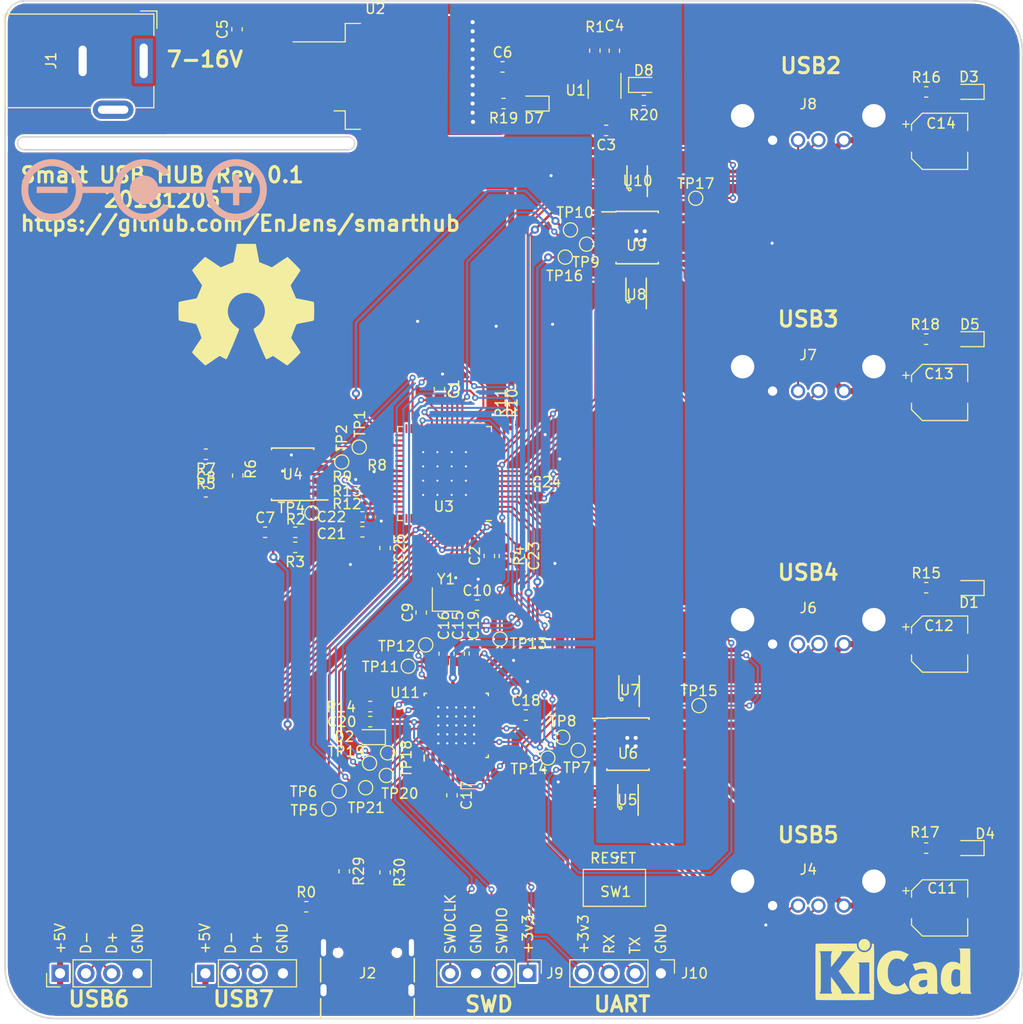
<source format=kicad_pcb>
(kicad_pcb (version 20171130) (host pcbnew 5.0.2-bee76a0~70~ubuntu18.04.1)
  (layers (0 F.Cu signal) (31 B.Cu signal) (34 B.Paste user) (35 F.Paste user) (36 B.SilkS user) (37 F.SilkS user) (38 B.Mask user) (39 F.Mask user) (44 Edge.Cuts user))
  (net 0 "")
  (net 1 GND)
  (net 2 "Net-(J2-PadA8)")
  (net 3 "Net-(J2-PadB8)")
  (net 4 VBUS)
  (net 5 +5V)
  (net 6 VDDMCU)
  (net 7 "Net-(D2-Pad2)")
  (net 8 /USB2517/LOCAL_PWR)
  (net 9 "Net-(D3-Pad2)")
  (net 10 /MCU/PORT2_PWR)
  (net 11 "Net-(D8-Pad2)")
  (net 12 +3V3)
  (net 13 "Net-(D7-Pad2)")
  (net 14 /USB2517/EEPROM_SCL)
  (net 15 /MCU/PORT5_PWR)
  (net 16 "Net-(D5-Pad2)")
  (net 17 /MCU/PORT4_PWR)
  (net 18 /MCU/PORT3_PWR)
  (net 19 "Net-(D4-Pad2)")
  (net 20 /USB2517/EEPROM_SDA)
  (net 21 /MCU/PORT5_EN)
  (net 22 /MCU/PORT2_EN)
  (net 23 /MCU/PORT4_EN)
  (net 24 /MCU/PORT3_EN)
  (net 25 "Net-(U1-Pad4)")
  (net 26 "Net-(U11-Pad3)")
  (net 27 "Net-(U11-Pad7)")
  (net 28 "Net-(U11-Pad8)")
  (net 29 /MCU/VBUSDETECT)
  (net 30 /MCU/DECOUPLE)
  (net 31 /MCU/USB_MCU_D-)
  (net 32 /MCU/USB_MCU_D+)
  (net 33 /MCU/MCU_SWDCLK)
  (net 34 /MCU/MCU_SWDIO)
  (net 35 "Net-(U11-Pad27)")
  (net 36 "Net-(U3-Pad14)")
  (net 37 "Net-(U3-Pad15)")
  (net 38 "Net-(U3-Pad16)")
  (net 39 "Net-(U3-Pad17)")
  (net 40 "Net-(U3-Pad19)")
  (net 41 "Net-(U3-Pad28)")
  (net 42 "Net-(U3-Pad36)")
  (net 43 "Net-(U3-Pad37)")
  (net 44 "Net-(U3-Pad38)")
  (net 45 "Net-(U3-Pad39)")
  (net 46 "Net-(U3-Pad50)")
  (net 47 "Net-(U3-Pad51)")
  (net 48 /USBPorts/PORT6_D-)
  (net 49 /USBPorts/PORT6_D+)
  (net 50 /USBPorts/PORT7_D-)
  (net 51 /USBPorts/PORT7_D+)
  (net 52 "Net-(J1-Pad3)")
  (net 53 /USB2517/EXT_PWR)
  (net 54 /USBPorts/USB5_D+)
  (net 55 /USBPorts/USB5_D-)
  (net 56 /USBPorts/USB5_VBUS)
  (net 57 /USBPorts/USB2_D+)
  (net 58 /USBPorts/USB2_D-)
  (net 59 /USBPorts/USB2_VBUS)
  (net 60 /USBPorts/USB4_D+)
  (net 61 /USBPorts/USB4_D-)
  (net 62 /USBPorts/USB4_VBUS)
  (net 63 /USBPorts/USB3_D-)
  (net 64 /USBPorts/USB3_VBUS)
  (net 65 /USBPorts/HUB5_D+)
  (net 66 /USBPorts/HUB5_D-)
  (net 67 /USBPorts/HUB2_D+)
  (net 68 /USBPorts/HUB2_D-)
  (net 69 /USBPorts/HUB4_D+)
  (net 70 /USBPorts/HUB4_D-)
  (net 71 /USBPorts/HUB3_D+)
  (net 72 /USBPorts/HUB3_D-)
  (net 73 "Net-(D1-Pad2)")
  (net 74 "Net-(U3-Pad49)")
  (net 75 "Net-(U3-Pad48)")
  (net 76 "Net-(U3-Pad47)")
  (net 77 "Net-(U3-Pad34)")
  (net 78 "Net-(U3-Pad33)")
  (net 79 "Net-(U3-Pad32)")
  (net 80 "Net-(U3-Pad31)")
  (net 81 "Net-(U3-Pad18)")
  (net 82 /USBPorts/USB3_D+)
  (net 83 /USB2517/USBUP_D+)
  (net 84 /USB2517/CC1)
  (net 85 /USB2517/USBUP_D-)
  (net 86 /USB2517/CC2)
  (net 87 /USB2517/VBUS_DET)
  (net 88 /USB2517/3V3_EN)
  (net 89 /USB2517/RBIAS)
  (net 90 /USB2517/CFG_SEL2)
  (net 91 /USB2517/CFG_SEL1)
  (net 92 /USBPorts/USB3_OC)
  (net 93 /USBPorts/USB2_OC)
  (net 94 /USBPorts/USB5_OC)
  (net 95 /USBPorts/USB4_OC)
  (net 96 /USB2517/XTAL1)
  (net 97 /USB2517/XTAL2)
  (net 98 /MCU/~MCU_RESET~)
  (net 99 "Net-(U11-Pad13)")
  (net 100 "Net-(U11-Pad5)")
  (net 101 "Net-(U11-Pad6)")
  (net 102 /USB2517/VDD18PLL)
  (net 103 /USB2517/VDD18)
  (net 104 /MCU/UART_RX)
  (net 105 /MCU/UART_TX)
  (module Button_Switch_SMD:SW_SPST_FSMSM (layer F.Cu) (at 159.893 137.16 180)
    (fp_text reference SW1 (at -0.127 -0.381 180) (layer F.SilkS))
    (fp_text value MCU_RESET)
    (pad 1 smd rect (at -4.59 0 180) (size 2.18 1.6) (layers F.Cu F.Paste F.Mask) (net 1 GND))
    (pad 2 smd rect (at 4.59 0 180) (size 2.18 1.6) (layers F.Cu F.Paste F.Mask) (net 98 /MCU/~MCU_RESET~))
  )
  (module Symbol:OSHW-Symbol_13.4x12mm_SilkScreen (layer F.Cu) (at 123.698 79.883)
    (fp_text reference REF** hide)
    (fp_text value OSHW-Symbol_13.4x12mm_SilkScreen hide)
  )
  (module Symbol:KiCad-Logo_6mm_SilkScreen (layer F.Cu) (at 187.325 145.161)
    (fp_text reference REF** hide)
    (fp_text value KiCad-Logo_6mm_SilkScreen hide)
  )
  (module Symbol:Polarity_Center_Positive_6mm_SilkScreen (layer B.Cu) (at 113.665 68.58)
    (fp_text reference REF** hide)
    (fp_text value Polarity_Center_Positive_6mm_SilkScreen hide)
  )
  (module Connector_PinHeader_2.54mm:PinHeader_1x04_P2.54mm_Vertical (layer F.Cu) (at 151.384 145.5547 270)
    (fp_text reference J9 (at 0 -2.667) (layer F.SilkS))
    (fp_text value SWD)
    (pad 4 thru_hole oval (at 0 7.62 270) (size 1.7 1.7) (drill 1) (layers *.Cu *.Mask) (net 33 /MCU/MCU_SWDCLK))
    (pad 3 thru_hole oval (at 0 5.08 270) (size 1.7 1.7) (drill 1) (layers *.Cu *.Mask) (net 1 GND))
    (pad 2 thru_hole oval (at 0 2.54 270) (size 1.7 1.7) (drill 1) (layers *.Cu *.Mask) (net 34 /MCU/MCU_SWDIO))
    (pad 1 thru_hole rect (at 0 0 270) (size 1.7 1.7) (drill 1) (layers *.Cu *.Mask) (net 6 VDDMCU))
  )
  (module Connector_PinHeader_2.54mm:PinHeader_1x04_P2.54mm_Vertical (layer F.Cu) (at 164.465 145.5547 270)
    (fp_text reference J10 (at 0 -3.302) (layer F.SilkS))
    (fp_text value DBG_UART)
    (pad 1 thru_hole rect (at 0 0 270) (size 1.7 1.7) (drill 1) (layers *.Cu *.Mask) (net 1 GND))
    (pad 2 thru_hole oval (at 0 2.54 270) (size 1.7 1.7) (drill 1) (layers *.Cu *.Mask) (net 105 /MCU/UART_TX))
    (pad 3 thru_hole oval (at 0 5.08 270) (size 1.7 1.7) (drill 1) (layers *.Cu *.Mask) (net 104 /MCU/UART_RX))
    (pad 4 thru_hole oval (at 0 7.62 270) (size 1.7 1.7) (drill 1) (layers *.Cu *.Mask) (net 6 VDDMCU))
  )
  (module TestPoint:TestPoint_Pad_D1.0mm (layer F.Cu) (at 132.842 127.635)
    (fp_text reference TP6 (at -3.4925 0.0635) (layer F.SilkS))
    (fp_text value USBUP_D+)
    (pad 1 smd circle (at 0 0) (size 1 1) (layers F.Cu F.Mask) (net 83 /USB2517/USBUP_D+))
  )
  (module TestPoint:TestPoint_Pad_D1.0mm (layer F.Cu) (at 154.813 122.3645)
    (fp_text reference TP8 (at 0 -1.5875) (layer F.SilkS))
    (fp_text value OCS3_N)
    (pad 1 smd circle (at 0 0) (size 1 1) (layers F.Cu F.Mask) (net 92 /USBPorts/USB3_OC))
  )
  (module TestPoint:TestPoint_Pad_D1.0mm (layer F.Cu) (at 157.1625 73.914)
    (fp_text reference TP9 (at -0.0635 1.778) (layer F.SilkS))
    (fp_text value OCS4_N)
    (pad 1 smd circle (at 0 0) (size 1 1) (layers F.Cu F.Mask) (net 95 /USBPorts/USB4_OC))
  )
  (module TestPoint:TestPoint_Pad_D1.0mm (layer F.Cu) (at 155.575 72.517)
    (fp_text reference TP10 (at 0.4445 -1.7145) (layer F.SilkS))
    (fp_text value OCS5_N)
    (pad 1 smd circle (at 0 0) (size 1 1) (layers F.Cu F.Mask) (net 94 /USBPorts/USB5_OC))
  )
  (module TestPoint:TestPoint_Pad_D1.0mm (layer F.Cu) (at 139.6365 115.3795)
    (fp_text reference TP11 (at -2.7305 0.0635) (layer F.SilkS))
    (fp_text value USB_MCU_D-)
    (pad 1 smd circle (at 0 0) (size 1 1) (layers F.Cu F.Mask) (net 31 /MCU/USB_MCU_D-))
  )
  (module TestPoint:TestPoint_Pad_D1.0mm (layer F.Cu) (at 141.351 113.284)
    (fp_text reference TP12 (at -2.8575 0.127) (layer F.SilkS))
    (fp_text value USB_MCU_D+)
    (pad 1 smd circle (at 0 0) (size 1 1) (layers F.Cu F.Mask) (net 32 /MCU/USB_MCU_D+))
  )
  (module TestPoint:TestPoint_Pad_D1.0mm (layer F.Cu) (at 148.6535 112.7125)
    (fp_text reference TP13 (at 2.794 0.4445) (layer F.SilkS))
    (fp_text value VBUS_DETECT)
    (pad 1 smd circle (at 0 0) (size 1 1) (layers F.Cu F.Mask) (net 29 /MCU/VBUSDETECT))
  )
  (module TestPoint:TestPoint_Pad_D1.0mm (layer F.Cu) (at 153.3525 124.3965)
    (fp_text reference TP14 (at -1.8415 1.0795) (layer F.SilkS))
    (fp_text value PORT2_EN)
    (pad 1 smd circle (at 0 0) (size 1 1) (layers F.Cu F.Mask) (net 22 /MCU/PORT2_EN))
  )
  (module TestPoint:TestPoint_Pad_D1.0mm (layer F.Cu) (at 156.337 123.6345)
    (fp_text reference TP7 (at -0.127 1.7145) (layer F.SilkS))
    (fp_text value OSC2_N)
    (pad 1 smd circle (at 0 0) (size 1 1) (layers F.Cu F.Mask) (net 93 /USBPorts/USB2_OC))
  )
  (module TestPoint:TestPoint_Pad_D1.0mm (layer F.Cu) (at 134.8105 93.853)
    (fp_text reference TP1 (at 0.0635 -2.286 90) (layer F.SilkS))
    (fp_text value EEPROM_SDA)
    (pad 1 smd circle (at 0 0) (size 1 1) (layers F.Cu F.Mask) (net 20 /USB2517/EEPROM_SDA))
  )
  (module TestPoint:TestPoint_Pad_D1.0mm (layer F.Cu) (at 131.826 129.413)
    (fp_text reference TP5 (at -2.413 0.127) (layer F.SilkS))
    (fp_text value USB_UP_D-)
    (pad 1 smd circle (at 0 0) (size 1 1) (layers F.Cu F.Mask) (net 85 /USB2517/USBUP_D-))
  )
  (module TestPoint:TestPoint_Pad_D1.0mm (layer F.Cu) (at 130.175 100.33)
    (fp_text reference TP4 (at -2.032 -0.508) (layer F.SilkS))
    (fp_text value VBUS_DET)
    (pad 1 smd circle (at 0 0) (size 1 1) (layers F.Cu F.Mask) (net 87 /USB2517/VBUS_DET))
  )
  (module TestPoint:TestPoint_Pad_D1.0mm (layer F.Cu) (at 133.096 95.3135)
    (fp_text reference TP2 (at 0 -2.3495 90) (layer F.SilkS))
    (fp_text value EEPROM_SCL)
    (pad 1 smd circle (at 0 0) (size 1 1) (layers F.Cu F.Mask) (net 14 /USB2517/EEPROM_SCL))
  )
  (module TestPoint:TestPoint_Pad_D1.0mm (layer F.Cu) (at 168.2115 119.253)
    (fp_text reference TP15 (at 0 -1.448) (layer F.SilkS))
    (fp_text value PORT3_EN)
    (pad 1 smd circle (at 0 0) (size 1 1) (layers F.Cu F.Mask) (net 24 /MCU/PORT3_EN))
  )
  (module TestPoint:TestPoint_Pad_D1.0mm (layer F.Cu) (at 135.4455 127.3175)
    (fp_text reference TP21 (at 0.0635 1.9685) (layer F.SilkS))
    (fp_text value PORT5_PWR)
    (pad 1 smd circle (at 0 0) (size 1 1) (layers F.Cu F.Mask) (net 15 /MCU/PORT5_PWR))
  )
  (module TestPoint:TestPoint_Pad_D1.0mm (layer F.Cu) (at 137.4775 126.111)
    (fp_text reference TP20 (at 1.3335 1.778) (layer F.SilkS))
    (fp_text value PORT4_PWR)
    (pad 1 smd circle (at 0 0) (size 1 1) (layers F.Cu F.Mask) (net 17 /MCU/PORT4_PWR))
  )
  (module TestPoint:TestPoint_Pad_D1.0mm (layer F.Cu) (at 137.6045 123.8885)
    (fp_text reference TP18 (at 1.8415 0.5715 270) (layer F.SilkS))
    (fp_text value PORT2_PWR)
    (pad 1 smd circle (at 0 0) (size 1 1) (layers F.Cu F.Mask) (net 10 /MCU/PORT2_PWR))
  )
  (module TestPoint:TestPoint_Pad_D1.0mm (layer F.Cu) (at 167.894 69.4055)
    (fp_text reference TP17 (at 0 -1.448) (layer F.SilkS))
    (fp_text value PORT5_EN)
    (pad 1 smd circle (at 0 0) (size 1 1) (layers F.Cu F.Mask) (net 21 /MCU/PORT5_EN))
  )
  (module TestPoint:TestPoint_Pad_D1.0mm (layer F.Cu) (at 135.8265 124.9045)
    (fp_text reference TP19 (at -2.286 -1.143 180) (layer F.SilkS))
    (fp_text value PORT3_PWR)
    (pad 1 smd circle (at 0 0) (size 1 1) (layers F.Cu F.Mask) (net 18 /MCU/PORT3_PWR))
  )
  (module TestPoint:TestPoint_Pad_D1.0mm (layer F.Cu) (at 155.067 75.184)
    (fp_text reference TP16 (at -0.0635 1.8415) (layer F.SilkS))
    (fp_text value PORT4_EN)
    (pad 1 smd circle (at 0 0) (size 1 1) (layers F.Cu F.Mask) (net 23 /MCU/PORT4_EN))
  )
  (module Resistor_SMD:R_0603_1608Metric (layer F.Cu) (at 122.8725 96.647 90)
    (fp_text reference R6 (at 0.635 1.27 90) (layer F.SilkS))
    (fp_text value 10k)
    (pad 1 smd roundrect (at -0.7875 0 90) (size 0.875 0.95) (layers F.Cu F.Paste F.Mask) (net 1 GND))
    (pad 2 smd roundrect (at 0.7875 0 90) (size 0.875 0.95) (layers F.Cu F.Paste F.Mask) (net 14 /USB2517/EEPROM_SCL))
  )
  (module Capacitor_SMD:C_0603_1608Metric (layer F.Cu) (at 137.3505 103.7717 270)
    (fp_text reference C25 (at 0 -1.43 270) (layer F.SilkS))
    (fp_text value 0.1uF)
    (pad 2 smd roundrect (at 0.7875 0 270) (size 0.875 0.95) (layers F.Cu F.Paste F.Mask) (net 1 GND))
    (pad 1 smd roundrect (at -0.7875 0 270) (size 0.875 0.95) (layers F.Cu F.Paste F.Mask) (net 12 +3V3))
  )
  (module Resistor_SMD:R_0201_0603Metric (layer F.Cu) (at 134.874 96.7105)
    (fp_text reference R9 (at -1.7399 0.0635) (layer F.SilkS))
    (fp_text value 0R)
    (pad 1 smd roundrect (at -0.32 0) (size 0.46 0.4) (layers F.Cu F.Mask) (net 1 GND))
    (pad 2 smd roundrect (at 0.32 0) (size 0.46 0.4) (layers F.Cu F.Mask) (net 91 /USB2517/CFG_SEL1))
  )
  (module Resistor_SMD:R_0201_0603Metric (layer F.Cu) (at 149.0599 91.6432 270)
    (fp_text reference R11 (at -2.1082 0.3429 270) (layer F.SilkS))
    (fp_text value DNP)
    (pad 2 smd roundrect (at 0.32 0 270) (size 0.46 0.4) (layers F.Cu F.Mask) (net 90 /USB2517/CFG_SEL2))
    (pad 1 smd roundrect (at -0.32 0 270) (size 0.46 0.4) (layers F.Cu F.Mask) (net 1 GND))
  )
  (module Resistor_SMD:R_0201_0603Metric (layer F.Cu) (at 134.874 95.885)
    (fp_text reference R8 (at 1.6891 -0.254) (layer F.SilkS))
    (fp_text value DNP)
    (pad 1 smd roundrect (at -0.32 0) (size 0.46 0.4) (layers F.Cu F.Mask) (net 12 +3V3))
    (pad 2 smd roundrect (at 0.32 0) (size 0.46 0.4) (layers F.Cu F.Mask) (net 91 /USB2517/CFG_SEL1))
  )
  (module Resistor_SMD:R_0201_0603Metric (layer F.Cu) (at 149.7584 91.6432 270)
    (fp_text reference R10 (at -2.1082 -0.1016 90) (layer F.SilkS))
    (fp_text value 0R)
    (pad 2 smd roundrect (at 0.32 0 270) (size 0.46 0.4) (layers F.Cu F.Mask) (net 90 /USB2517/CFG_SEL2))
    (pad 1 smd roundrect (at -0.32 0 270) (size 0.46 0.4) (layers F.Cu F.Mask) (net 12 +3V3))
  )
  (module Resistor_SMD:R_0201_0603Metric (layer F.Cu) (at 135.7122 99.3394)
    (fp_text reference R12 (at -2.1082 0.1016) (layer F.SilkS))
    (fp_text value DNP)
    (pad 1 smd roundrect (at -0.32 0) (size 0.46 0.4) (layers F.Cu F.Mask) (net 5 +5V))
    (pad 2 smd roundrect (at 0.32 0) (size 0.46 0.4) (layers F.Cu F.Mask) (net 8 /USB2517/LOCAL_PWR))
  )
  (module Resistor_SMD:R_0201_0603Metric (layer F.Cu) (at 135.7122 98.6536)
    (fp_text reference R13 (at -2.1082 -0.4826) (layer F.SilkS))
    (fp_text value 10k)
    (pad 2 smd roundrect (at 0.32 0) (size 0.46 0.4) (layers F.Cu F.Mask) (net 8 /USB2517/LOCAL_PWR))
    (pad 1 smd roundrect (at -0.32 0) (size 0.46 0.4) (layers F.Cu F.Mask) (net 1 GND))
  )
  (module Connector_BarrelJack_Extra:Boom_Precision_Elec_DC-005_5.5-2.0MM (layer F.Cu) (at 113.6269 55.9054 270)
    (fp_text reference J1 (at -0.0254 9.1059 270) (layer F.SilkS))
    (fp_text value EXT_PWR)
    (pad 3 thru_hole oval (at 4.8 3) (size 4 1.8) (drill oval 3 0.8) (layers *.Cu *.Mask) (net 52 "Net-(J1-Pad3)"))
    (pad 2 thru_hole oval (at 0 6 270) (size 4 1.8) (drill oval 3 0.8) (layers *.Cu *.Mask) (net 1 GND))
    (pad 1 thru_hole rect (at 0 0 270) (size 4.4 1.8) (drill oval 3.4 0.8) (layers *.Cu *.Mask) (net 53 /USB2517/EXT_PWR))
  )
  (module Capacitor_SMD:CP_Elec_5x5.8 (layer F.Cu) (at 191.8653 63.8098)
    (fp_text reference C14 (at 0.1347 -1.7598) (layer F.SilkS))
    (fp_text value 100uF)
    (pad 2 smd rect (at 2.2 0) (size 3 1.6) (layers F.Cu F.Paste F.Mask) (net 1 GND))
    (pad 1 smd rect (at -2.2 0) (size 3 1.6) (layers F.Cu F.Paste F.Mask) (net 56 /USBPorts/USB5_VBUS))
  )
  (module Capacitor_SMD:CP_Elec_5x5.8 (layer F.Cu) (at 191.8653 88.4834)
    (fp_text reference C13 (at -0.0653 -1.8334) (layer F.SilkS))
    (fp_text value 100uF)
    (pad 1 smd rect (at -2.2 0) (size 3 1.6) (layers F.Cu F.Paste F.Mask) (net 62 /USBPorts/USB4_VBUS))
    (pad 2 smd rect (at 2.2 0) (size 3 1.6) (layers F.Cu F.Paste F.Mask) (net 1 GND))
  )
  (module Capacitor_SMD:CP_Elec_5x5.8 (layer F.Cu) (at 191.8653 113.207)
    (fp_text reference C12 (at -0.0653 -1.807) (layer F.SilkS))
    (fp_text value 100uF)
    (pad 2 smd rect (at 2.2 0) (size 3 1.6) (layers F.Cu F.Paste F.Mask) (net 1 GND))
    (pad 1 smd rect (at -2.2 0) (size 3 1.6) (layers F.Cu F.Paste F.Mask) (net 64 /USBPorts/USB3_VBUS))
  )
  (module Capacitor_SMD:CP_Elec_5x5.8 (layer F.Cu) (at 191.8653 139.1277)
    (fp_text reference C11 (at 0.2347 -1.9277) (layer F.SilkS))
    (fp_text value 100uF)
    (pad 1 smd rect (at -2.2 0) (size 3 1.6) (layers F.Cu F.Paste F.Mask) (net 59 /USBPorts/USB2_VBUS))
    (pad 2 smd rect (at 2.2 0) (size 3 1.6) (layers F.Cu F.Paste F.Mask) (net 1 GND))
  )
  (module LED_SMD:LED_0603_1608Metric (layer F.Cu) (at 194.75 107.7 180)
    (fp_text reference D1 (at 0 -1.43 180) (layer F.SilkS))
    (fp_text value G)
    (pad 1 smd roundrect (at -0.7875 0 180) (size 0.875 0.95) (layers F.Cu F.Paste F.Mask) (net 1 GND))
    (pad 2 smd roundrect (at 0.7875 0 180) (size 0.875 0.95) (layers F.Cu F.Paste F.Mask) (net 73 "Net-(D1-Pad2)"))
  )
  (module Package_DFN_QFN_Extra:QFN-32_EP_6x6_Pitch0.65mm (layer F.Cu) (at 144.3482 121.1961 90)
    (fp_text reference U11 (at 3.2131 -5.0292 180) (layer F.SilkS))
    (fp_text value EFM32HG310F64G-B-QFN32)
    (pad 1 smd oval (at -3.1 -2.275 180) (size 0.35 1.2) (layers F.Cu F.Paste F.Mask) (net 104 /MCU/UART_RX))
    (pad 2 smd oval (at -3.100001 -1.625 180) (size 0.35 1.2) (layers F.Cu F.Paste F.Mask) (net 105 /MCU/UART_TX))
    (pad 3 smd oval (at -3.1 -0.975 180) (size 0.35 1.2) (layers F.Cu F.Paste F.Mask) (net 26 "Net-(U11-Pad3)"))
    (pad 4 smd oval (at -3.1 -0.325 180) (size 0.35 1.2) (layers F.Cu F.Paste F.Mask) (net 6 VDDMCU))
    (pad 5 smd oval (at -3.1 0.325 180) (size 0.35 1.2) (layers F.Cu F.Paste F.Mask) (net 100 "Net-(U11-Pad5)"))
    (pad 6 smd oval (at -3.1 0.975 180) (size 0.35 1.2) (layers F.Cu F.Paste F.Mask) (net 101 "Net-(U11-Pad6)"))
    (pad 7 smd oval (at -3.100001 1.625 180) (size 0.35 1.2) (layers F.Cu F.Paste F.Mask) (net 27 "Net-(U11-Pad7)"))
    (pad 8 smd oval (at -3.1 2.275 180) (size 0.35 1.2) (layers F.Cu F.Paste F.Mask) (net 28 "Net-(U11-Pad8)"))
    (pad 9 smd oval (at -2.275 3.1 90) (size 0.35 1.2) (layers F.Cu F.Paste F.Mask) (net 98 /MCU/~MCU_RESET~))
    (pad 10 smd oval (at -1.625 3.100001 90) (size 0.35 1.2) (layers F.Cu F.Paste F.Mask) (net 22 /MCU/PORT2_EN))
    (pad 11 smd oval (at -0.975 3.1 90) (size 0.35 1.2) (layers F.Cu F.Paste F.Mask) (net 6 VDDMCU))
    (pad 12 smd oval (at -0.325 3.1 90) (size 0.35 1.2) (layers F.Cu F.Paste F.Mask) (net 24 /MCU/PORT3_EN))
    (pad 13 smd oval (at 0.325 3.1 90) (size 0.35 1.2) (layers F.Cu F.Paste F.Mask) (net 99 "Net-(U11-Pad13)"))
    (pad 14 smd oval (at 0.975 3.1 90) (size 0.35 1.2) (layers F.Cu F.Paste F.Mask) (net 6 VDDMCU))
    (pad 15 smd oval (at 1.625 3.100001 90) (size 0.35 1.2) (layers F.Cu F.Paste F.Mask) (net 6 VDDMCU))
    (pad 16 smd oval (at 2.275 3.1 90) (size 0.35 1.2) (layers F.Cu F.Paste F.Mask) (net 23 /MCU/PORT4_EN))
    (pad 17 smd oval (at 3.1 2.275 180) (size 0.35 1.2) (layers F.Cu F.Paste F.Mask) (net 21 /MCU/PORT5_EN))
    (pad 18 smd oval (at 3.100001 1.625 180) (size 0.35 1.2) (layers F.Cu F.Paste F.Mask) (net 29 /MCU/VBUSDETECT))
    (pad 19 smd oval (at 3.1 0.975 180) (size 0.35 1.2) (layers F.Cu F.Paste F.Mask) (net 6 VDDMCU))
    (pad 20 smd oval (at 3.1 0.325 180) (size 0.35 1.2) (layers F.Cu F.Paste F.Mask) (net 30 /MCU/DECOUPLE))
    (pad 21 smd oval (at 3.1 -0.325 180) (size 0.35 1.2) (layers F.Cu F.Paste F.Mask) (net 5 +5V))
    (pad 22 smd oval (at 3.1 -0.975 180) (size 0.35 1.2) (layers F.Cu F.Paste F.Mask) (net 6 VDDMCU))
    (pad 23 smd oval (at 3.100001 -1.625 180) (size 0.35 1.2) (layers F.Cu F.Paste F.Mask) (net 31 /MCU/USB_MCU_D-))
    (pad 24 smd oval (at 3.1 -2.275 180) (size 0.35 1.2) (layers F.Cu F.Paste F.Mask) (net 32 /MCU/USB_MCU_D+))
    (pad 25 smd oval (at 2.275 -3.1 90) (size 0.35 1.2) (layers F.Cu F.Paste F.Mask) (net 33 /MCU/MCU_SWDCLK))
    (pad 26 smd oval (at 1.625 -3.100001 90) (size 0.35 1.2) (layers F.Cu F.Paste F.Mask) (net 34 /MCU/MCU_SWDIO))
    (pad 27 smd oval (at 0.975 -3.1 90) (size 0.35 1.2) (layers F.Cu F.Paste F.Mask) (net 35 "Net-(U11-Pad27)"))
    (pad 28 smd oval (at 0.325 -3.1 90) (size 0.35 1.2) (layers F.Cu F.Paste F.Mask) (net 6 VDDMCU))
    (pad 29 smd oval (at -0.325 -3.1 90) (size 0.35 1.2) (layers F.Cu F.Paste F.Mask) (net 10 /MCU/PORT2_PWR))
    (pad 30 smd oval (at -0.975 -3.1 90) (size 0.35 1.2) (layers F.Cu F.Paste F.Mask) (net 18 /MCU/PORT3_PWR))
    (pad 31 smd oval (at -1.625 -3.100001 90) (size 0.35 1.2) (layers F.Cu F.Paste F.Mask) (net 17 /MCU/PORT4_PWR))
    (pad 32 smd oval (at -2.275 -3.1 90) (size 0.35 1.2) (layers F.Cu F.Paste F.Mask) (net 15 /MCU/PORT5_PWR))
    (pad 33 smd rect (at -1.76 -1.76 90) (size 0.88 0.88) (layers F.Cu F.Paste F.Mask) (net 1 GND))
    (pad 33 smd rect (at -1.76 -0.88 90) (size 0.88 0.88) (layers F.Cu F.Paste F.Mask) (net 1 GND))
    (pad 33 smd rect (at -1.76 0 90) (size 0.88 0.88) (layers F.Cu F.Paste F.Mask) (net 1 GND))
    (pad 33 smd rect (at -1.76 0.88 90) (size 0.88 0.88) (layers F.Cu F.Paste F.Mask) (net 1 GND))
    (pad 33 smd rect (at -1.76 1.76 90) (size 0.88 0.88) (layers F.Cu F.Paste F.Mask) (net 1 GND))
    (pad 33 smd rect (at -0.88 -1.76 90) (size 0.88 0.88) (layers F.Cu F.Paste F.Mask) (net 1 GND))
    (pad 33 smd rect (at -0.88 -0.88 90) (size 0.88 0.88) (layers F.Cu F.Paste F.Mask) (net 1 GND))
    (pad 33 smd rect (at -0.88 0 90) (size 0.88 0.88) (layers F.Cu F.Paste F.Mask) (net 1 GND))
    (pad 33 smd rect (at -0.88 0.88 90) (size 0.88 0.88) (layers F.Cu F.Paste F.Mask) (net 1 GND))
    (pad 33 smd rect (at -0.88 1.76 90) (size 0.88 0.88) (layers F.Cu F.Paste F.Mask) (net 1 GND))
    (pad 33 smd rect (at 0 -1.76 90) (size 0.88 0.88) (layers F.Cu F.Paste F.Mask) (net 1 GND))
    (pad 33 smd rect (at 0 -0.88 90) (size 0.88 0.88) (layers F.Cu F.Paste F.Mask) (net 1 GND))
    (pad 33 smd rect (at 0 0 90) (size 0.88 0.88) (layers F.Cu F.Paste F.Mask) (net 1 GND))
    (pad 33 smd rect (at 0 0.88 90) (size 0.88 0.88) (layers F.Cu F.Paste F.Mask) (net 1 GND))
    (pad 33 smd rect (at 0 1.76 90) (size 0.88 0.88) (layers F.Cu F.Paste F.Mask) (net 1 GND))
    (pad 33 smd rect (at 0.88 -1.76 90) (size 0.88 0.88) (layers F.Cu F.Paste F.Mask) (net 1 GND))
    (pad 33 smd rect (at 0.88 -0.88 90) (size 0.88 0.88) (layers F.Cu F.Paste F.Mask) (net 1 GND))
    (pad 33 smd rect (at 0.88 0 90) (size 0.88 0.88) (layers F.Cu F.Paste F.Mask) (net 1 GND))
    (pad 33 smd rect (at 0.88 0.88 90) (size 0.88 0.88) (layers F.Cu F.Paste F.Mask) (net 1 GND))
    (pad 33 smd rect (at 0.88 1.76 90) (size 0.88 0.88) (layers F.Cu F.Paste F.Mask) (net 1 GND))
    (pad 33 smd rect (at 1.76 -1.76 90) (size 0.88 0.88) (layers F.Cu F.Paste F.Mask) (net 1 GND))
    (pad 33 smd rect (at 1.76 -0.88 90) (size 0.88 0.88) (layers F.Cu F.Paste F.Mask) (net 1 GND))
    (pad 33 smd rect (at 1.76 0 90) (size 0.88 0.88) (layers F.Cu F.Paste F.Mask) (net 1 GND))
    (pad 33 smd rect (at 1.76 0.88 90) (size 0.88 0.88) (layers F.Cu F.Paste F.Mask) (net 1 GND))
    (pad 33 smd rect (at 1.76 1.76 90) (size 0.88 0.88) (layers F.Cu F.Paste F.Mask) (net 1 GND))
    (pad 33 thru_hole circle (at -1.76 -1.76 90) (size 0.44 0.44) (drill 0.22) (layers *.Cu) (net 1 GND))
    (pad 33 thru_hole circle (at -1.76 -0.88 90) (size 0.44 0.44) (drill 0.22) (layers *.Cu) (net 1 GND))
    (pad 33 thru_hole circle (at -1.76 0 90) (size 0.44 0.44) (drill 0.22) (layers *.Cu) (net 1 GND))
    (pad 33 thru_hole circle (at -1.76 0.88 90) (size 0.44 0.44) (drill 0.22) (layers *.Cu) (net 1 GND))
    (pad 33 thru_hole circle (at -1.76 1.76 90) (size 0.44 0.44) (drill 0.22) (layers *.Cu) (net 1 GND))
    (pad 33 thru_hole circle (at -0.88 -1.76 90) (size 0.44 0.44) (drill 0.22) (layers *.Cu) (net 1 GND))
    (pad 33 thru_hole circle (at -0.88 -0.88 90) (size 0.44 0.44) (drill 0.22) (layers *.Cu) (net 1 GND))
    (pad 33 thru_hole circle (at -0.88 0 90) (size 0.44 0.44) (drill 0.22) (layers *.Cu) (net 1 GND))
    (pad 33 thru_hole circle (at -0.88 0.88 90) (size 0.44 0.44) (drill 0.22) (layers *.Cu) (net 1 GND))
    (pad 33 thru_hole circle (at -0.88 1.76 90) (size 0.44 0.44) (drill 0.22) (layers *.Cu) (net 1 GND))
    (pad 33 thru_hole circle (at 0 -1.76 90) (size 0.44 0.44) (drill 0.22) (layers *.Cu) (net 1 GND))
    (pad 33 thru_hole circle (at 0 -0.88 90) (size 0.44 0.44) (drill 0.22) (layers *.Cu) (net 1 GND))
    (pad 33 thru_hole circle (at 0 0 90) (size 0.44 0.44) (drill 0.22) (layers *.Cu) (net 1 GND))
    (pad 33 thru_hole circle (at 0 0.88 90) (size 0.44 0.44) (drill 0.22) (layers *.Cu) (net 1 GND))
    (pad 33 thru_hole circle (at 0 1.76 90) (size 0.44 0.44) (drill 0.22) (layers *.Cu) (net 1 GND))
    (pad 33 thru_hole circle (at 0.88 -1.76 90) (size 0.44 0.44) (drill 0.22) (layers *.Cu) (net 1 GND))
    (pad 33 thru_hole circle (at 0.88 -0.88 90) (size 0.44 0.44) (drill 0.22) (layers *.Cu) (net 1 GND))
    (pad 33 thru_hole circle (at 0.88 0 90) (size 0.44 0.44) (drill 0.22) (layers *.Cu) (net 1 GND))
    (pad 33 thru_hole circle (at 0.88 0.88 90) (size 0.44 0.44) (drill 0.22) (layers *.Cu) (net 1 GND))
    (pad 33 thru_hole circle (at 0.88 1.76 90) (size 0.44 0.44) (drill 0.22) (layers *.Cu) (net 1 GND))
    (pad 33 thru_hole circle (at 1.76 -1.76 90) (size 0.44 0.44) (drill 0.22) (layers *.Cu) (net 1 GND))
    (pad 33 thru_hole circle (at 1.76 -0.88 90) (size 0.44 0.44) (drill 0.22) (layers *.Cu) (net 1 GND))
    (pad 33 thru_hole circle (at 1.76 0 90) (size 0.44 0.44) (drill 0.22) (layers *.Cu) (net 1 GND))
    (pad 33 thru_hole circle (at 1.76 0.88 90) (size 0.44 0.44) (drill 0.22) (layers *.Cu) (net 1 GND))
    (pad 33 thru_hole circle (at 1.76 1.76 90) (size 0.44 0.44) (drill 0.22) (layers *.Cu) (net 1 GND))
  )
  (module Capacitor_SMD:C_0603_1608Metric (layer F.Cu) (at 142.6972 88.1507 270)
    (fp_text reference C1 (at 0 -1.43 270) (layer F.SilkS))
    (fp_text value 1uF)
    (pad 2 smd roundrect (at 0.7875 0 270) (size 0.875 0.95) (layers F.Cu F.Paste F.Mask) (net 103 /USB2517/VDD18))
    (pad 1 smd roundrect (at -0.7875 0 270) (size 0.875 0.95) (layers F.Cu F.Paste F.Mask) (net 1 GND))
  )
  (module Capacitor_SMD:C_0603_1608Metric (layer F.Cu) (at 146.4056 109.3851)
    (fp_text reference C10 (at 0 -1.43) (layer F.SilkS))
    (fp_text value 18pF)
    (pad 2 smd roundrect (at 0.7875 0) (size 0.875 0.95) (layers F.Cu F.Paste F.Mask) (net 1 GND))
    (pad 1 smd roundrect (at -0.7875 0) (size 0.875 0.95) (layers F.Cu F.Paste F.Mask) (net 96 /USB2517/XTAL1))
  )
  (module Capacitor_SMD:C_0603_1608Metric (layer F.Cu) (at 119.7356 98.2472)
    (fp_text reference C8 (at 0 -1.43) (layer F.SilkS))
    (fp_text value DNP)
    (pad 2 smd roundrect (at 0.7875 0) (size 0.875 0.95) (layers F.Cu F.Paste F.Mask) (net 12 +3V3))
    (pad 1 smd roundrect (at -0.7875 0) (size 0.875 0.95) (layers F.Cu F.Paste F.Mask) (net 1 GND))
  )
  (module Capacitor_SMD:C_0603_1608Metric (layer F.Cu) (at 125.5649 102.2223)
    (fp_text reference C7 (at 0 -1.43) (layer F.SilkS))
    (fp_text value 1uF)
    (pad 2 smd roundrect (at 0.7875 0) (size 0.875 0.95) (layers F.Cu F.Paste F.Mask) (net 4 VBUS))
    (pad 1 smd roundrect (at -0.7875 0) (size 0.875 0.95) (layers F.Cu F.Paste F.Mask) (net 1 GND))
  )
  (module Capacitor_SMD:C_0603_1608Metric (layer F.Cu) (at 148.9 56.5)
    (fp_text reference C6 (at 0 -1.43) (layer F.SilkS))
    (fp_text value 10uF)
    (pad 2 smd roundrect (at 0.7875 0) (size 0.875 0.95) (layers F.Cu F.Paste F.Mask) (net 1 GND))
    (pad 1 smd roundrect (at -0.7875 0) (size 0.875 0.95) (layers F.Cu F.Paste F.Mask) (net 5 +5V))
  )
  (module Capacitor_SMD:C_0603_1608Metric (layer F.Cu) (at 122.8 52.8 90)
    (fp_text reference C5 (at 0 -1.43 90) (layer F.SilkS))
    (fp_text value 10uF)
    (pad 2 smd roundrect (at 0.7875 0 90) (size 0.875 0.95) (layers F.Cu F.Paste F.Mask) (net 1 GND))
    (pad 1 smd roundrect (at -0.7875 0 90) (size 0.875 0.95) (layers F.Cu F.Paste F.Mask) (net 53 /USB2517/EXT_PWR))
  )
  (module Capacitor_SMD:C_0603_1608Metric (layer F.Cu) (at 159.893 54.9021 90)
    (fp_text reference C4 (at 2.4511 0 180) (layer F.SilkS))
    (fp_text value 10uF)
    (pad 2 smd roundrect (at 0.7875 0 90) (size 0.875 0.95) (layers F.Cu F.Paste F.Mask) (net 1 GND))
    (pad 1 smd roundrect (at -0.7875 0 90) (size 0.875 0.95) (layers F.Cu F.Paste F.Mask) (net 5 +5V))
  )
  (module Capacitor_SMD:C_0603_1608Metric (layer F.Cu) (at 159.0929 62.738 180)
    (fp_text reference C3 (at 0 -1.43 180) (layer F.SilkS))
    (fp_text value 10uF)
    (pad 2 smd roundrect (at 0.7875 0 180) (size 0.875 0.95) (layers F.Cu F.Paste F.Mask) (net 1 GND))
    (pad 1 smd roundrect (at -0.7875 0 180) (size 0.875 0.95) (layers F.Cu F.Paste F.Mask) (net 12 +3V3))
  )
  (module Capacitor_SMD:C_0603_1608Metric (layer F.Cu) (at 147.5994 104.5464 90)
    (fp_text reference C2 (at 0 -1.43 90) (layer F.SilkS))
    (fp_text value 1uF)
    (pad 2 smd roundrect (at 0.7875 0 90) (size 0.875 0.95) (layers F.Cu F.Paste F.Mask) (net 102 /USB2517/VDD18PLL))
    (pad 1 smd roundrect (at -0.7875 0 90) (size 0.875 0.95) (layers F.Cu F.Paste F.Mask) (net 1 GND))
  )
  (module Capacitor_SMD:C_0603_1608Metric (layer F.Cu) (at 144.6403 114.1476 90)
    (fp_text reference C15 (at 2.7686 -0.1143 270) (layer F.SilkS))
    (fp_text value C_Small)
    (pad 2 smd roundrect (at 0.7875 0 90) (size 0.875 0.95) (layers F.Cu F.Paste F.Mask) (net 1 GND))
    (pad 1 smd roundrect (at -0.7875 0 90) (size 0.875 0.95) (layers F.Cu F.Paste F.Mask) (net 30 /MCU/DECOUPLE))
  )
  (module Capacitor_SMD:C_0603_1608Metric (layer F.Cu) (at 143.1671 114.1476 90)
    (fp_text reference C16 (at 2.7686 -0.0381 90) (layer F.SilkS))
    (fp_text value 10uF)
    (pad 2 smd roundrect (at 0.7875 0 90) (size 0.875 0.95) (layers F.Cu F.Paste F.Mask) (net 1 GND))
    (pad 1 smd roundrect (at -0.7875 0 90) (size 0.875 0.95) (layers F.Cu F.Paste F.Mask) (net 6 VDDMCU))
  )
  (module Capacitor_SMD:C_0603_1608Metric (layer F.Cu) (at 143.9291 128.0668 270)
    (fp_text reference C17 (at 0 -1.43 270) (layer F.SilkS))
    (fp_text value 0.1uF)
    (pad 2 smd roundrect (at 0.7875 0 270) (size 0.875 0.95) (layers F.Cu F.Paste F.Mask) (net 1 GND))
    (pad 1 smd roundrect (at -0.7875 0 270) (size 0.875 0.95) (layers F.Cu F.Paste F.Mask) (net 6 VDDMCU))
  )
  (module Capacitor_SMD:C_0603_1608Metric (layer F.Cu) (at 151.1935 120.1801)
    (fp_text reference C18 (at 0 -1.43) (layer F.SilkS))
    (fp_text value 0.1uF)
    (pad 2 smd roundrect (at 0.7875 0) (size 0.875 0.95) (layers F.Cu F.Paste F.Mask) (net 1 GND))
    (pad 1 smd roundrect (at -0.7875 0) (size 0.875 0.95) (layers F.Cu F.Paste F.Mask) (net 6 VDDMCU))
  )
  (module Capacitor_SMD:C_0603_1608Metric (layer F.Cu) (at 146.1262 114.1349 90)
    (fp_text reference C19 (at 2.7559 -0.0762 90) (layer F.SilkS))
    (fp_text value 4.7uF)
    (pad 2 smd roundrect (at 0.7875 0 90) (size 0.875 0.95) (layers F.Cu F.Paste F.Mask) (net 1 GND))
    (pad 1 smd roundrect (at -0.7875 0 90) (size 0.875 0.95) (layers F.Cu F.Paste F.Mask) (net 6 VDDMCU))
  )
  (module Capacitor_SMD:C_0603_1608Metric (layer F.Cu) (at 135.8994 119.3419 180)
    (fp_text reference C20 (at 2.8034 -1.4986 180) (layer F.SilkS))
    (fp_text value 0.1uF)
    (pad 2 smd roundrect (at 0.7875 0 180) (size 0.875 0.95) (layers F.Cu F.Paste F.Mask) (net 1 GND))
    (pad 1 smd roundrect (at -0.7875 0 180) (size 0.875 0.95) (layers F.Cu F.Paste F.Mask) (net 6 VDDMCU))
  )
  (module Capacitor_SMD:C_0603_1608Metric (layer F.Cu) (at 135.128 102.174032 180)
    (fp_text reference C21 (at 3.048 -0.187968 180) (layer F.SilkS))
    (fp_text value 10uF)
    (pad 2 smd roundrect (at 0.7875 0 180) (size 0.875 0.95) (layers F.Cu F.Paste F.Mask) (net 1 GND))
    (pad 1 smd roundrect (at -0.7875 0 180) (size 0.875 0.95) (layers F.Cu F.Paste F.Mask) (net 12 +3V3))
  )
  (module Capacitor_SMD:C_0603_1608Metric (layer F.Cu) (at 135.128 100.711 180)
    (fp_text reference C22 (at 3.048 0 180) (layer F.SilkS))
    (fp_text value 0.1uF)
    (pad 2 smd roundrect (at 0.7875 0 180) (size 0.875 0.95) (layers F.Cu F.Paste F.Mask) (net 1 GND))
    (pad 1 smd roundrect (at -0.7875 0 180) (size 0.875 0.95) (layers F.Cu F.Paste F.Mask) (net 12 +3V3))
  )
  (module Capacitor_SMD:C_0603_1608Metric (layer F.Cu) (at 140.9065 110.109 270)
    (fp_text reference C9 (at 0 1.3335 270) (layer F.SilkS))
    (fp_text value 18pF)
    (pad 2 smd roundrect (at 0.7875 0 270) (size 0.875 0.95) (layers F.Cu F.Paste F.Mask) (net 1 GND))
    (pad 1 smd roundrect (at -0.7875 0 270) (size 0.875 0.95) (layers F.Cu F.Paste F.Mask) (net 97 /USB2517/XTAL2))
  )
  (module Capacitor_SMD:C_0603_1608Metric (layer F.Cu) (at 150.5585 104.5464 270)
    (fp_text reference C23 (at 0 -1.43 270) (layer F.SilkS))
    (fp_text value 0.1uF)
    (pad 2 smd roundrect (at 0.7875 0 270) (size 0.875 0.95) (layers F.Cu F.Paste F.Mask) (net 1 GND))
    (pad 1 smd roundrect (at -0.7875 0 270) (size 0.875 0.95) (layers F.Cu F.Paste F.Mask) (net 12 +3V3))
  )
  (module Capacitor_SMD:C_0603_1608Metric (layer F.Cu) (at 153.2255 98.7171)
    (fp_text reference C24 (at 0 -1.43) (layer F.SilkS))
    (fp_text value 0.1uF)
    (pad 2 smd roundrect (at 0.7875 0) (size 0.875 0.95) (layers F.Cu F.Paste F.Mask) (net 1 GND))
    (pad 1 smd roundrect (at -0.7875 0) (size 0.875 0.95) (layers F.Cu F.Paste F.Mask) (net 12 +3V3))
  )
  (module Connector_PinHeader_2.54mm:PinHeader_1x04_P2.54mm_Vertical (layer F.Cu) (at 105.41 145.5547 90)
    (fp_text reference J3 hide)
    (fp_text value USB6)
    (pad 4 thru_hole oval (at 0 7.62 90) (size 1.7 1.7) (drill 1) (layers *.Cu *.Mask) (net 1 GND))
    (pad 3 thru_hole oval (at 0 5.08 90) (size 1.7 1.7) (drill 1) (layers *.Cu *.Mask) (net 49 /USBPorts/PORT6_D+))
    (pad 2 thru_hole oval (at 0 2.54 90) (size 1.7 1.7) (drill 1) (layers *.Cu *.Mask) (net 48 /USBPorts/PORT6_D-))
    (pad 1 thru_hole rect (at 0 0 90) (size 1.7 1.7) (drill 1) (layers *.Cu *.Mask) (net 5 +5V))
  )
  (module Connector_PinHeader_2.54mm:PinHeader_1x04_P2.54mm_Vertical (layer F.Cu) (at 119.6975 145.5547 90)
    (fp_text reference J5 hide)
    (fp_text value USB7)
    (pad 4 thru_hole oval (at 0 7.62 90) (size 1.7 1.7) (drill 1) (layers *.Cu *.Mask) (net 1 GND))
    (pad 3 thru_hole oval (at 0 5.08 90) (size 1.7 1.7) (drill 1) (layers *.Cu *.Mask) (net 51 /USBPorts/PORT7_D+))
    (pad 2 thru_hole oval (at 0 2.54 90) (size 1.7 1.7) (drill 1) (layers *.Cu *.Mask) (net 50 /USBPorts/PORT7_D-))
    (pad 1 thru_hole rect (at 0 0 90) (size 1.7 1.7) (drill 1) (layers *.Cu *.Mask) (net 5 +5V))
  )
  (module Crystal:Crystal_SMD_2016-4Pin_2.0x1.6mm (layer F.Cu) (at 143.3501 108.8222)
    (fp_text reference Y1 (at 0 -2) (layer F.SilkS))
    (fp_text value 24Mhz)
    (pad 4 smd rect (at -0.7 -0.55) (size 0.9 0.8) (layers F.Cu F.Paste F.Mask))
    (pad 3 smd rect (at 0.7 -0.55) (size 0.9 0.8) (layers F.Cu F.Paste F.Mask) (net 1 GND))
    (pad 2 smd rect (at 0.7 0.55) (size 0.9 0.8) (layers F.Cu F.Paste F.Mask) (net 96 /USB2517/XTAL1))
    (pad 1 smd rect (at -0.7 0.55) (size 0.9 0.8) (layers F.Cu F.Paste F.Mask) (net 97 /USB2517/XTAL2))
  )
  (module LED_SMD:LED_0603_1608Metric (layer F.Cu) (at 135.8994 122.35256 180)
    (fp_text reference D2 (at 2.5494 0.05156 180) (layer F.SilkS))
    (fp_text value VDDMCU_LED)
    (pad 2 smd roundrect (at 0.7875 0 180) (size 0.875 0.95) (layers F.Cu F.Paste F.Mask) (net 7 "Net-(D2-Pad2)"))
    (pad 1 smd roundrect (at -0.7875 0 180) (size 0.875 0.95) (layers F.Cu F.Paste F.Mask) (net 1 GND))
  )
  (module LED_SMD:LED_0603_1608Metric (layer F.Cu) (at 194.75 58.95 180)
    (fp_text reference D3 (at 0.00534 1.47058 180) (layer F.SilkS))
    (fp_text value G)
    (pad 2 smd roundrect (at 0.7875 0 180) (size 0.875 0.95) (layers F.Cu F.Paste F.Mask) (net 9 "Net-(D3-Pad2)"))
    (pad 1 smd roundrect (at -0.7875 0 180) (size 0.875 0.95) (layers F.Cu F.Paste F.Mask) (net 1 GND))
  )
  (module LED_SMD:LED_0603_1608Metric (layer F.Cu) (at 194.75 133.25 180)
    (fp_text reference D4 (at -1.59381 1.41262 180) (layer F.SilkS))
    (fp_text value G)
    (pad 2 smd roundrect (at 0.7875 0 180) (size 0.875 0.95) (layers F.Cu F.Paste F.Mask) (net 19 "Net-(D4-Pad2)"))
    (pad 1 smd roundrect (at -0.7875 0 180) (size 0.875 0.95) (layers F.Cu F.Paste F.Mask) (net 1 GND))
  )
  (module LED_SMD:LED_0603_1608Metric (layer F.Cu) (at 194.75 83.25 180)
    (fp_text reference D5 (at -0.08196 1.45212 180) (layer F.SilkS))
    (fp_text value G)
    (pad 2 smd roundrect (at 0.7875 0 180) (size 0.875 0.95) (layers F.Cu F.Paste F.Mask) (net 16 "Net-(D5-Pad2)"))
    (pad 1 smd roundrect (at -0.7875 0 180) (size 0.875 0.95) (layers F.Cu F.Paste F.Mask) (net 1 GND))
  )
  (module LED_SMD:LED_0603_1608Metric (layer F.Cu) (at 151.9875 60.1 180)
    (fp_text reference D7 (at 0 -1.43 180) (layer F.SilkS))
    (fp_text value PWR_LED_5V)
    (pad 2 smd roundrect (at 0.7875 0 180) (size 0.875 0.95) (layers F.Cu F.Paste F.Mask) (net 13 "Net-(D7-Pad2)"))
    (pad 1 smd roundrect (at -0.7875 0 180) (size 0.875 0.95) (layers F.Cu F.Paste F.Mask) (net 1 GND))
  )
  (module LED_SMD:LED_0603_1608Metric (layer F.Cu) (at 162.7759 58.2676)
    (fp_text reference D8 (at 0 -1.43) (layer F.SilkS))
    (fp_text value PWR_LED_3v)
    (pad 2 smd roundrect (at 0.7875 0) (size 0.875 0.95) (layers F.Cu F.Paste F.Mask) (net 11 "Net-(D8-Pad2)"))
    (pad 1 smd roundrect (at -0.7875 0) (size 0.875 0.95) (layers F.Cu F.Paste F.Mask) (net 1 GND))
  )
  (module Package_DFN_QFN:QFN-64-1EP_9x9mm_P0.5mm_EP4.7x4.7mm_ThermalVias (layer F.Cu) (at 143.2 96.45 180)
    (fp_text reference U3 (at 0.071 -3.245 180) (layer F.SilkS))
    (fp_text value USB2517)
    (pad 64 smd roundrect (at -3.75 -4.4125 180) (size 0.2 0.875) (layers F.Cu F.Paste F.Mask) (net 12 +3V3))
    (pad 63 smd roundrect (at -3.25 -4.4125 180) (size 0.2 0.875) (layers F.Cu F.Paste F.Mask) (net 89 /USB2517/RBIAS))
    (pad 62 smd roundrect (at -2.75 -4.4125 180) (size 0.2 0.875) (layers F.Cu F.Paste F.Mask) (net 102 /USB2517/VDD18PLL))
    (pad 61 smd roundrect (at -2.25 -4.4125 180) (size 0.2 0.875) (layers F.Cu F.Paste F.Mask) (net 96 /USB2517/XTAL1))
    (pad 60 smd roundrect (at -1.75 -4.4125 180) (size 0.2 0.875) (layers F.Cu F.Paste F.Mask) (net 97 /USB2517/XTAL2))
    (pad 59 smd roundrect (at -1.25 -4.4125 180) (size 0.2 0.875) (layers F.Cu F.Paste F.Mask) (net 83 /USB2517/USBUP_D+))
    (pad 58 smd roundrect (at -0.75 -4.4125 180) (size 0.2 0.875) (layers F.Cu F.Paste F.Mask) (net 85 /USB2517/USBUP_D-))
    (pad 57 smd roundrect (at -0.25 -4.4125 180) (size 0.2 0.875) (layers F.Cu F.Paste F.Mask) (net 12 +3V3))
    (pad 56 smd roundrect (at 0.25 -4.4125 180) (size 0.2 0.875) (layers F.Cu F.Paste F.Mask) (net 51 /USBPorts/PORT7_D+))
    (pad 55 smd roundrect (at 0.75 -4.4125 180) (size 0.2 0.875) (layers F.Cu F.Paste F.Mask) (net 50 /USBPorts/PORT7_D-))
    (pad 54 smd roundrect (at 1.25 -4.4125 180) (size 0.2 0.875) (layers F.Cu F.Paste F.Mask) (net 49 /USBPorts/PORT6_D+))
    (pad 53 smd roundrect (at 1.75 -4.4125 180) (size 0.2 0.875) (layers F.Cu F.Paste F.Mask) (net 48 /USBPorts/PORT6_D-))
    (pad 52 smd roundrect (at 2.25 -4.4125 180) (size 0.2 0.875) (layers F.Cu F.Paste F.Mask) (net 12 +3V3))
    (pad 51 smd roundrect (at 2.75 -4.4125 180) (size 0.2 0.875) (layers F.Cu F.Paste F.Mask) (net 47 "Net-(U3-Pad51)"))
    (pad 50 smd roundrect (at 3.25 -4.4125 180) (size 0.2 0.875) (layers F.Cu F.Paste F.Mask) (net 46 "Net-(U3-Pad50)"))
    (pad 49 smd roundrect (at 3.75 -4.4125 180) (size 0.2 0.875) (layers F.Cu F.Paste F.Mask) (net 74 "Net-(U3-Pad49)"))
    (pad 48 smd roundrect (at 4.4125 -3.75 180) (size 0.875 0.2) (layers F.Cu F.Paste F.Mask) (net 75 "Net-(U3-Pad48)"))
    (pad 47 smd roundrect (at 4.4125 -3.25 180) (size 0.875 0.2) (layers F.Cu F.Paste F.Mask) (net 76 "Net-(U3-Pad47)"))
    (pad 46 smd roundrect (at 4.4125 -2.75 180) (size 0.875 0.2) (layers F.Cu F.Paste F.Mask) (net 12 +3V3))
    (pad 45 smd roundrect (at 4.4125 -2.25 180) (size 0.875 0.2) (layers F.Cu F.Paste F.Mask) (net 8 /USB2517/LOCAL_PWR))
    (pad 44 smd roundrect (at 4.4125 -1.75 180) (size 0.875 0.2) (layers F.Cu F.Paste F.Mask) (net 87 /USB2517/VBUS_DET))
    (pad 43 smd roundrect (at 4.4125 -1.25 180) (size 0.875 0.2) (layers F.Cu F.Paste F.Mask) (net 12 +3V3))
    (pad 42 smd roundrect (at 4.4125 -0.75 180) (size 0.875 0.2) (layers F.Cu F.Paste F.Mask) (net 91 /USB2517/CFG_SEL1))
    (pad 41 smd roundrect (at 4.4125 -0.25 180) (size 0.875 0.2) (layers F.Cu F.Paste F.Mask) (net 14 /USB2517/EEPROM_SCL))
    (pad 40 smd roundrect (at 4.4125 0.25 180) (size 0.875 0.2) (layers F.Cu F.Paste F.Mask) (net 20 /USB2517/EEPROM_SDA))
    (pad 39 smd roundrect (at 4.4125 0.75 180) (size 0.875 0.2) (layers F.Cu F.Paste F.Mask) (net 45 "Net-(U3-Pad39)"))
    (pad 38 smd roundrect (at 4.4125 1.25 180) (size 0.875 0.2) (layers F.Cu F.Paste F.Mask) (net 44 "Net-(U3-Pad38)"))
    (pad 37 smd roundrect (at 4.4125 1.75 180) (size 0.875 0.2) (layers F.Cu F.Paste F.Mask) (net 43 "Net-(U3-Pad37)"))
    (pad 36 smd roundrect (at 4.4125 2.25 180) (size 0.875 0.2) (layers F.Cu F.Paste F.Mask) (net 42 "Net-(U3-Pad36)"))
    (pad 35 smd roundrect (at 4.4125 2.75 180) (size 0.875 0.2) (layers F.Cu F.Paste F.Mask) (net 94 /USBPorts/USB5_OC))
    (pad 34 smd roundrect (at 4.4125 3.25 180) (size 0.875 0.2) (layers F.Cu F.Paste F.Mask) (net 77 "Net-(U3-Pad34)"))
    (pad 33 smd roundrect (at 4.4125 3.75 180) (size 0.875 0.2) (layers F.Cu F.Paste F.Mask) (net 78 "Net-(U3-Pad33)"))
    (pad 32 smd roundrect (at 3.75 4.4125 180) (size 0.2 0.875) (layers F.Cu F.Paste F.Mask) (net 79 "Net-(U3-Pad32)"))
    (pad 31 smd roundrect (at 3.25 4.4125 180) (size 0.2 0.875) (layers F.Cu F.Paste F.Mask) (net 80 "Net-(U3-Pad31)"))
    (pad 30 smd roundrect (at 2.75 4.4125 180) (size 0.2 0.875) (layers F.Cu F.Paste F.Mask) (net 15 /MCU/PORT5_PWR))
    (pad 29 smd roundrect (at 2.25 4.4125 180) (size 0.2 0.875) (layers F.Cu F.Paste F.Mask) (net 29 /MCU/VBUSDETECT))
    (pad 28 smd roundrect (at 1.75 4.4125 180) (size 0.2 0.875) (layers F.Cu F.Paste F.Mask) (net 41 "Net-(U3-Pad28)"))
    (pad 27 smd roundrect (at 1.25 4.4125 180) (size 0.2 0.875) (layers F.Cu F.Paste F.Mask) (net 93 /USBPorts/USB2_OC))
    (pad 26 smd roundrect (at 0.75 4.4125 180) (size 0.2 0.875) (layers F.Cu F.Paste F.Mask) (net 10 /MCU/PORT2_PWR))
    (pad 25 smd roundrect (at 0.25 4.4125 180) (size 0.2 0.875) (layers F.Cu F.Paste F.Mask) (net 103 /USB2517/VDD18))
    (pad 24 smd roundrect (at -0.25 4.4125 180) (size 0.2 0.875) (layers F.Cu F.Paste F.Mask) (net 12 +3V3))
    (pad 23 smd roundrect (at -0.75 4.4125 180) (size 0.2 0.875) (layers F.Cu F.Paste F.Mask) (net 18 /MCU/PORT3_PWR))
    (pad 22 smd roundrect (at -1.25 4.4125 180) (size 0.2 0.875) (layers F.Cu F.Paste F.Mask) (net 92 /USBPorts/USB3_OC))
    (pad 21 smd roundrect (at -1.75 4.4125 180) (size 0.2 0.875) (layers F.Cu F.Paste F.Mask) (net 95 /USBPorts/USB4_OC))
    (pad 20 smd roundrect (at -2.25 4.4125 180) (size 0.2 0.875) (layers F.Cu F.Paste F.Mask) (net 17 /MCU/PORT4_PWR))
    (pad 19 smd roundrect (at -2.75 4.4125 180) (size 0.2 0.875) (layers F.Cu F.Paste F.Mask) (net 40 "Net-(U3-Pad19)"))
    (pad 18 smd roundrect (at -3.25 4.4125 180) (size 0.2 0.875) (layers F.Cu F.Paste F.Mask) (net 81 "Net-(U3-Pad18)"))
    (pad 17 smd roundrect (at -3.75 4.4125 180) (size 0.2 0.875) (layers F.Cu F.Paste F.Mask) (net 39 "Net-(U3-Pad17)"))
    (pad 16 smd roundrect (at -4.4125 3.75 180) (size 0.875 0.2) (layers F.Cu F.Paste F.Mask) (net 38 "Net-(U3-Pad16)"))
    (pad 15 smd roundrect (at -4.4125 3.25 180) (size 0.875 0.2) (layers F.Cu F.Paste F.Mask) (net 37 "Net-(U3-Pad15)"))
    (pad 14 smd roundrect (at -4.4125 2.75 180) (size 0.875 0.2) (layers F.Cu F.Paste F.Mask) (net 36 "Net-(U3-Pad14)"))
    (pad 13 smd roundrect (at -4.4125 2.25 180) (size 0.875 0.2) (layers F.Cu F.Paste F.Mask) (net 90 /USB2517/CFG_SEL2))
    (pad 12 smd roundrect (at -4.4125 1.75 180) (size 0.875 0.2) (layers F.Cu F.Paste F.Mask) (net 65 /USBPorts/HUB5_D+))
    (pad 11 smd roundrect (at -4.4125 1.25 180) (size 0.875 0.2) (layers F.Cu F.Paste F.Mask) (net 66 /USBPorts/HUB5_D-))
    (pad 10 smd roundrect (at -4.4125 0.75 180) (size 0.875 0.2) (layers F.Cu F.Paste F.Mask) (net 12 +3V3))
    (pad 9 smd roundrect (at -4.4125 0.25 180) (size 0.875 0.2) (layers F.Cu F.Paste F.Mask) (net 69 /USBPorts/HUB4_D+))
    (pad 8 smd roundrect (at -4.4125 -0.25 180) (size 0.875 0.2) (layers F.Cu F.Paste F.Mask) (net 70 /USBPorts/HUB4_D-))
    (pad 7 smd roundrect (at -4.4125 -0.75 180) (size 0.875 0.2) (layers F.Cu F.Paste F.Mask) (net 71 /USBPorts/HUB3_D+))
    (pad 6 smd roundrect (at -4.4125 -1.25 180) (size 0.875 0.2) (layers F.Cu F.Paste F.Mask) (net 72 /USBPorts/HUB3_D-))
    (pad 5 smd roundrect (at -4.4125 -1.75 180) (size 0.875 0.2) (layers F.Cu F.Paste F.Mask) (net 12 +3V3))
    (pad 4 smd roundrect (at -4.4125 -2.25 180) (size 0.875 0.2) (layers F.Cu F.Paste F.Mask) (net 67 /USBPorts/HUB2_D+))
    (pad 3 smd roundrect (at -4.4125 -2.75 180) (size 0.875 0.2) (layers F.Cu F.Paste F.Mask) (net 68 /USBPorts/HUB2_D-))
    (pad 2 smd roundrect (at -4.4125 -3.25 180) (size 0.875 0.2) (layers F.Cu F.Paste F.Mask) (net 32 /MCU/USB_MCU_D+))
    (pad 1 smd roundrect (at -4.4125 -3.75 180) (size 0.875 0.2) (layers F.Cu F.Paste F.Mask) (net 31 /MCU/USB_MCU_D-))
    (pad 65 smd roundrect (at 0 0 180) (size 4.7 4.7) (layers B.Cu) (roundrect_rratio 0.053191) (net 1 GND))
    (pad 65 thru_hole circle (at 2.1 2.1 180) (size 0.5 0.5) (drill 0.2) (layers *.Cu) (net 1 GND))
    (pad 65 thru_hole circle (at 0.7 2.1 180) (size 0.5 0.5) (drill 0.2) (layers *.Cu) (net 1 GND))
    (pad 65 thru_hole circle (at -0.7 2.1 180) (size 0.5 0.5) (drill 0.2) (layers *.Cu) (net 1 GND))
    (pad 65 thru_hole circle (at -2.1 2.1 180) (size 0.5 0.5) (drill 0.2) (layers *.Cu) (net 1 GND))
    (pad 65 thru_hole circle (at 2.1 0.7 180) (size 0.5 0.5) (drill 0.2) (layers *.Cu) (net 1 GND))
    (pad 65 thru_hole circle (at 0.7 0.7 180) (size 0.5 0.5) (drill 0.2) (layers *.Cu) (net 1 GND))
    (pad 65 thru_hole circle (at -0.7 0.7 180) (size 0.5 0.5) (drill 0.2) (layers *.Cu) (net 1 GND))
    (pad 65 thru_hole circle (at -2.1 0.7 180) (size 0.5 0.5) (drill 0.2) (layers *.Cu) (net 1 GND))
    (pad 65 thru_hole circle (at 2.1 -0.7 180) (size 0.5 0.5) (drill 0.2) (layers *.Cu) (net 1 GND))
    (pad 65 thru_hole circle (at 0.7 -0.7 180) (size 0.5 0.5) (drill 0.2) (layers *.Cu) (net 1 GND))
    (pad 65 thru_hole circle (at -0.7 -0.7 180) (size 0.5 0.5) (drill 0.2) (layers *.Cu) (net 1 GND))
    (pad 65 thru_hole circle (at -2.1 -0.7 180) (size 0.5 0.5) (drill 0.2) (layers *.Cu) (net 1 GND))
    (pad 65 thru_hole circle (at 2.1 -2.1 180) (size 0.5 0.5) (drill 0.2) (layers *.Cu) (net 1 GND))
    (pad 65 thru_hole circle (at 0.7 -2.1 180) (size 0.5 0.5) (drill 0.2) (layers *.Cu) (net 1 GND))
    (pad 65 thru_hole circle (at -0.7 -2.1 180) (size 0.5 0.5) (drill 0.2) (layers *.Cu) (net 1 GND))
    (pad 65 thru_hole circle (at -2.1 -2.1 180) (size 0.5 0.5) (drill 0.2) (layers *.Cu) (net 1 GND))
    (pad 65 smd roundrect (at 0 0 180) (size 4.7 4.7) (layers F.Cu F.Mask) (roundrect_rratio 0.053191) (net 1 GND))
  )
  (module Package_SO:SOIC-8_3.9x4.9mm_P1.27mm (layer F.Cu) (at 128.27 96.52 180)
    (fp_text reference U4 (at 0 0 180) (layer F.SilkS))
    (fp_text value DNP/24LC02)
    (pad 8 smd rect (at 2.7 -1.905 180) (size 1.55 0.6) (layers F.Cu F.Paste F.Mask) (net 12 +3V3))
    (pad 7 smd rect (at 2.7 -0.635 180) (size 1.55 0.6) (layers F.Cu F.Paste F.Mask) (net 1 GND))
    (pad 6 smd rect (at 2.7 0.635 180) (size 1.55 0.6) (layers F.Cu F.Paste F.Mask) (net 14 /USB2517/EEPROM_SCL))
    (pad 5 smd rect (at 2.7 1.905 180) (size 1.55 0.6) (layers F.Cu F.Paste F.Mask) (net 20 /USB2517/EEPROM_SDA))
    (pad 4 smd rect (at -2.7 1.905 180) (size 1.55 0.6) (layers F.Cu F.Paste F.Mask) (net 1 GND))
    (pad 3 smd rect (at -2.7 0.635 180) (size 1.55 0.6) (layers F.Cu F.Paste F.Mask) (net 1 GND))
    (pad 2 smd rect (at -2.7 -0.635 180) (size 1.55 0.6) (layers F.Cu F.Paste F.Mask) (net 1 GND))
    (pad 1 smd rect (at -2.7 -1.905 180) (size 1.55 0.6) (layers F.Cu F.Paste F.Mask) (net 1 GND))
  )
  (module Package_SO:SOIC-8_3.9x4.9mm_P1.27mm (layer F.Cu) (at 162.1322 73.2651)
    (fp_text reference U9 (at -0.0802 0.7759) (layer F.SilkS))
    (fp_text value MIC2026-2BM)
    (pad 8 smd rect (at 2.7 -1.905) (size 1.55 0.6) (layers F.Cu F.Paste F.Mask) (net 56 /USBPorts/USB5_VBUS))
    (pad 7 smd rect (at 2.7 -0.635) (size 1.55 0.6) (layers F.Cu F.Paste F.Mask) (net 5 +5V))
    (pad 6 smd rect (at 2.7 0.635) (size 1.55 0.6) (layers F.Cu F.Paste F.Mask) (net 1 GND))
    (pad 5 smd rect (at 2.7 1.905) (size 1.55 0.6) (layers F.Cu F.Paste F.Mask) (net 62 /USBPorts/USB4_VBUS))
    (pad 4 smd rect (at -2.7 1.905) (size 1.55 0.6) (layers F.Cu F.Paste F.Mask) (net 23 /MCU/PORT4_EN))
    (pad 3 smd rect (at -2.7 0.635) (size 1.55 0.6) (layers F.Cu F.Paste F.Mask) (net 95 /USBPorts/USB4_OC))
    (pad 2 smd rect (at -2.7 -0.635) (size 1.55 0.6) (layers F.Cu F.Paste F.Mask) (net 94 /USBPorts/USB5_OC))
    (pad 1 smd rect (at -2.7 -1.905) (size 1.55 0.6) (layers F.Cu F.Paste F.Mask) (net 21 /MCU/PORT5_EN))
  )
  (module Package_SO:SOIC-8_3.9x4.9mm_P1.27mm (layer F.Cu) (at 161.2306 123.0317)
    (fp_text reference U6 (at 0 0.9203) (layer F.SilkS))
    (fp_text value MIC2026-2BM)
    (pad 8 smd rect (at 2.7 -1.905) (size 1.55 0.6) (layers F.Cu F.Paste F.Mask) (net 64 /USBPorts/USB3_VBUS))
    (pad 7 smd rect (at 2.7 -0.635) (size 1.55 0.6) (layers F.Cu F.Paste F.Mask) (net 5 +5V))
    (pad 6 smd rect (at 2.7 0.635) (size 1.55 0.6) (layers F.Cu F.Paste F.Mask) (net 1 GND))
    (pad 5 smd rect (at 2.7 1.905) (size 1.55 0.6) (layers F.Cu F.Paste F.Mask) (net 59 /USBPorts/USB2_VBUS))
    (pad 4 smd rect (at -2.7 1.905) (size 1.55 0.6) (layers F.Cu F.Paste F.Mask) (net 22 /MCU/PORT2_EN))
    (pad 3 smd rect (at -2.7 0.635) (size 1.55 0.6) (layers F.Cu F.Paste F.Mask) (net 93 /USBPorts/USB2_OC))
    (pad 2 smd rect (at -2.7 -0.635) (size 1.55 0.6) (layers F.Cu F.Paste F.Mask) (net 92 /USBPorts/USB3_OC))
    (pad 1 smd rect (at -2.7 -1.905) (size 1.55 0.6) (layers F.Cu F.Paste F.Mask) (net 24 /MCU/PORT3_EN))
  )
  (module Package_TO_SOT_SMD:SOT-23-5 (layer F.Cu) (at 158.9278 58.6867 270)
    (fp_text reference U1 (at 0.1143 2.8448) (layer F.SilkS))
    (fp_text value MIC5219-3.3)
    (pad 5 smd rect (at 1.1 -0.95 270) (size 1.06 0.65) (layers F.Cu F.Paste F.Mask) (net 12 +3V3))
    (pad 4 smd rect (at 1.1 0.95 270) (size 1.06 0.65) (layers F.Cu F.Paste F.Mask) (net 25 "Net-(U1-Pad4)"))
    (pad 3 smd rect (at -1.1 0.95 270) (size 1.06 0.65) (layers F.Cu F.Paste F.Mask) (net 88 /USB2517/3V3_EN))
    (pad 2 smd rect (at -1.1 0 270) (size 1.06 0.65) (layers F.Cu F.Paste F.Mask) (net 1 GND))
    (pad 1 smd rect (at -1.1 -0.95 270) (size 1.06 0.65) (layers F.Cu F.Paste F.Mask) (net 5 +5V))
  )
  (module Package_TO_SOT_SMD:TO-263-3_TabPin2 (layer F.Cu) (at 136.3853 57.4294)
    (fp_text reference U2 (at 0 -6.65) (layer F.SilkS))
    (fp_text value LM1085-5.0)
    (pad 2 smd rect (at 3.375 0) (size 9.4 10.8) (layers F.Cu F.Mask) (net 5 +5V))
    (pad 3 smd rect (at -5.775 2.54) (size 4.6 1.1) (layers F.Cu F.Paste F.Mask) (net 53 /USB2517/EXT_PWR))
    (pad 2 smd rect (at -5.775 0) (size 4.6 1.1) (layers F.Cu F.Paste F.Mask) (net 5 +5V))
    (pad 1 smd rect (at -5.775 -2.54) (size 4.6 1.1) (layers F.Cu F.Paste F.Mask) (net 1 GND))
  )
  (module Package_US8:US-8 (layer F.Cu) (at 161.3362 117.8336)
    (fp_text reference U7 (at 0.0808 -0.1046 180) (layer F.SilkS))
    (fp_text value FSUSB31)
    (pad 4 smd rect (at 0.75 1.35) (size 0.3 0.7) (layers F.Cu F.Paste F.Mask) (net 1 GND))
    (pad 5 smd rect (at 0.75 -1.35) (size 0.3 0.7) (layers F.Cu F.Paste F.Mask) (net 82 /USBPorts/USB3_D+))
    (pad 3 smd rect (at 0.25 1.35) (size 0.3 0.7) (layers F.Cu F.Paste F.Mask) (net 63 /USBPorts/USB3_D-))
    (pad 6 smd rect (at 0.25 -1.35) (size 0.3 0.7) (layers F.Cu F.Paste F.Mask) (net 71 /USBPorts/HUB3_D+))
    (pad 2 smd rect (at -0.25 1.35) (size 0.3 0.7) (layers F.Cu F.Paste F.Mask) (net 72 /USBPorts/HUB3_D-))
    (pad 7 smd rect (at -0.25 -1.35) (size 0.3 0.7) (layers F.Cu F.Paste F.Mask) (net 24 /MCU/PORT3_EN))
    (pad 1 smd rect (at -0.75 1.35) (size 0.3 0.7) (layers F.Cu F.Paste F.Mask))
    (pad 8 smd rect (at -0.75 -1.35) (size 0.3 0.7) (layers F.Cu F.Paste F.Mask) (net 12 +3V3))
  )
  (module Package_US8:US-8 (layer F.Cu) (at 162.0306 78.7515)
    (fp_text reference U8 (at 0.0214 0.1155 180) (layer F.SilkS))
    (fp_text value FSUSB31)
    (pad 4 smd rect (at 0.75 1.35) (size 0.3 0.7) (layers F.Cu F.Paste F.Mask) (net 1 GND))
    (pad 5 smd rect (at 0.75 -1.35) (size 0.3 0.7) (layers F.Cu F.Paste F.Mask) (net 60 /USBPorts/USB4_D+))
    (pad 3 smd rect (at 0.25 1.35) (size 0.3 0.7) (layers F.Cu F.Paste F.Mask) (net 61 /USBPorts/USB4_D-))
    (pad 6 smd rect (at 0.25 -1.35) (size 0.3 0.7) (layers F.Cu F.Paste F.Mask) (net 69 /USBPorts/HUB4_D+))
    (pad 2 smd rect (at -0.25 1.35) (size 0.3 0.7) (layers F.Cu F.Paste F.Mask) (net 70 /USBPorts/HUB4_D-))
    (pad 7 smd rect (at -0.25 -1.35) (size 0.3 0.7) (layers F.Cu F.Paste F.Mask) (net 23 /MCU/PORT4_EN))
    (pad 1 smd rect (at -0.75 1.35) (size 0.3 0.7) (layers F.Cu F.Paste F.Mask))
    (pad 8 smd rect (at -0.75 -1.35) (size 0.3 0.7) (layers F.Cu F.Paste F.Mask) (net 12 +3V3))
  )
  (module Package_US8:US-8 (layer F.Cu) (at 161.2306 128.5181)
    (fp_text reference U5 (at -0.0676 0 180) (layer F.SilkS))
    (fp_text value FSUSB31)
    (pad 4 smd rect (at 0.75 1.35) (size 0.3 0.7) (layers F.Cu F.Paste F.Mask) (net 1 GND))
    (pad 5 smd rect (at 0.75 -1.35) (size 0.3 0.7) (layers F.Cu F.Paste F.Mask) (net 57 /USBPorts/USB2_D+))
    (pad 3 smd rect (at 0.25 1.35) (size 0.3 0.7) (layers F.Cu F.Paste F.Mask) (net 58 /USBPorts/USB2_D-))
    (pad 6 smd rect (at 0.25 -1.35) (size 0.3 0.7) (layers F.Cu F.Paste F.Mask) (net 67 /USBPorts/HUB2_D+))
    (pad 2 smd rect (at -0.25 1.35) (size 0.3 0.7) (layers F.Cu F.Paste F.Mask) (net 68 /USBPorts/HUB2_D-))
    (pad 7 smd rect (at -0.25 -1.35) (size 0.3 0.7) (layers F.Cu F.Paste F.Mask) (net 22 /MCU/PORT2_EN))
    (pad 1 smd rect (at -0.75 1.35) (size 0.3 0.7) (layers F.Cu F.Paste F.Mask))
    (pad 8 smd rect (at -0.75 -1.35) (size 0.3 0.7) (layers F.Cu F.Paste F.Mask) (net 12 +3V3))
  )
  (module Package_US8:US-8 (layer F.Cu) (at 162.1322 67.7279)
    (fp_text reference U10 (at 0.0468 -0.0369 180) (layer F.SilkS))
    (fp_text value FSUSB31)
    (pad 4 smd rect (at 0.75 1.35) (size 0.3 0.7) (layers F.Cu F.Paste F.Mask) (net 1 GND))
    (pad 5 smd rect (at 0.75 -1.35) (size 0.3 0.7) (layers F.Cu F.Paste F.Mask) (net 54 /USBPorts/USB5_D+))
    (pad 3 smd rect (at 0.25 1.35) (size 0.3 0.7) (layers F.Cu F.Paste F.Mask) (net 55 /USBPorts/USB5_D-))
    (pad 6 smd rect (at 0.25 -1.35) (size 0.3 0.7) (layers F.Cu F.Paste F.Mask) (net 65 /USBPorts/HUB5_D+))
    (pad 2 smd rect (at -0.25 1.35) (size 0.3 0.7) (layers F.Cu F.Paste F.Mask) (net 66 /USBPorts/HUB5_D-))
    (pad 7 smd rect (at -0.25 -1.35) (size 0.3 0.7) (layers F.Cu F.Paste F.Mask) (net 21 /MCU/PORT5_EN))
    (pad 1 smd rect (at -0.75 1.35) (size 0.3 0.7) (layers F.Cu F.Paste F.Mask))
    (pad 8 smd rect (at -0.75 -1.35) (size 0.3 0.7) (layers F.Cu F.Paste F.Mask) (net 12 +3V3))
  )
  (module Resistor_SMD:R_0603_1608Metric (layer F.Cu) (at 119.7356 94.5515 180)
    (fp_text reference R7 (at 0 -1.43 180) (layer F.SilkS))
    (fp_text value DNP)
    (pad 2 smd roundrect (at 0.7875 0 180) (size 0.875 0.95) (layers F.Cu F.Paste F.Mask) (net 12 +3V3))
    (pad 1 smd roundrect (at -0.7875 0 180) (size 0.875 0.95) (layers F.Cu F.Paste F.Mask) (net 20 /USB2517/EEPROM_SDA))
  )
  (module Resistor_SMD:R_0603_1608Metric (layer F.Cu) (at 129.6035 139.0142)
    (fp_text reference R0 (at 0 -1.43) (layer F.SilkS))
    (fp_text value DNP)
    (pad 2 smd roundrect (at 0.7875 0) (size 0.875 0.95) (layers F.Cu F.Paste F.Mask) (net 4 VBUS))
    (pad 1 smd roundrect (at -0.7875 0) (size 0.875 0.95) (layers F.Cu F.Paste F.Mask) (net 5 +5V))
  )
  (module Resistor_SMD:R_0603_1608Metric (layer F.Cu) (at 190.54624 58.955)
    (fp_text reference R16 (at 0 -1.43) (layer F.SilkS))
    (fp_text value 2.2k)
    (pad 2 smd roundrect (at 0.7875 0) (size 0.875 0.95) (layers F.Cu F.Paste F.Mask) (net 9 "Net-(D3-Pad2)"))
    (pad 1 smd roundrect (at -0.7875 0) (size 0.875 0.95) (layers F.Cu F.Paste F.Mask) (net 56 /USBPorts/USB5_VBUS))
  )
  (module Resistor_SMD:R_0603_1608Metric (layer F.Cu) (at 190.54624 133.25212 180)
    (fp_text reference R17 (at 0.14116 1.55212 180) (layer F.SilkS))
    (fp_text value 2.2k)
    (pad 2 smd roundrect (at 0.7875 0 180) (size 0.875 0.95) (layers F.Cu F.Paste F.Mask) (net 59 /USBPorts/USB2_VBUS))
    (pad 1 smd roundrect (at -0.7875 0 180) (size 0.875 0.95) (layers F.Cu F.Paste F.Mask) (net 19 "Net-(D4-Pad2)"))
  )
  (module Resistor_SMD:R_0603_1608Metric (layer F.Cu) (at 190.54624 83.25 180)
    (fp_text reference R18 (at 0.1 1.45 180) (layer F.SilkS))
    (fp_text value 2.2k)
    (pad 2 smd roundrect (at 0.7875 0 180) (size 0.875 0.95) (layers F.Cu F.Paste F.Mask) (net 62 /USBPorts/USB4_VBUS))
    (pad 1 smd roundrect (at -0.7875 0 180) (size 0.875 0.95) (layers F.Cu F.Paste F.Mask) (net 16 "Net-(D5-Pad2)"))
  )
  (module Resistor_SMD:R_0603_1608Metric (layer F.Cu) (at 149.0853 104.5464 270)
    (fp_text reference R4 (at 0 -1.43 270) (layer F.SilkS))
    (fp_text value "12k 1%")
    (pad 2 smd roundrect (at 0.7875 0 270) (size 0.875 0.95) (layers F.Cu F.Paste F.Mask) (net 1 GND))
    (pad 1 smd roundrect (at -0.7875 0 270) (size 0.875 0.95) (layers F.Cu F.Paste F.Mask) (net 89 /USB2517/RBIAS))
  )
  (module Resistor_SMD:R_0603_1608Metric (layer F.Cu) (at 119.7356 96.0374 180)
    (fp_text reference R5 (at 0 -1.43 180) (layer F.SilkS))
    (fp_text value DNP)
    (pad 2 smd roundrect (at 0.7875 0 180) (size 0.875 0.95) (layers F.Cu F.Paste F.Mask) (net 12 +3V3))
    (pad 1 smd roundrect (at -0.7875 0 180) (size 0.875 0.95) (layers F.Cu F.Paste F.Mask) (net 14 /USB2517/EEPROM_SCL))
  )
  (module Resistor_SMD:R_0603_1608Metric (layer F.Cu) (at 149 60.1 180)
    (fp_text reference R19 (at 0 -1.43 180) (layer F.SilkS))
    (fp_text value 2.2k)
    (pad 2 smd roundrect (at 0.7875 0 180) (size 0.875 0.95) (layers F.Cu F.Paste F.Mask) (net 5 +5V))
    (pad 1 smd roundrect (at -0.7875 0 180) (size 0.875 0.95) (layers F.Cu F.Paste F.Mask) (net 13 "Net-(D7-Pad2)"))
  )
  (module Resistor_SMD:R_0603_1608Metric (layer F.Cu) (at 162.7886 59.7916 180)
    (fp_text reference R20 (at 0 -1.43 180) (layer F.SilkS))
    (fp_text value 360R)
    (pad 2 smd roundrect (at 0.7875 0 180) (size 0.875 0.95) (layers F.Cu F.Paste F.Mask) (net 12 +3V3))
    (pad 1 smd roundrect (at -0.7875 0 180) (size 0.875 0.95) (layers F.Cu F.Paste F.Mask) (net 11 "Net-(D8-Pad2)"))
  )
  (module Resistor_SMD:R_0603_1608Metric (layer F.Cu) (at 190.54624 107.66804)
    (fp_text reference R15 (at 0 -1.43) (layer F.SilkS))
    (fp_text value 2.2k)
    (pad 2 smd roundrect (at 0.7875 0) (size 0.875 0.95) (layers F.Cu F.Paste F.Mask) (net 73 "Net-(D1-Pad2)"))
    (pad 1 smd roundrect (at -0.7875 0) (size 0.875 0.95) (layers F.Cu F.Paste F.Mask) (net 64 /USBPorts/USB3_VBUS))
  )
  (module Resistor_SMD:R_0603_1608Metric (layer F.Cu) (at 133.3373 135.5217 270)
    (fp_text reference R29 (at 0 -1.43 270) (layer F.SilkS))
    (fp_text value 5.11k)
    (pad 2 smd roundrect (at 0.7875 0 270) (size 0.875 0.95) (layers F.Cu F.Paste F.Mask) (net 84 /USB2517/CC1))
    (pad 1 smd roundrect (at -0.7875 0 270) (size 0.875 0.95) (layers F.Cu F.Paste F.Mask) (net 1 GND))
  )
  (module Resistor_SMD:R_0603_1608Metric (layer F.Cu) (at 137.3505 135.636 270)
    (fp_text reference R30 (at 0 -1.43 270) (layer F.SilkS))
    (fp_text value 5.11k)
    (pad 2 smd roundrect (at 0.7875 0 270) (size 0.875 0.95) (layers F.Cu F.Paste F.Mask) (net 86 /USB2517/CC2))
    (pad 1 smd roundrect (at -0.7875 0 270) (size 0.875 0.95) (layers F.Cu F.Paste F.Mask) (net 1 GND))
  )
  (module Resistor_SMD:R_0603_1608Metric (layer F.Cu) (at 128.524 103.6955)
    (fp_text reference R3 (at -0.0127 1.4351) (layer F.SilkS))
    (fp_text value 100k)
    (pad 2 smd roundrect (at 0.7875 0) (size 0.875 0.95) (layers F.Cu F.Paste F.Mask) (net 87 /USB2517/VBUS_DET))
    (pad 1 smd roundrect (at -0.7875 0) (size 0.875 0.95) (layers F.Cu F.Paste F.Mask) (net 1 GND))
  )
  (module Resistor_SMD:R_0603_1608Metric (layer F.Cu) (at 128.524 102.2223 180)
    (fp_text reference R2 (at -0.0381 1.2827 180) (layer F.SilkS))
    (fp_text value 100k)
    (pad 2 smd roundrect (at 0.7875 0 180) (size 0.875 0.95) (layers F.Cu F.Paste F.Mask) (net 4 VBUS))
    (pad 1 smd roundrect (at -0.7875 0 180) (size 0.875 0.95) (layers F.Cu F.Paste F.Mask) (net 87 /USB2517/VBUS_DET))
  )
  (module Resistor_SMD:R_0603_1608Metric (layer F.Cu) (at 135.8994 120.82348)
    (fp_text reference R14 (at -2.8669 -1.43) (layer F.SilkS))
    (fp_text value 360R)
    (pad 2 smd roundrect (at 0.7875 0) (size 0.875 0.95) (layers F.Cu F.Paste F.Mask) (net 6 VDDMCU))
    (pad 1 smd roundrect (at -0.7875 0) (size 0.875 0.95) (layers F.Cu F.Paste F.Mask) (net 7 "Net-(D2-Pad2)"))
  )
  (module Resistor_SMD:R_0603_1608Metric (layer F.Cu) (at 157.9753 54.9021 90)
    (fp_text reference R1 (at 2.3241 0.0127 180) (layer F.SilkS))
    (fp_text value 10k)
    (pad 2 smd roundrect (at 0.7875 0 90) (size 0.875 0.95) (layers F.Cu F.Paste F.Mask) (net 5 +5V))
    (pad 1 smd roundrect (at -0.7875 0 90) (size 0.875 0.95) (layers F.Cu F.Paste F.Mask) (net 88 /USB2517/3V3_EN))
  )
  (module USB_A_Female_Vertical:USB_A_Female_Vertical (layer F.Cu) (at 178.95 110.8067 180)
    (fp_text reference J6 (at 0 1.143 180) (layer F.SilkS))
    (fp_text value USB3)
    (pad 4 thru_hole circle (at 3.5 -2.4 180) (size 1.4 1.4) (drill 0.92) (layers *.Cu *.Mask) (net 1 GND))
    (pad 3 thru_hole circle (at 1 -2.4 180) (size 1.4 1.4) (drill 0.92) (layers *.Cu *.Mask) (net 82 /USBPorts/USB3_D+))
    (pad 2 thru_hole circle (at -1 -2.4 180) (size 1.4 1.4) (drill 0.92) (layers *.Cu *.Mask) (net 63 /USBPorts/USB3_D-))
    (pad 1 thru_hole circle (at -3.5 -2.4 180) (size 1.4 1.4) (drill 0.92) (layers *.Cu *.Mask) (net 64 /USBPorts/USB3_VBUS))
    (pad 5 thru_hole circle (at -6.45 0 180) (size 3 3) (drill 2.3) (layers *.Cu *.Mask) (net 1 GND))
    (pad 5 thru_hole circle (at 6.45 0 180) (size 3 3) (drill 2.3) (layers *.Cu *.Mask) (net 1 GND))
  )
  (module USB_A_Female_Vertical:USB_A_Female_Vertical (layer F.Cu) (at 178.95 85.95 180)
    (fp_text reference J7 (at 0 1.143 180) (layer F.SilkS))
    (fp_text value USB4)
    (pad 4 thru_hole circle (at 3.5 -2.4 180) (size 1.4 1.4) (drill 0.92) (layers *.Cu *.Mask) (net 1 GND))
    (pad 3 thru_hole circle (at 1 -2.4 180) (size 1.4 1.4) (drill 0.92) (layers *.Cu *.Mask) (net 60 /USBPorts/USB4_D+))
    (pad 2 thru_hole circle (at -1 -2.4 180) (size 1.4 1.4) (drill 0.92) (layers *.Cu *.Mask) (net 61 /USBPorts/USB4_D-))
    (pad 1 thru_hole circle (at -3.5 -2.4 180) (size 1.4 1.4) (drill 0.92) (layers *.Cu *.Mask) (net 62 /USBPorts/USB4_VBUS))
    (pad 5 thru_hole circle (at -6.45 0 180) (size 3 3) (drill 2.3) (layers *.Cu *.Mask) (net 1 GND))
    (pad 5 thru_hole circle (at 6.45 0 180) (size 3 3) (drill 2.3) (layers *.Cu *.Mask) (net 1 GND))
  )
  (module USB_A_Female_Vertical:USB_A_Female_Vertical (layer F.Cu) (at 178.95 136.5 180)
    (fp_text reference J4 (at 0 1.143 180) (layer F.SilkS))
    (fp_text value USB2)
    (pad 4 thru_hole circle (at 3.5 -2.4 180) (size 1.4 1.4) (drill 0.92) (layers *.Cu *.Mask) (net 1 GND))
    (pad 3 thru_hole circle (at 1 -2.4 180) (size 1.4 1.4) (drill 0.92) (layers *.Cu *.Mask) (net 57 /USBPorts/USB2_D+))
    (pad 2 thru_hole circle (at -1 -2.4 180) (size 1.4 1.4) (drill 0.92) (layers *.Cu *.Mask) (net 58 /USBPorts/USB2_D-))
    (pad 1 thru_hole circle (at -3.5 -2.4 180) (size 1.4 1.4) (drill 0.92) (layers *.Cu *.Mask) (net 59 /USBPorts/USB2_VBUS))
    (pad 5 thru_hole circle (at -6.45 0 180) (size 3 3) (drill 2.3) (layers *.Cu *.Mask) (net 1 GND))
    (pad 5 thru_hole circle (at 6.45 0 180) (size 3 3) (drill 2.3) (layers *.Cu *.Mask) (net 1 GND))
  )
  (module USB_A_Female_Vertical:USB_A_Female_Vertical (layer F.Cu) (at 178.95 61.3 180)
    (fp_text reference J8 (at 0 1.143 180) (layer F.SilkS))
    (fp_text value USB5)
    (pad 4 thru_hole circle (at 3.5 -2.4 180) (size 1.4 1.4) (drill 0.92) (layers *.Cu *.Mask) (net 1 GND))
    (pad 3 thru_hole circle (at 1 -2.4 180) (size 1.4 1.4) (drill 0.92) (layers *.Cu *.Mask) (net 54 /USBPorts/USB5_D+))
    (pad 2 thru_hole circle (at -1 -2.4 180) (size 1.4 1.4) (drill 0.92) (layers *.Cu *.Mask) (net 55 /USBPorts/USB5_D-))
    (pad 1 thru_hole circle (at -3.5 -2.4 180) (size 1.4 1.4) (drill 0.92) (layers *.Cu *.Mask) (net 56 /USBPorts/USB5_VBUS))
    (pad 5 thru_hole circle (at -6.45 0 180) (size 3 3) (drill 2.3) (layers *.Cu *.Mask) (net 1 GND))
    (pad 5 thru_hole circle (at 6.45 0 180) (size 3 3) (drill 2.3) (layers *.Cu *.Mask) (net 1 GND))
  )
  (module USB_C:USB_C_Receptacle_GT-USB-7010 (layer F.Cu) (at 135.6233 145.3388)
    (fp_text reference J2 (at 0.0127 0.2032) (layer F.SilkS))
    (fp_text value USB_C_Receptacle_USB2.0)
    (pad A12 smd rect (at 3.35 -3.15) (size 0.3 1.75) (layers F.Cu F.Paste F.Mask) (net 1 GND))
    (pad B1 smd rect (at 3.05 -3.15) (size 0.3 1.75) (layers F.Cu F.Paste F.Mask) (net 1 GND))
    (pad B4 smd rect (at 2.25 -3.15) (size 0.3 1.75) (layers F.Cu F.Paste F.Mask) (net 4 VBUS))
    (pad A9 smd rect (at 2.55 -3.15) (size 0.3 1.75) (layers F.Cu F.Paste F.Mask) (net 4 VBUS))
    (pad B9 smd rect (at -2.25 -3.15) (size 0.3 1.75) (layers F.Cu F.Paste F.Mask) (net 4 VBUS))
    (pad A4 smd rect (at -2.55 -3.15) (size 0.3 1.75) (layers F.Cu F.Paste F.Mask) (net 4 VBUS))
    (pad B12 smd rect (at -3.05 -3.15) (size 0.3 1.75) (layers F.Cu F.Paste F.Mask) (net 1 GND))
    (pad A1 smd rect (at -3.35 -3.15) (size 0.3 1.75) (layers F.Cu F.Paste F.Mask) (net 1 GND))
    (pad A6 smd rect (at -0.25 -3.15) (size 0.3 1.75) (layers F.Cu F.Paste F.Mask) (net 83 /USB2517/USBUP_D+))
    (pad A5 smd rect (at -1.25 -3.15) (size 0.3 1.75) (layers F.Cu F.Paste F.Mask) (net 84 /USB2517/CC1))
    (pad B8 smd rect (at -1.75 -3.15) (size 0.3 1.75) (layers F.Cu F.Paste F.Mask) (net 3 "Net-(J2-PadB8)"))
    (pad B7 smd rect (at -0.75 -3.15) (size 0.3 1.75) (layers F.Cu F.Paste F.Mask) (net 85 /USB2517/USBUP_D-))
    (pad B5 smd rect (at 1.75 -3.15) (size 0.3 1.75) (layers F.Cu F.Paste F.Mask) (net 86 /USB2517/CC2))
    (pad A8 smd rect (at 1.25 -3.15) (size 0.3 1.75) (layers F.Cu F.Paste F.Mask) (net 2 "Net-(J2-PadA8)"))
    (pad B6 smd rect (at 0.75 -3.15) (size 0.3 1.75) (layers F.Cu F.Paste F.Mask) (net 83 /USB2517/USBUP_D+))
    (pad A7 smd rect (at 0.25 -3.15) (size 0.3 1.75) (layers F.Cu F.Paste F.Mask) (net 85 /USB2517/USBUP_D-))
    (pad "" np_thru_hole circle (at 2.89 -1.81) (size 0.65 0.65) (drill 0.65) (layers *.Cu *.Mask))
    (pad "" np_thru_hole circle (at -2.89 -1.81) (size 0.65 0.65) (drill 0.65) (layers *.Cu *.Mask))
    (pad S1 thru_hole oval (at 4.32 -2.31) (size 0.9 2.1) (drill oval 0.5 1.7) (layers *.Cu *.Mask) (net 1 GND))
    (pad S1 thru_hole oval (at -4.32 -2.31) (size 0.9 2.1) (drill oval 0.5 1.7) (layers *.Cu *.Mask) (net 1 GND))
    (pad S1 thru_hole oval (at 4.32 1.87) (size 1 1.6) (drill oval 0.6 1.2) (layers *.Cu *.Mask) (net 1 GND))
    (pad S1 thru_hole oval (at -4.32 1.87) (size 1 1.6) (drill oval 0.6 1.2) (layers *.Cu *.Mask) (net 1 GND))
  )
  (gr_text RESET (at 159.766 134.239) (layer F.SilkS) (effects (font (size 1 1))))
  (gr_text +3v3 (at 151.384 143.764 90) (layer F.SilkS) (effects (font (size 1 1)) (justify left)))
  (gr_text SWDIO (at 148.844 143.764 90) (layer F.SilkS) (effects (font (size 1 1)) (justify left)))
  (gr_text GND (at 146.304 143.764 90) (layer F.SilkS) (effects (font (size 1 1)) (justify left)))
  (gr_text SWDCLK (at 143.764 143.764 90) (layer F.SilkS) (effects (font (size 1 1)) (justify left)))
  (gr_text GND (at 164.465 143.764 90) (layer F.SilkS) (effects (font (size 1 1)) (justify left)))
  (gr_text TX (at 161.925 143.764 90) (layer F.SilkS) (effects (font (size 1 1)) (justify left)))
  (gr_text RX (at 159.385 143.764 90) (layer F.SilkS) (effects (font (size 1 1)) (justify left)))
  (gr_text +3v3 (at 156.845 143.764 90) (layer F.SilkS) (effects (font (size 1 1)) (justify left)))
  (gr_text 7-16V (at 119.634 55.753) (layer F.SilkS) (effects (font (size 1.5 1.5) (thickness 0.3))))
  (gr_text https://github.com/EnJens/smarthub (at 123.121571 71.882) (layer F.SilkS) (effects (font (size 1.5 1.5) (thickness 0.3))))
  (gr_text "Smart USB HUB Rev 0.1\n20181205" (at 115.443 68.326) (layer F.SilkS) (effects (font (size 1.5 1.5) (thickness 0.3))))
  (gr_text UART (at 160.655 148.59) (layer F.SilkS) (effects (font (size 1.5 1.5) (thickness 0.3))))
  (gr_text SWD (at 147.574 148.59) (layer F.SilkS) (effects (font (size 1.5 1.5) (thickness 0.3))))
  (gr_line (start 101.854 64.643) (end 133.731 64.643) (layer Edge.Cuts) (width 0.15))
  (gr_line (start 133.731 63.373) (end 101.854 63.373) (layer Edge.Cuts) (width 0.15))
  (gr_arc (start 101.854 64.008) (end 101.854 63.373) (angle -180) (layer Edge.Cuts) (width 0.15))
  (gr_arc (start 133.731 64.008) (end 133.731 64.643) (angle -180) (layer Edge.Cuts) (width 0.15))
  (gr_arc (start 105 145) (end 100 145) (angle -90) (layer Edge.Cuts) (width 0.15))
  (gr_arc (start 195 145) (end 195 150) (angle -90) (layer Edge.Cuts) (width 0.15))
  (gr_arc (start 195 55) (end 200 55) (angle -90) (layer Edge.Cuts) (width 0.15))
  (gr_arc (start 102 52) (end 102 50) (angle -90) (layer Edge.Cuts) (width 0.15))
  (gr_text USB5 (at 178.943 131.953) (layer F.SilkS) (effects (font (size 1.5 1.5) (thickness 0.3))))
  (gr_text USB4 (at 178.943 106.172) (layer F.SilkS) (effects (font (size 1.5 1.5) (thickness 0.3))))
  (gr_text USB3 (at 178.943 81.28) (layer F.SilkS) (effects (font (size 1.5 1.5) (thickness 0.3))))
  (gr_text USB2 (at 179.197 56.388) (layer F.SilkS) (effects (font (size 1.5 1.5) (thickness 0.3))))
  (gr_text D+ (at 124.714 143.764 90) (layer F.SilkS) (effects (font (size 1 1)) (justify left)))
  (gr_text D- (at 122.174 143.764 90) (layer F.SilkS) (effects (font (size 1 1)) (justify left)))
  (gr_text GND (at 127.254 143.764 90) (layer F.SilkS) (effects (font (size 1 1)) (justify left)))
  (gr_text +5V (at 119.634 143.764 90) (layer F.SilkS) (effects (font (size 1 1)) (justify left)))
  (gr_text GND (at 113.03 143.764 90) (layer F.SilkS) (effects (font (size 1 1)) (justify left)))
  (gr_text D+ (at 110.49 143.764 90) (layer F.SilkS) (effects (font (size 1 1)) (justify left)))
  (gr_text D- (at 107.95 143.764 90) (layer F.SilkS) (effects (font (size 1 1)) (justify left)))
  (gr_text +5V (at 105.41 143.764 90) (layer F.SilkS) (effects (font (size 1 1)) (justify left)))
  (gr_text USB7 (at 123.444 148.082) (layer F.SilkS) (effects (font (size 1.5 1.5) (thickness 0.3))))
  (gr_text USB6 (at 109.22 148.082) (layer F.SilkS) (effects (font (size 1.5 1.5) (thickness 0.3))))
  (gr_line (start 100 145) (end 100 52) (layer Edge.Cuts) (width 0.15))
  (gr_line (start 195 150) (end 105 150) (layer Edge.Cuts) (width 0.15))
  (gr_line (start 200 55) (end 200 145) (layer Edge.Cuts) (width 0.15))
  (gr_line (start 102 50) (end 195 50) (layer Edge.Cuts) (width 0.15))
  (via (at 148.2725 81.9785) (size 0.6) (drill 0.3) (layers F.Cu B.Cu) (net 1))
  (via (at 153.8224 81.788) (size 0.6) (drill 0.3) (layers F.Cu B.Cu) (net 1))
  (via (at 154.37612 126.746) (size 0.6) (drill 0.3) (layers F.Cu B.Cu) (net 1))
  (via (at 174.7774 140.8049) (size 0.6) (drill 0.3) (layers F.Cu B.Cu) (net 1))
  (via (at 175.3997 73.8251) (size 0.6) (drill 0.3) (layers F.Cu B.Cu) (net 1))
  (via (at 133.9469 105.3846) (size 0.6) (drill 0.3) (layers F.Cu B.Cu) (net 1))
  (via (at 127.2794 96.202498) (size 0.6) (drill 0.3) (layers F.Cu B.Cu) (net 1))
  (via (at 128.143 94.6277) (size 0.6) (drill 0.3) (layers F.Cu B.Cu) (net 1))
  (via (at 144.2974 106.6927) (size 0.6) (drill 0.3) (layers F.Cu B.Cu) (net 1))
  (via (at 146.5072 106.8324) (size 0.6) (drill 0.3) (layers F.Cu B.Cu) (net 1))
  (via (at 140.5509 81.4959) (size 0.6) (drill 0.3) (layers F.Cu B.Cu) (net 1))
  (via (at 143.002 86.6775) (size 0.6) (drill 0.3) (layers F.Cu B.Cu) (net 1))
  (via (at 151.3586 116.8908) (size 0.6) (drill 0.3) (layers F.Cu B.Cu) (net 1))
  (via (at 136.9822 101.1174) (size 0.6) (drill 0.3) (layers F.Cu B.Cu) (net 1))
  (via (at 154.51328 95.02648) (size 0.6) (drill 0.3) (layers F.Cu B.Cu) (net 1))
  (via (at 153.0858 92.62364) (size 0.6) (drill 0.3) (layers F.Cu B.Cu) (net 1))
  (via (at 160.21304 134.1374) (size 0.6) (drill 0.3) (layers F.Cu B.Cu) (net 1))
  (via (at 152.89276 125.57252) (size 0.6) (drill 0.3) (layers F.Cu B.Cu) (net 1))
  (via (at 134.470322 97.037066) (size 0.6) (drill 0.3) (layers F.Cu B.Cu) (net 1))
  (segment (start 134.5159 96.7105) (end 134.5159 96.96962) (width 0.2) (layer F.Cu) (net 1))
  (segment (start 134.5159 96.96962) (end 134.57428 97.028) (width 0.2) (layer F.Cu) (net 1))
  (segment (start 132.1433 142.1888) (end 131.3033 143.0288) (width 0.2) (layer F.Cu) (net 1))
  (segment (start 132.2733 142.1888) (end 132.1433 142.1888) (width 0.2) (layer F.Cu) (net 1))
  (segment (start 139.1033 142.1888) (end 139.9433 143.0288) (width 0.2) (layer F.Cu) (net 1))
  (segment (start 138.9733 142.1888) (end 139.1033 142.1888) (width 0.2) (layer F.Cu) (net 1))
  (segment (start 142.6972 86.9823) (end 143.002 86.6775) (width 0.2) (layer F.Cu) (net 1))
  (segment (start 142.6972 87.3632) (end 142.6972 86.9823) (width 0.2) (layer F.Cu) (net 1))
  (segment (start 132.5733 142.1888) (end 132.2733 142.1888) (width 0.2) (layer F.Cu) (net 1))
  (segment (start 138.9733 142.1888) (end 138.6733 142.1888) (width 0.2) (layer F.Cu) (net 1))
  (via (at 147.955 90.678) (size 0.6) (drill 0.3) (layers F.Cu B.Cu) (net 1))
  (via (at 153.67 67.183) (size 0.6) (drill 0.3) (layers F.Cu B.Cu) (net 1))
  (via (at 154.051 105.283) (size 0.6) (drill 0.3) (layers F.Cu B.Cu) (net 1))
  (via (at 149.987 114.808) (size 0.6) (drill 0.3) (layers F.Cu B.Cu) (net 1))
  (segment (start 134.470322 96.794178) (end 134.554 96.7105) (width 0.2) (layer F.Cu) (net 1))
  (segment (start 134.470322 97.037066) (end 134.470322 96.794178) (width 0.2) (layer F.Cu) (net 1))
  (via (at 136.271 96.266) (size 0.6) (drill 0.3) (layers F.Cu B.Cu) (net 1))
  (segment (start 127.7747 131.990594) (end 127.7747 121.0818) (width 0.25) (layer F.Cu) (net 4))
  (via (at 127.7747 121.0818) (size 0.8) (drill 0.4) (layers F.Cu B.Cu) (net 4))
  (segment (start 133.0733 137.289194) (end 127.7747 131.990594) (width 0.25) (layer F.Cu) (net 4))
  (segment (start 126.3524 102.2223) (end 127.7365 102.2223) (width 0.25) (layer F.Cu) (net 4))
  (via (at 126.377698 104.648) (size 0.8) (drill 0.4) (layers F.Cu B.Cu) (net 4))
  (segment (start 127.7747 121.0818) (end 127.7747 106.045002) (width 0.25) (layer B.Cu) (net 4))
  (segment (start 127.7747 106.045002) (end 126.777697 105.047999) (width 0.25) (layer B.Cu) (net 4))
  (segment (start 126.777697 105.047999) (end 126.377698 104.648) (width 0.25) (layer B.Cu) (net 4))
  (segment (start 126.3524 104.622702) (end 126.377698 104.648) (width 0.25) (layer F.Cu) (net 4))
  (segment (start 126.3524 102.2223) (end 126.3524 104.622702) (width 0.25) (layer F.Cu) (net 4))
  (segment (start 132.8955 139.0142) (end 130.391 139.0142) (width 0.6) (layer F.Cu) (net 4))
  (segment (start 133.0733 139.192) (end 132.8955 139.0142) (width 0.6) (layer F.Cu) (net 4))
  (segment (start 133.0733 139.192) (end 133.0733 137.289194) (width 0.25) (layer F.Cu) (net 4))
  (segment (start 133.0733 142.1888) (end 133.0733 139.192) (width 0.25) (layer F.Cu) (net 4))
  (segment (start 138.1733 142.1888) (end 137.8733 142.1888) (width 0.2) (layer F.Cu) (net 4))
  (segment (start 133.3733 142.1888) (end 133.0733 142.1888) (width 0.2) (layer F.Cu) (net 4))
  (segment (start 138.1733 142.9138) (end 138.1733 142.1888) (width 0.25) (layer F.Cu) (net 4))
  (segment (start 136.44934 144.63776) (end 138.1733 142.9138) (width 0.25) (layer F.Cu) (net 4))
  (segment (start 134.69726 144.63776) (end 136.44934 144.63776) (width 0.25) (layer F.Cu) (net 4))
  (segment (start 133.3733 142.1888) (end 133.3733 143.3138) (width 0.25) (layer F.Cu) (net 4))
  (segment (start 133.3733 143.3138) (end 134.69726 144.63776) (width 0.25) (layer F.Cu) (net 4))
  (segment (start 133.1603 57.4294) (end 139.7603 57.4294) (width 1.1) (layer F.Cu) (net 5))
  (segment (start 130.6103 57.4294) (end 133.1603 57.4294) (width 1.1) (layer F.Cu) (net 5))
  (via (at 145.9611 57.4294) (size 0.8) (drill 0.4) (layers F.Cu B.Cu) (net 5))
  (via (at 145.9611 56.6) (size 0.8) (drill 0.4) (layers F.Cu B.Cu) (net 5))
  (via (at 145.9611 58.3) (size 0.8) (drill 0.4) (layers F.Cu B.Cu) (net 5))
  (via (at 145.9611 59.2) (size 0.8) (drill 0.4) (layers F.Cu B.Cu) (net 5))
  (via (at 145.9611 55.7) (size 0.8) (drill 0.4) (layers F.Cu B.Cu) (net 5))
  (via (at 145.9611 54.8) (size 0.8) (drill 0.4) (layers F.Cu B.Cu) (net 5))
  (via (at 145.9611 53.9) (size 0.8) (drill 0.4) (layers F.Cu B.Cu) (net 5))
  (via (at 145.9611 53) (size 0.8) (drill 0.4) (layers F.Cu B.Cu) (net 5))
  (via (at 145.9611 52.1) (size 0.8) (drill 0.4) (layers F.Cu B.Cu) (net 5))
  (via (at 145.9611 60.1) (size 0.8) (drill 0.4) (layers F.Cu B.Cu) (net 5))
  (via (at 145.9611 61) (size 0.8) (drill 0.4) (layers F.Cu B.Cu) (net 5))
  (via (at 146 61.9) (size 0.8) (drill 0.4) (layers F.Cu B.Cu) (net 5))
  (via (at 144.018 116.5098) (size 0.8) (drill 0.4) (layers F.Cu B.Cu) (net 5))
  (segment (start 144.018 114.2492) (end 145.1483 113.1189) (width 0.6) (layer B.Cu) (net 5))
  (segment (start 144.018 116.5098) (end 144.018 114.2492) (width 0.6) (layer B.Cu) (net 5))
  (segment (start 145.1483 113.1189) (end 156.8831 113.1189) (width 0.6) (layer B.Cu) (net 5))
  (segment (start 144.0232 116.515) (end 144.018 116.5098) (width 0.6) (layer F.Cu) (net 5))
  (segment (start 144.0232 118.0961) (end 144.0232 116.515) (width 0.35) (layer F.Cu) (net 5))
  (segment (start 128.816 139.0142) (end 128.816 147.4598) (width 0.6) (layer F.Cu) (net 5))
  (segment (start 128.816 147.4598) (end 127.7366 148.5392) (width 0.6) (layer F.Cu) (net 5))
  (segment (start 119.6975 147.1825) (end 119.6975 145.7325) (width 0.6) (layer F.Cu) (net 5))
  (segment (start 121.0542 148.5392) (end 119.6975 147.1825) (width 0.6) (layer F.Cu) (net 5))
  (segment (start 127.7366 148.5392) (end 121.0542 148.5392) (width 0.6) (layer F.Cu) (net 5))
  (segment (start 119.6975 147.1825) (end 119.4921 147.1825) (width 0.6) (layer F.Cu) (net 5))
  (segment (start 119.4921 147.1825) (end 118.1354 148.5392) (width 0.6) (layer F.Cu) (net 5))
  (segment (start 105.41 147.0047) (end 105.41 145.5547) (width 0.6) (layer F.Cu) (net 5))
  (segment (start 106.9445 148.5392) (end 105.41 147.0047) (width 0.6) (layer F.Cu) (net 5))
  (segment (start 118.1354 148.5392) (end 106.9445 148.5392) (width 0.6) (layer F.Cu) (net 5))
  (segment (start 134.206408 99.35361) (end 135.30219 99.35361) (width 0.2) (layer F.Cu) (net 5))
  (segment (start 105.41 130.6195) (end 133.40299 102.62651) (width 0.2) (layer F.Cu) (net 5))
  (segment (start 133.40299 102.62651) (end 133.40299 100.157028) (width 0.2) (layer F.Cu) (net 5))
  (segment (start 133.40299 100.157028) (end 134.206408 99.35361) (width 0.2) (layer F.Cu) (net 5))
  (segment (start 159.893 57.5715) (end 159.8778 57.5867) (width 0.6) (layer F.Cu) (net 5))
  (segment (start 159.893 55.6896) (end 159.893 57.5715) (width 0.6) (layer F.Cu) (net 5))
  (segment (start 158.318 54.1146) (end 159.893 55.6896) (width 0.6) (layer F.Cu) (net 5))
  (segment (start 157.9753 54.1146) (end 158.318 54.1146) (width 0.6) (layer F.Cu) (net 5))
  (segment (start 157.9753 54.1146) (end 147.9424 54.1146) (width 0.6) (layer F.Cu) (net 5))
  (via (at 161.9885 122.428) (size 0.8) (drill 0.4) (layers F.Cu B.Cu) (net 5))
  (via (at 161.163 122.428) (size 0.8) (drill 0.4) (layers F.Cu B.Cu) (net 5))
  (via (at 161.163 123.2535) (size 0.8) (drill 0.4) (layers F.Cu B.Cu) (net 5))
  (via (at 161.9885 123.2535) (size 0.8) (drill 0.4) (layers F.Cu B.Cu) (net 5))
  (via (at 162.8775 72.644) (size 0.8) (drill 0.4) (layers F.Cu B.Cu) (net 5))
  (via (at 162.8775 73.4695) (size 0.8) (drill 0.4) (layers F.Cu B.Cu) (net 5))
  (via (at 162.052 73.4695) (size 0.8) (drill 0.4) (layers F.Cu B.Cu) (net 5))
  (via (at 162.052 72.644) (size 0.8) (drill 0.4) (layers F.Cu B.Cu) (net 5))
  (segment (start 156.8831 113.1189) (end 161.6329 113.1189) (width 0.6) (layer B.Cu) (net 5))
  (segment (start 139.7603 61.2807) (end 139.7603 57.4294) (width 0.6) (layer F.Cu) (net 5))
  (segment (start 105.41 145.5547) (end 105.41 95.631) (width 0.6) (layer F.Cu) (net 5))
  (segment (start 105.41 95.631) (end 139.7603 61.2807) (width 0.6) (layer F.Cu) (net 5))
  (segment (start 145.3232 115.7254) (end 146.1262 114.9224) (width 0.25) (layer F.Cu) (net 6))
  (segment (start 145.3232 118.0961) (end 145.3232 115.7254) (width 0.25) (layer F.Cu) (net 6))
  (segment (start 136.79802 120.9346) (end 136.6869 120.82348) (width 0.25) (layer F.Cu) (net 6))
  (segment (start 136.6869 119.3419) (end 136.6869 120.82348) (width 0.25) (layer F.Cu) (net 6))
  (segment (start 149.797 119.5711) (end 150.406 120.1801) (width 0.25) (layer F.Cu) (net 6))
  (segment (start 147.448201 119.5711) (end 149.797 119.5711) (width 0.25) (layer F.Cu) (net 6))
  (segment (start 150.365 120.2211) (end 150.406 120.1801) (width 0.25) (layer F.Cu) (net 6))
  (segment (start 147.4482 120.2211) (end 150.365 120.2211) (width 0.25) (layer F.Cu) (net 6))
  (segment (start 144.0232 127.1852) (end 143.9291 127.2793) (width 0.25) (layer F.Cu) (net 6))
  (segment (start 144.0232 124.2961) (end 144.0232 127.1852) (width 0.25) (layer F.Cu) (net 6))
  (segment (start 143.22321 114.99121) (end 143.1671 114.9351) (width 0.25) (layer F.Cu) (net 6))
  (segment (start 143.3732 118.0961) (end 143.22321 117.94611) (width 0.25) (layer F.Cu) (net 6))
  (segment (start 143.22321 117.94611) (end 143.22321 114.99121) (width 0.25) (layer F.Cu) (net 6))
  (segment (start 150.406 120.7551) (end 150.406 120.1801) (width 0.2) (layer F.Cu) (net 6))
  (segment (start 149.493602 122.1711) (end 150.406 121.258702) (width 0.2) (layer F.Cu) (net 6))
  (segment (start 150.406 121.258702) (end 150.406 120.7551) (width 0.2) (layer F.Cu) (net 6))
  (segment (start 147.4482 122.1711) (end 149.493602 122.1711) (width 0.2) (layer F.Cu) (net 6))
  (segment (start 143.9291 127.337099) (end 145.9611 129.369099) (width 0.2) (layer F.Cu) (net 6))
  (segment (start 143.9291 127.2793) (end 143.9291 127.337099) (width 0.2) (layer F.Cu) (net 6))
  (segment (start 145.9611 129.369099) (end 145.9611 131.2037) (width 0.2) (layer F.Cu) (net 6))
  (via (at 151.7269 137.0965) (size 0.6) (drill 0.3) (layers F.Cu B.Cu) (net 6))
  (segment (start 145.9611 131.2037) (end 151.7269 136.9695) (width 0.2) (layer F.Cu) (net 6))
  (segment (start 151.7269 136.9695) (end 151.7269 137.0965) (width 0.2) (layer F.Cu) (net 6))
  (via (at 146.685 127.1651) (size 0.6) (drill 0.3) (layers F.Cu B.Cu) (net 6))
  (segment (start 143.9291 127.2793) (end 146.5708 127.2793) (width 0.2) (layer F.Cu) (net 6))
  (segment (start 146.5708 127.2793) (end 146.685 127.1651) (width 0.2) (layer F.Cu) (net 6))
  (via (at 148.6535 125.1966) (size 0.6) (drill 0.3) (layers F.Cu B.Cu) (net 6))
  (segment (start 146.685 127.1651) (end 148.6535 125.1966) (width 0.2) (layer B.Cu) (net 6))
  (segment (start 148.953499 124.896601) (end 148.966199 124.896601) (width 0.2) (layer F.Cu) (net 6))
  (segment (start 148.6535 125.1966) (end 148.953499 124.896601) (width 0.2) (layer F.Cu) (net 6))
  (segment (start 149.493602 124.369198) (end 149.493602 122.1711) (width 0.2) (layer F.Cu) (net 6))
  (segment (start 148.966199 124.896601) (end 149.493602 124.369198) (width 0.2) (layer F.Cu) (net 6))
  (via (at 150.2029 117.856) (size 0.8) (drill 0.4) (layers F.Cu B.Cu) (net 6))
  (segment (start 150.406 120.1801) (end 150.406 118.0591) (width 0.25) (layer F.Cu) (net 6))
  (segment (start 150.406 118.0591) (end 150.2029 117.856) (width 0.25) (layer F.Cu) (net 6))
  (via (at 147.1168 114.1222) (size 0.6) (drill 0.3) (layers F.Cu B.Cu) (net 6))
  (segment (start 150.2029 117.856) (end 150.2029 117.2083) (width 0.25) (layer B.Cu) (net 6))
  (segment (start 150.2029 117.2083) (end 147.1168 114.1222) (width 0.25) (layer B.Cu) (net 6))
  (segment (start 146.9264 114.1222) (end 146.1262 114.9224) (width 0.25) (layer F.Cu) (net 6))
  (segment (start 147.1168 114.1222) (end 146.9264 114.1222) (width 0.25) (layer F.Cu) (net 6))
  (segment (start 145.91389 114.17259) (end 143.92961 114.17259) (width 0.25) (layer F.Cu) (net 6))
  (segment (start 146.1262 114.3849) (end 145.91389 114.17259) (width 0.25) (layer F.Cu) (net 6))
  (segment (start 143.628712 114.473488) (end 143.1671 114.9351) (width 0.25) (layer F.Cu) (net 6))
  (segment (start 143.92961 114.17259) (end 143.628712 114.473488) (width 0.25) (layer F.Cu) (net 6))
  (segment (start 146.1262 114.9224) (end 146.1262 114.3849) (width 0.25) (layer F.Cu) (net 6))
  (via (at 140.208 120.8711) (size 0.6) (drill 0.3) (layers F.Cu B.Cu) (net 6))
  (segment (start 140.16038 120.82348) (end 140.208 120.8711) (width 0.25) (layer F.Cu) (net 6))
  (segment (start 141.2482 120.8711) (end 140.208 120.8711) (width 0.25) (layer F.Cu) (net 6))
  (segment (start 136.6869 120.82348) (end 140.16038 120.82348) (width 0.25) (layer F.Cu) (net 6))
  (segment (start 140.208 121.295364) (end 140.208 120.8711) (width 0.2) (layer B.Cu) (net 6))
  (segment (start 140.208 122.428) (end 140.208 121.295364) (width 0.2) (layer B.Cu) (net 6))
  (segment (start 146.685 127.1651) (end 144.9451 127.1651) (width 0.2) (layer B.Cu) (net 6))
  (segment (start 144.9451 127.1651) (end 140.208 122.428) (width 0.2) (layer B.Cu) (net 6))
  (segment (start 151.7269 137.0965) (end 151.7269 141.9479) (width 0.2) (layer B.Cu) (net 6))
  (segment (start 151.384 142.2908) (end 151.384 145.5547) (width 0.2) (layer B.Cu) (net 6))
  (segment (start 151.7269 141.9479) (end 151.384 142.2908) (width 0.2) (layer B.Cu) (net 6))
  (segment (start 153.2382 141.9479) (end 156.845 145.5547) (width 0.2) (layer B.Cu) (net 6))
  (segment (start 151.7269 141.9479) (end 153.2382 141.9479) (width 0.2) (layer B.Cu) (net 6))
  (segment (start 135.1119 120.82348) (end 135.1119 122.35256) (width 0.25) (layer F.Cu) (net 7))
  (segment (start 136.0786 98.7) (end 136.0322 98.6536) (width 0.25) (layer F.Cu) (net 8))
  (segment (start 138.7875 98.7) (end 136.0786 98.7) (width 0.25) (layer F.Cu) (net 8))
  (segment (start 136.0322 98.6536) (end 136.0322 99.3394) (width 0.25) (layer F.Cu) (net 8))
  (segment (start 193.9575 58.955) (end 193.9625 58.95) (width 0.2) (layer F.Cu) (net 9))
  (segment (start 191.33374 58.955) (end 193.9575 58.955) (width 0.2) (layer F.Cu) (net 9))
  (via (at 135.4074 123.6853) (size 0.6) (drill 0.3) (layers F.Cu B.Cu) (net 10))
  (segment (start 142.45 92.0375) (end 142.45 90.304796) (width 0.2) (layer F.Cu) (net 10))
  (via (at 140.906038 89.234902) (size 0.6) (drill 0.3) (layers F.Cu B.Cu) (net 10))
  (segment (start 142.45 90.304796) (end 141.380106 89.234902) (width 0.2) (layer F.Cu) (net 10))
  (segment (start 141.380106 89.234902) (end 141.330302 89.234902) (width 0.2) (layer F.Cu) (net 10))
  (segment (start 141.330302 89.234902) (end 140.906038 89.234902) (width 0.2) (layer F.Cu) (net 10))
  (segment (start 133.573894 112.9665) (end 133.5659 112.9665) (width 0.2) (layer B.Cu) (net 10))
  (segment (start 140.906038 89.234902) (end 139.7127 90.42824) (width 0.2) (layer B.Cu) (net 10))
  (segment (start 139.7127 106.827694) (end 133.573894 112.9665) (width 0.2) (layer B.Cu) (net 10))
  (segment (start 139.7127 90.42824) (end 139.7127 106.827694) (width 0.2) (layer B.Cu) (net 10))
  (segment (start 135.4074 123.6853) (end 133.2103 121.4882) (width 0.2) (layer B.Cu) (net 10))
  (segment (start 133.2103 113.330094) (end 133.573894 112.9665) (width 0.2) (layer B.Cu) (net 10))
  (segment (start 133.2103 121.4882) (end 133.2103 113.330094) (width 0.2) (layer B.Cu) (net 10))
  (segment (start 135.6233 123.9012) (end 135.4074 123.6853) (width 0.2) (layer F.Cu) (net 10))
  (segment (start 137.6553 123.9012) (end 135.6233 123.9012) (width 0.2) (layer F.Cu) (net 10))
  (segment (start 141.2482 121.5211) (end 140.0354 121.5211) (width 0.2) (layer F.Cu) (net 10))
  (segment (start 140.0354 121.5211) (end 137.6553 123.9012) (width 0.2) (layer F.Cu) (net 10))
  (segment (start 163.5761 58.2803) (end 163.5634 58.2676) (width 0.2) (layer F.Cu) (net 11))
  (segment (start 163.5761 59.7916) (end 163.5761 58.2803) (width 0.2) (layer F.Cu) (net 11))
  (segment (start 137.4265 99.2) (end 135.9155 100.711) (width 0.25) (layer F.Cu) (net 12))
  (segment (start 138.7875 99.2) (end 137.4265 99.2) (width 0.25) (layer F.Cu) (net 12))
  (segment (start 135.9155 102.174032) (end 135.9155 100.711) (width 0.25) (layer F.Cu) (net 12))
  (segment (start 137.9255 102.9842) (end 137.3505 102.9842) (width 0.25) (layer F.Cu) (net 12))
  (segment (start 139.3658 102.9842) (end 137.9255 102.9842) (width 0.25) (layer F.Cu) (net 12))
  (segment (start 140.95 100.8625) (end 140.95 101.4) (width 0.25) (layer F.Cu) (net 12))
  (segment (start 125.57 98.425) (end 126.045 98.425) (width 0.25) (layer F.Cu) (net 12))
  (segment (start 146.95 100.8625) (end 146.95 101.3189) (width 0.2) (layer F.Cu) (net 12))
  (segment (start 151.9209 98.2) (end 152.438 98.7171) (width 0.2) (layer F.Cu) (net 12))
  (segment (start 147.6125 98.2) (end 151.9209 98.2) (width 0.2) (layer F.Cu) (net 12))
  (segment (start 161.9962 59.7867) (end 162.0011 59.7916) (width 0.6) (layer F.Cu) (net 12))
  (segment (start 159.8778 59.7867) (end 161.9962 59.7867) (width 0.6) (layer F.Cu) (net 12))
  (segment (start 159.8778 62.7354) (end 159.8804 62.738) (width 0.6) (layer F.Cu) (net 12))
  (segment (start 159.8778 59.7867) (end 159.8778 62.7354) (width 0.6) (layer F.Cu) (net 12))
  (segment (start 159.8804 64.8761) (end 161.232199 66.227899) (width 0.6) (layer F.Cu) (net 12))
  (segment (start 159.8804 62.738) (end 159.8804 64.8761) (width 0.6) (layer F.Cu) (net 12))
  (segment (start 146.8755 100.788) (end 146.95 100.8625) (width 0.2) (layer F.Cu) (net 12))
  (segment (start 146.8755 100.39549) (end 146.8755 100.788) (width 0.2) (layer F.Cu) (net 12))
  (segment (start 146.87499 100.39498) (end 146.8755 100.39549) (width 0.2) (layer F.Cu) (net 12))
  (segment (start 156.0703 88.361499) (end 156.0703 78.8289) (width 0.2) (layer F.Cu) (net 12))
  (segment (start 153.8605 90.571299) (end 156.0703 88.361499) (width 0.2) (layer F.Cu) (net 12))
  (segment (start 156.0703 78.8289) (end 157.4977 77.4015) (width 0.2) (layer F.Cu) (net 12))
  (segment (start 157.4977 77.4015) (end 161.2806 77.4015) (width 0.2) (layer F.Cu) (net 12))
  (segment (start 159.8804 64.8761) (end 153.1067 64.8761) (width 0.6) (layer F.Cu) (net 12))
  (segment (start 153.1067 64.8761) (end 149.75991 68.22289) (width 0.6) (layer F.Cu) (net 12))
  (segment (start 149.75991 90.944664) (end 149.75991 91.23319) (width 0.4) (layer F.Cu) (net 12))
  (segment (start 118.9481 86.5252) (end 118.9481 94.5515) (width 0.6) (layer F.Cu) (net 12))
  (segment (start 137.2489 68.2244) (end 118.9481 86.5252) (width 0.6) (layer F.Cu) (net 12))
  (segment (start 145.2752 68.2244) (end 137.2489 68.2244) (width 0.6) (layer F.Cu) (net 12))
  (segment (start 149.75991 68.22289) (end 145.27671 68.22289) (width 0.6) (layer F.Cu) (net 12))
  (segment (start 145.27671 68.22289) (end 145.2752 68.2244) (width 0.6) (layer F.Cu) (net 12))
  (segment (start 118.9481 96.0374) (end 118.9481 94.5515) (width 0.6) (layer F.Cu) (net 12))
  (via (at 142.9639 103.9622) (size 0.6) (drill 0.3) (layers F.Cu B.Cu) (net 12))
  (segment (start 143.45 100.8625) (end 143.45 103.4761) (width 0.25) (layer F.Cu) (net 12))
  (segment (start 143.45 103.4761) (end 142.9639 103.9622) (width 0.25) (layer F.Cu) (net 12))
  (segment (start 140.9913 101.9896) (end 140.3604 101.9896) (width 0.25) (layer B.Cu) (net 12))
  (segment (start 142.9639 103.9622) (end 140.9913 101.9896) (width 0.25) (layer B.Cu) (net 12))
  (segment (start 140.95 101.4) (end 140.3604 101.9896) (width 0.25) (layer F.Cu) (net 12))
  (via (at 140.3604 101.9896) (size 0.6) (drill 0.3) (layers F.Cu B.Cu) (net 12))
  (segment (start 140.3604 101.9896) (end 139.3658 102.9842) (width 0.25) (layer F.Cu) (net 12))
  (segment (start 146.95 101.3189) (end 147.368077 101.717023) (width 0.2) (layer F.Cu) (net 12))
  (via (at 149.75991 87.9602) (size 0.6) (drill 0.3) (layers F.Cu B.Cu) (net 12))
  (segment (start 149.75991 68.22289) (end 149.75991 87.9602) (width 0.6) (layer F.Cu) (net 12))
  (segment (start 149.75991 87.9602) (end 149.75991 90.944664) (width 0.6) (layer F.Cu) (net 12))
  (segment (start 136.725668 102.9842) (end 135.9155 102.174032) (width 0.2) (layer F.Cu) (net 12))
  (segment (start 137.3505 102.9842) (end 136.725668 102.9842) (width 0.2) (layer F.Cu) (net 12))
  (segment (start 138.7875 97.7) (end 133.9839 97.7) (width 0.2) (layer F.Cu) (net 12))
  (segment (start 133.9839 97.7) (end 133.3881 97.1042) (width 0.2) (layer F.Cu) (net 12))
  (segment (start 133.3881 97.1042) (end 133.3881 96.510001) (width 0.2) (layer F.Cu) (net 12))
  (segment (start 127.959999 96.510001) (end 133.3881 96.510001) (width 0.25) (layer F.Cu) (net 12))
  (via (at 135.9155 100.711) (size 0.6) (drill 0.3) (layers F.Cu B.Cu) (net 12))
  (via (at 133.3881 97.1042) (size 0.6) (drill 0.3) (layers F.Cu B.Cu) (net 12))
  (segment (start 135.9155 100.711) (end 135.9155 99.6316) (width 0.2) (layer B.Cu) (net 12))
  (segment (start 135.9155 99.6316) (end 133.3881 97.1042) (width 0.2) (layer B.Cu) (net 12))
  (segment (start 154.490399 96.52) (end 153.8986 96.52) (width 0.2) (layer F.Cu) (net 12))
  (via (at 153.8986 96.52) (size 0.6) (drill 0.3) (layers F.Cu B.Cu) (net 12))
  (segment (start 160.5862 102.615801) (end 154.490399 96.52) (width 0.2) (layer F.Cu) (net 12))
  (segment (start 153.8986 96.52) (end 153.8986 97.980068) (width 0.2) (layer B.Cu) (net 12))
  (via (at 152.979084 98.899584) (size 0.6) (drill 0.3) (layers F.Cu B.Cu) (net 12))
  (segment (start 153.8986 97.980068) (end 152.979084 98.899584) (width 0.2) (layer B.Cu) (net 12))
  (segment (start 152.620484 98.899584) (end 152.438 98.7171) (width 0.2) (layer F.Cu) (net 12))
  (segment (start 152.979084 98.899584) (end 152.620484 98.899584) (width 0.2) (layer F.Cu) (net 12))
  (segment (start 153.8986 90.609399) (end 153.8605 90.571299) (width 0.2) (layer B.Cu) (net 12))
  (via (at 153.8605 90.571299) (size 0.6) (drill 0.3) (layers F.Cu B.Cu) (net 12))
  (segment (start 153.8986 96.52) (end 153.8986 90.609399) (width 0.2) (layer B.Cu) (net 12))
  (segment (start 160.5862 116.4836) (end 160.5862 109.69752) (width 0.2) (layer F.Cu) (net 12))
  (segment (start 160.5862 109.69752) (end 160.5862 102.615801) (width 0.2) (layer F.Cu) (net 12))
  (via (at 171.389042 113.09604) (size 0.6) (drill 0.3) (layers F.Cu B.Cu) (net 12))
  (segment (start 167.990522 109.69752) (end 171.089043 112.796041) (width 0.2) (layer F.Cu) (net 12))
  (segment (start 160.5862 109.69752) (end 167.990522 109.69752) (width 0.2) (layer F.Cu) (net 12))
  (segment (start 171.089043 112.796041) (end 171.389042 113.09604) (width 0.2) (layer F.Cu) (net 12))
  (segment (start 169.32148 135.6868) (end 156.40304 135.6868) (width 0.2) (layer B.Cu) (net 12))
  (via (at 154.17292 125.5522) (size 0.6) (drill 0.3) (layers F.Cu B.Cu) (net 12))
  (segment (start 153.872921 125.852199) (end 154.17292 125.5522) (width 0.2) (layer B.Cu) (net 12))
  (segment (start 153.438299 132.722059) (end 153.438299 126.286821) (width 0.2) (layer B.Cu) (net 12))
  (segment (start 153.438299 126.286821) (end 153.872921 125.852199) (width 0.2) (layer B.Cu) (net 12))
  (segment (start 156.40304 135.6868) (end 153.438299 132.722059) (width 0.2) (layer B.Cu) (net 12))
  (segment (start 171.389042 133.619238) (end 169.32148 135.6868) (width 0.2) (layer B.Cu) (net 12))
  (segment (start 171.389042 113.09604) (end 171.389042 133.619238) (width 0.2) (layer B.Cu) (net 12))
  (segment (start 154.178 125.55728) (end 154.17292 125.5522) (width 0.2) (layer F.Cu) (net 12))
  (segment (start 154.84856 125.55728) (end 154.178 125.55728) (width 0.2) (layer F.Cu) (net 12))
  (segment (start 160.4806 127.1681) (end 156.45938 127.1681) (width 0.2) (layer F.Cu) (net 12))
  (segment (start 156.45938 127.1681) (end 154.84856 125.55728) (width 0.2) (layer F.Cu) (net 12))
  (segment (start 147.368077 101.717023) (end 147.368098 101.717002) (width 0.25) (layer F.Cu) (net 12))
  (segment (start 142.9639 103.9622) (end 145.1229 103.9622) (width 0.25) (layer B.Cu) (net 12))
  (segment (start 145.1229 103.9622) (end 147.068099 102.017001) (width 0.25) (layer B.Cu) (net 12))
  (via (at 147.368098 101.717002) (size 0.6) (drill 0.3) (layers F.Cu B.Cu) (net 12))
  (segment (start 147.068099 102.017001) (end 147.368098 101.717002) (width 0.25) (layer B.Cu) (net 12))
  (segment (start 148.516623 101.717023) (end 150.096888 103.297288) (width 0.2) (layer F.Cu) (net 12))
  (segment (start 150.096888 103.297288) (end 150.5585 103.7589) (width 0.2) (layer F.Cu) (net 12))
  (segment (start 147.368077 101.717023) (end 148.516623 101.717023) (width 0.2) (layer F.Cu) (net 12))
  (segment (start 147.6125 95.7) (end 147.624708 95.687792) (width 0.2) (layer F.Cu) (net 12))
  (segment (start 147.624708 95.687792) (end 148.744007 95.687792) (width 0.2) (layer F.Cu) (net 12))
  (via (at 148.84908 95.582719) (size 0.6) (drill 0.3) (layers F.Cu B.Cu) (net 12))
  (segment (start 148.744007 95.687792) (end 148.84908 95.582719) (width 0.2) (layer F.Cu) (net 12))
  (segment (start 148.84908 95.582719) (end 153.8605 90.571299) (width 0.2) (layer F.Cu) (net 12))
  (via (at 148.86884 100.775) (size 0.6) (drill 0.3) (layers F.Cu B.Cu) (net 12))
  (segment (start 148.84908 95.582719) (end 148.84908 100.75524) (width 0.2) (layer B.Cu) (net 12))
  (segment (start 148.84908 100.75524) (end 148.86884 100.775) (width 0.2) (layer B.Cu) (net 12))
  (segment (start 148.516623 101.551481) (end 148.516623 101.717023) (width 0.2) (layer F.Cu) (net 12))
  (segment (start 148.86884 101.199264) (end 148.516623 101.551481) (width 0.2) (layer F.Cu) (net 12))
  (segment (start 148.86884 100.775) (end 148.86884 101.199264) (width 0.2) (layer F.Cu) (net 12))
  (segment (start 126.045 98.425) (end 127.959999 96.510001) (width 0.25) (layer F.Cu) (net 12))
  (segment (start 120.5231 98.2472) (end 118.9481 96.6722) (width 0.2) (layer F.Cu) (net 12))
  (segment (start 118.9481 96.6722) (end 118.9481 96.0374) (width 0.2) (layer F.Cu) (net 12))
  (segment (start 121.7169 99.441) (end 120.5231 98.2472) (width 0.25) (layer F.Cu) (net 12))
  (segment (start 125.57 98.425) (end 124.554 99.441) (width 0.25) (layer F.Cu) (net 12))
  (segment (start 124.554 99.441) (end 121.7169 99.441) (width 0.25) (layer F.Cu) (net 12))
  (via (at 146.114963 87.863765) (size 0.6) (drill 0.3) (layers F.Cu B.Cu) (net 12))
  (segment (start 146.211398 87.9602) (end 146.114963 87.863765) (width 0.2) (layer B.Cu) (net 12))
  (segment (start 145.640208 87.38901) (end 145.814964 87.563766) (width 0.2) (layer F.Cu) (net 12))
  (segment (start 143.45 92.0375) (end 143.45 91.5) (width 0.2) (layer F.Cu) (net 12))
  (segment (start 143.47221 87.64301) (end 143.72621 87.38901) (width 0.2) (layer F.Cu) (net 12))
  (segment (start 143.45 91.5) (end 143.47221 91.47779) (width 0.2) (layer F.Cu) (net 12))
  (segment (start 149.75991 87.9602) (end 146.211398 87.9602) (width 0.2) (layer B.Cu) (net 12))
  (segment (start 143.47221 91.47779) (end 143.47221 87.64301) (width 0.2) (layer F.Cu) (net 12))
  (segment (start 143.72621 87.38901) (end 145.640208 87.38901) (width 0.2) (layer F.Cu) (net 12))
  (segment (start 145.814964 87.563766) (end 146.114963 87.863765) (width 0.2) (layer F.Cu) (net 12))
  (segment (start 134.112 95.885) (end 134.554 95.885) (width 0.25) (layer F.Cu) (net 12))
  (segment (start 133.3881 96.510001) (end 133.486999 96.510001) (width 0.25) (layer F.Cu) (net 12))
  (segment (start 133.486999 96.510001) (end 134.112 95.885) (width 0.25) (layer F.Cu) (net 12))
  (segment (start 149.7875 60.1) (end 151.2 60.1) (width 0.6) (layer F.Cu) (net 13))
  (segment (start 138.11359 96.7) (end 138.25 96.7) (width 0.25) (layer F.Cu) (net 14))
  (segment (start 138.25 96.7) (end 138.7875 96.7) (width 0.25) (layer F.Cu) (net 14))
  (segment (start 136.673589 95.259999) (end 138.11359 96.7) (width 0.25) (layer F.Cu) (net 14))
  (segment (start 127.220001 95.259999) (end 136.673589 95.259999) (width 0.25) (layer F.Cu) (net 14))
  (segment (start 126.595 95.885) (end 127.220001 95.259999) (width 0.25) (layer F.Cu) (net 14))
  (segment (start 125.57 95.885) (end 126.595 95.885) (width 0.25) (layer F.Cu) (net 14))
  (segment (start 120.6755 95.885) (end 120.5231 96.0374) (width 0.2) (layer F.Cu) (net 14))
  (segment (start 125.57 95.885) (end 120.6755 95.885) (width 0.2) (layer F.Cu) (net 14))
  (via (at 140.0556 87.0331) (size 0.6) (drill 0.3) (layers F.Cu B.Cu) (net 15))
  (segment (start 140.45 92.0375) (end 140.45 91.5) (width 0.2) (layer F.Cu) (net 15))
  (segment (start 140.0556 91.1056) (end 140.0556 87.457364) (width 0.2) (layer F.Cu) (net 15))
  (segment (start 140.0556 87.457364) (end 140.0556 87.0331) (width 0.2) (layer F.Cu) (net 15))
  (segment (start 140.45 91.5) (end 140.0556 91.1056) (width 0.2) (layer F.Cu) (net 15))
  (segment (start 141.2482 123.8461) (end 137.7768 127.3175) (width 0.2) (layer F.Cu) (net 15))
  (via (at 133.44201 126.238) (size 0.6) (drill 0.3) (layers F.Cu B.Cu) (net 15))
  (segment (start 137.7768 127.3175) (end 134.52151 127.3175) (width 0.2) (layer F.Cu) (net 15))
  (segment (start 134.52151 127.3175) (end 133.742009 126.537999) (width 0.2) (layer F.Cu) (net 15))
  (segment (start 130.302 96.7867) (end 130.302 123.09799) (width 0.2) (layer B.Cu) (net 15))
  (segment (start 133.742009 126.537999) (end 133.44201 126.238) (width 0.2) (layer F.Cu) (net 15))
  (segment (start 141.2482 123.4711) (end 141.2482 123.8461) (width 0.2) (layer F.Cu) (net 15))
  (segment (start 130.302 123.09799) (end 133.142011 125.938001) (width 0.2) (layer B.Cu) (net 15))
  (segment (start 140.0556 87.0331) (end 130.302 96.7867) (width 0.2) (layer B.Cu) (net 15))
  (segment (start 133.142011 125.938001) (end 133.44201 126.238) (width 0.2) (layer B.Cu) (net 15))
  (segment (start 191.33374 83.25) (end 193.9625 83.25) (width 0.2) (layer F.Cu) (net 16))
  (via (at 134.213864 124.750859) (size 0.6) (drill 0.3) (layers F.Cu B.Cu) (net 17))
  (via (at 140.9446 87.4903) (size 0.6) (drill 0.3) (layers F.Cu B.Cu) (net 17))
  (segment (start 140.644601 87.790299) (end 140.9446 87.4903) (width 0.2) (layer B.Cu) (net 17))
  (segment (start 138.4935 106.9075) (end 138.4935 89.9414) (width 0.2) (layer B.Cu) (net 17))
  (segment (start 131.90851 113.49249) (end 138.4935 106.9075) (width 0.2) (layer B.Cu) (net 17))
  (segment (start 138.4935 89.9414) (end 140.644601 87.790299) (width 0.2) (layer B.Cu) (net 17))
  (segment (start 131.90851 122.445505) (end 131.90851 113.49249) (width 0.2) (layer B.Cu) (net 17))
  (segment (start 134.213864 124.750859) (end 131.90851 122.445505) (width 0.2) (layer B.Cu) (net 17))
  (segment (start 134.513863 125.050858) (end 134.213864 124.750859) (width 0.2) (layer F.Cu) (net 17))
  (segment (start 140.801436 122.8211) (end 140.348193 123.274343) (width 0.2) (layer F.Cu) (net 17))
  (segment (start 140.348193 123.274343) (end 140.348193 123.298007) (width 0.2) (layer F.Cu) (net 17))
  (segment (start 140.348193 123.298007) (end 137.4717 126.1745) (width 0.2) (layer F.Cu) (net 17))
  (segment (start 141.248199 122.8211) (end 140.801436 122.8211) (width 0.2) (layer F.Cu) (net 17))
  (segment (start 137.4717 126.1745) (end 135.637505 126.1745) (width 0.2) (layer F.Cu) (net 17))
  (segment (start 135.637505 126.1745) (end 134.513863 125.050858) (width 0.2) (layer F.Cu) (net 17))
  (segment (start 142.5067 85.9282) (end 141.244599 87.190301) (width 0.2) (layer F.Cu) (net 17))
  (segment (start 145.45 92.0375) (end 145.45 91.5) (width 0.2) (layer F.Cu) (net 17))
  (segment (start 141.244599 87.190301) (end 140.9446 87.4903) (width 0.2) (layer F.Cu) (net 17))
  (segment (start 147.0152 89.9348) (end 147.0152 87.876) (width 0.2) (layer F.Cu) (net 17))
  (segment (start 145.45 91.5) (end 147.0152 89.9348) (width 0.2) (layer F.Cu) (net 17))
  (segment (start 147.0152 87.876) (end 145.0674 85.9282) (width 0.2) (layer F.Cu) (net 17))
  (segment (start 145.0674 85.9282) (end 142.5067 85.9282) (width 0.2) (layer F.Cu) (net 17))
  (via (at 134.807936 124.215059) (size 0.6) (drill 0.3) (layers F.Cu B.Cu) (net 18))
  (segment (start 132.518698 113.448002) (end 132.518698 113.455998) (width 0.2) (layer B.Cu) (net 18))
  (segment (start 132.518698 121.925821) (end 134.807936 124.215059) (width 0.2) (layer B.Cu) (net 18))
  (segment (start 132.518698 113.448002) (end 132.518698 121.925821) (width 0.2) (layer B.Cu) (net 18))
  (segment (start 135.489991 124.897114) (end 134.807936 124.215059) (width 0.2) (layer F.Cu) (net 18))
  (segment (start 135.560877 124.968) (end 135.489991 124.897114) (width 0.2) (layer F.Cu) (net 18))
  (segment (start 138.004534 124.968) (end 135.560877 124.968) (width 0.2) (layer F.Cu) (net 18))
  (segment (start 141.2482 122.1711) (end 140.801434 122.1711) (width 0.2) (layer F.Cu) (net 18))
  (segment (start 140.801434 122.1711) (end 138.004534 124.968) (width 0.2) (layer F.Cu) (net 18))
  (segment (start 144.2339 88.0745) (end 143.7132 88.5952) (width 0.2) (layer B.Cu) (net 18))
  (segment (start 143.7132 88.5952) (end 140.657738 88.5952) (width 0.2) (layer B.Cu) (net 18))
  (segment (start 139.1539 90.099038) (end 139.1539 106.8128) (width 0.2) (layer B.Cu) (net 18))
  (segment (start 140.657738 88.5952) (end 139.1539 90.099038) (width 0.2) (layer B.Cu) (net 18))
  (segment (start 143.95 92.0375) (end 143.95 88.3584) (width 0.2) (layer F.Cu) (net 18))
  (segment (start 143.95 88.3584) (end 144.2339 88.0745) (width 0.2) (layer F.Cu) (net 18))
  (segment (start 139.1539 106.8128) (end 132.518698 113.448002) (width 0.2) (layer B.Cu) (net 18))
  (via (at 144.2339 88.0745) (size 0.6) (drill 0.3) (layers F.Cu B.Cu) (net 18))
  (segment (start 193.96038 133.25212) (end 193.9625 133.25) (width 0.2) (layer F.Cu) (net 19))
  (segment (start 191.33374 133.25212) (end 193.96038 133.25212) (width 0.2) (layer F.Cu) (net 19))
  (segment (start 120.5866 94.615) (end 120.5231 94.5515) (width 0.2) (layer F.Cu) (net 20))
  (segment (start 125.57 94.615) (end 120.5866 94.615) (width 0.2) (layer F.Cu) (net 20))
  (segment (start 138.25 96.2) (end 138.7875 96.2) (width 0.25) (layer F.Cu) (net 20))
  (segment (start 127.357 93.853) (end 135.903 93.853) (width 0.25) (layer F.Cu) (net 20))
  (segment (start 125.57 94.615) (end 126.595 94.615) (width 0.25) (layer F.Cu) (net 20))
  (segment (start 135.903 93.853) (end 138.25 96.2) (width 0.25) (layer F.Cu) (net 20))
  (segment (start 126.595 94.615) (end 127.357 93.853) (width 0.25) (layer F.Cu) (net 20))
  (via (at 151.4602 108.1659) (size 0.8) (drill 0.4) (layers F.Cu B.Cu) (net 21))
  (segment (start 146.6232 117.2461) (end 151.4602 112.4091) (width 0.25) (layer F.Cu) (net 21))
  (segment (start 146.6232 118.0961) (end 146.6232 117.2461) (width 0.25) (layer F.Cu) (net 21))
  (segment (start 151.4602 112.4091) (end 151.4602 110.832394) (width 0.25) (layer F.Cu) (net 21))
  (segment (start 151.4602 110.832394) (end 151.4602 108.1659) (width 0.25) (layer F.Cu) (net 21))
  (segment (start 159.4322 71.3601) (end 162.6882 71.3601) (width 0.2) (layer F.Cu) (net 21))
  (segment (start 159.4322 71.3601) (end 158.9572 71.3601) (width 0.25) (layer F.Cu) (net 21))
  (segment (start 151.4602 73.1139) (end 151.682501 72.891599) (width 0.25) (layer B.Cu) (net 21))
  (via (at 152.0825 72.4916) (size 0.8) (drill 0.4) (layers F.Cu B.Cu) (net 21))
  (segment (start 151.682501 72.891599) (end 152.0825 72.4916) (width 0.25) (layer B.Cu) (net 21))
  (segment (start 158.9572 71.3601) (end 158.4072 70.8101) (width 0.25) (layer F.Cu) (net 21))
  (segment (start 152.482499 72.091601) (end 152.0825 72.4916) (width 0.25) (layer F.Cu) (net 21))
  (segment (start 158.4072 70.8101) (end 153.764 70.8101) (width 0.25) (layer F.Cu) (net 21))
  (segment (start 153.764 70.8101) (end 152.482499 72.091601) (width 0.25) (layer F.Cu) (net 21))
  (segment (start 151.4602 108.1659) (end 151.4602 73.1139) (width 0.25) (layer B.Cu) (net 21))
  (via (at 171.5516 66.1416) (size 0.6) (drill 0.3) (layers F.Cu B.Cu) (net 21))
  (segment (start 171.5516 66.1416) (end 171.5516 66.565864) (width 0.2) (layer B.Cu) (net 21))
  (segment (start 171.5516 66.565864) (end 171.5516 69.3801) (width 0.2) (layer B.Cu) (net 21))
  (via (at 171.5516 69.3801) (size 0.6) (drill 0.3) (layers F.Cu B.Cu) (net 21))
  (segment (start 169.8752 64.4652) (end 171.5516 66.1416) (width 0.2) (layer F.Cu) (net 21))
  (segment (start 162.3822 64.4652) (end 169.8752 64.4652) (width 0.2) (layer F.Cu) (net 21))
  (segment (start 161.8822 66.3779) (end 161.8822 64.9652) (width 0.2) (layer F.Cu) (net 21))
  (segment (start 161.8822 64.9652) (end 162.3822 64.4652) (width 0.2) (layer F.Cu) (net 21))
  (segment (start 162.6882 71.3601) (end 162.6882 71.3347) (width 0.2) (layer F.Cu) (net 21))
  (segment (start 164.6428 69.3801) (end 171.5516 69.3801) (width 0.2) (layer F.Cu) (net 21))
  (segment (start 162.6882 71.3347) (end 164.6428 69.3801) (width 0.2) (layer F.Cu) (net 21))
  (segment (start 160.955601 127.143101) (end 160.9806 127.1681) (width 0.25) (layer F.Cu) (net 22))
  (segment (start 159.5556 124.9367) (end 160.955601 126.336701) (width 0.25) (layer F.Cu) (net 22))
  (segment (start 160.955601 126.336701) (end 160.955601 127.143101) (width 0.25) (layer F.Cu) (net 22))
  (segment (start 158.5306 124.9367) (end 159.5556 124.9367) (width 0.25) (layer F.Cu) (net 22))
  (via (at 152.1714 124.3965) (size 0.6) (drill 0.3) (layers F.Cu B.Cu) (net 22))
  (via (at 148.5773 122.8211) (size 0.6) (drill 0.3) (layers F.Cu B.Cu) (net 22))
  (segment (start 152.1714 124.3965) (end 150.596 122.8211) (width 0.2) (layer B.Cu) (net 22))
  (segment (start 147.448201 122.8211) (end 148.5773 122.8211) (width 0.2) (layer F.Cu) (net 22))
  (segment (start 149.001564 122.8211) (end 148.5773 122.8211) (width 0.2) (layer B.Cu) (net 22))
  (segment (start 150.596 122.8211) (end 149.001564 122.8211) (width 0.2) (layer B.Cu) (net 22))
  (segment (start 154.204944 124.3965) (end 152.595664 124.3965) (width 0.2) (layer F.Cu) (net 22))
  (segment (start 152.595664 124.3965) (end 152.1714 124.3965) (width 0.2) (layer F.Cu) (net 22))
  (segment (start 154.745144 124.9367) (end 154.204944 124.3965) (width 0.2) (layer F.Cu) (net 22))
  (segment (start 158.5306 124.9367) (end 154.745144 124.9367) (width 0.2) (layer F.Cu) (net 22))
  (via (at 152.3238 107.0864) (size 0.8) (drill 0.4) (layers F.Cu B.Cu) (net 23))
  (segment (start 152.3238 113.6205) (end 152.3238 107.0864) (width 0.25) (layer F.Cu) (net 23))
  (segment (start 147.4482 118.9211) (end 147.4482 118.4961) (width 0.25) (layer F.Cu) (net 23))
  (segment (start 147.4482 118.4961) (end 152.3238 113.6205) (width 0.25) (layer F.Cu) (net 23))
  (via (at 153.3906 75.2094) (size 0.8) (drill 0.4) (layers F.Cu B.Cu) (net 23))
  (segment (start 152.3238 107.0864) (end 152.3238 76.2762) (width 0.25) (layer B.Cu) (net 23))
  (segment (start 152.3238 76.2762) (end 153.3906 75.2094) (width 0.25) (layer B.Cu) (net 23))
  (segment (start 159.3929 75.2094) (end 159.4322 75.1701) (width 0.25) (layer F.Cu) (net 23))
  (segment (start 153.3906 75.2094) (end 159.3929 75.2094) (width 0.25) (layer F.Cu) (net 23))
  (segment (start 160.4072 75.1701) (end 161.7806 76.5435) (width 0.2) (layer F.Cu) (net 23))
  (segment (start 161.7806 76.8515) (end 161.7806 77.4015) (width 0.2) (layer F.Cu) (net 23))
  (segment (start 161.7806 76.5435) (end 161.7806 76.8515) (width 0.2) (layer F.Cu) (net 23))
  (segment (start 159.4322 75.1701) (end 160.4072 75.1701) (width 0.2) (layer F.Cu) (net 23))
  (via (at 152.5651 123.3551) (size 0.6) (drill 0.3) (layers F.Cu B.Cu) (net 24))
  (via (at 149.2885 121.4882) (size 0.6) (drill 0.3) (layers F.Cu B.Cu) (net 24))
  (segment (start 147.4811 121.4882) (end 147.4482 121.5211) (width 0.2) (layer F.Cu) (net 24))
  (segment (start 149.2885 121.4882) (end 147.4811 121.4882) (width 0.2) (layer F.Cu) (net 24))
  (segment (start 149.3393 121.4374) (end 149.2885 121.4882) (width 0.2) (layer B.Cu) (net 24))
  (segment (start 150.0632 121.4374) (end 149.3393 121.4374) (width 0.2) (layer B.Cu) (net 24))
  (segment (start 152.5651 123.3551) (end 151.9809 123.3551) (width 0.2) (layer B.Cu) (net 24))
  (segment (start 151.9809 123.3551) (end 150.0632 121.4374) (width 0.2) (layer B.Cu) (net 24))
  (via (at 173.1518 119.253) (size 0.6) (drill 0.3) (layers F.Cu B.Cu) (net 24))
  (segment (start 163.4236 119.253) (end 173.1518 119.253) (width 0.2) (layer F.Cu) (net 24))
  (segment (start 158.5306 121.1267) (end 161.5499 121.1267) (width 0.2) (layer F.Cu) (net 24))
  (segment (start 161.5499 121.1267) (end 163.4236 119.253) (width 0.2) (layer F.Cu) (net 24))
  (segment (start 158.5306 121.1267) (end 154.369236 121.1267) (width 0.2) (layer F.Cu) (net 24))
  (segment (start 152.5651 122.930836) (end 152.5651 123.3551) (width 0.2) (layer F.Cu) (net 24))
  (segment (start 154.369236 121.1267) (end 152.5651 122.930836) (width 0.2) (layer F.Cu) (net 24))
  (segment (start 161.0862 115.9336) (end 162.7198 114.3) (width 0.2) (layer F.Cu) (net 24))
  (via (at 172.847 114.3) (size 0.6) (drill 0.3) (layers F.Cu B.Cu) (net 24))
  (segment (start 162.7198 114.3) (end 172.422736 114.3) (width 0.2) (layer F.Cu) (net 24))
  (segment (start 172.422736 114.3) (end 172.847 114.3) (width 0.2) (layer F.Cu) (net 24))
  (segment (start 161.0862 116.4836) (end 161.0862 115.9336) (width 0.2) (layer F.Cu) (net 24))
  (segment (start 173.146999 114.599999) (end 172.847 114.3) (width 0.2) (layer B.Cu) (net 24))
  (segment (start 173.99 115.443) (end 173.146999 114.599999) (width 0.2) (layer B.Cu) (net 24))
  (segment (start 173.1518 119.253) (end 173.99 118.4148) (width 0.2) (layer B.Cu) (net 24))
  (segment (start 173.99 118.4148) (end 173.99 115.443) (width 0.2) (layer B.Cu) (net 24))
  (via (at 148.62808 107.7976) (size 0.6) (drill 0.3) (layers F.Cu B.Cu) (net 29))
  (segment (start 145.9732 118.096099) (end 145.9732 116.28404) (width 0.2) (layer F.Cu) (net 29))
  (segment (start 145.9732 116.28404) (end 148.62808 113.62916) (width 0.2) (layer F.Cu) (net 29))
  (segment (start 148.62808 113.62916) (end 148.62808 108.221864) (width 0.2) (layer F.Cu) (net 29))
  (segment (start 148.62808 108.221864) (end 148.62808 107.7976) (width 0.2) (layer F.Cu) (net 29))
  (segment (start 148.62808 107.7976) (end 149.46884 106.95684) (width 0.2) (layer B.Cu) (net 29))
  (segment (start 147.622967 91.234967) (end 141.462592 91.234967) (width 0.2) (layer B.Cu) (net 29))
  (segment (start 140.95 91.323295) (end 141.038328 91.234967) (width 0.2) (layer F.Cu) (net 29))
  (segment (start 141.462592 91.234967) (end 141.038328 91.234967) (width 0.2) (layer B.Cu) (net 29))
  (segment (start 140.95 92.0375) (end 140.95 91.323295) (width 0.2) (layer F.Cu) (net 29))
  (via (at 141.038328 91.234967) (size 0.6) (drill 0.3) (layers F.Cu B.Cu) (net 29))
  (segment (start 149.46884 93.08084) (end 147.622967 91.234967) (width 0.2) (layer B.Cu) (net 29))
  (segment (start 149.46884 106.95684) (end 149.46884 93.08084) (width 0.2) (layer B.Cu) (net 29))
  (segment (start 144.8943 115.1891) (end 144.6403 114.9351) (width 0.25) (layer F.Cu) (net 30))
  (segment (start 144.82319 117.94611) (end 144.82319 117.46399) (width 0.25) (layer F.Cu) (net 30))
  (segment (start 144.6732 118.0961) (end 144.82319 117.94611) (width 0.25) (layer F.Cu) (net 30))
  (segment (start 144.87319 117.41399) (end 144.87319 115.539) (width 0.25) (layer F.Cu) (net 30))
  (segment (start 144.82319 117.46399) (end 144.87319 117.41399) (width 0.25) (layer F.Cu) (net 30))
  (segment (start 144.87319 115.539) (end 144.8943 115.51789) (width 0.25) (layer F.Cu) (net 30))
  (segment (start 144.8943 115.51789) (end 144.8943 115.1891) (width 0.25) (layer F.Cu) (net 30))
  (via (at 147.3073 110.9667) (size 0.6) (drill 0.3) (layers F.Cu B.Cu) (net 31))
  (segment (start 149.487401 111.1667) (end 149.788079 110.866022) (width 0.2) (layer B.Cu) (net 31))
  (via (at 149.788079 110.583179) (size 0.6) (drill 0.3) (layers F.Cu B.Cu) (net 31))
  (segment (start 147.5073 111.1667) (end 149.487401 111.1667) (width 0.2) (layer B.Cu) (net 31))
  (segment (start 147.3073 110.9667) (end 147.5073 111.1667) (width 0.2) (layer B.Cu) (net 31))
  (segment (start 149.788079 110.866022) (end 149.788079 110.583179) (width 0.2) (layer B.Cu) (net 31))
  (segment (start 150.070922 110.583179) (end 150.310208 110.343893) (width 0.2) (layer F.Cu) (net 31))
  (segment (start 149.788079 110.583179) (end 150.070922 110.583179) (width 0.2) (layer F.Cu) (net 31))
  (segment (start 150.310208 110.343893) (end 150.310208 107.427607) (width 0.2) (layer F.Cu) (net 31))
  (segment (start 150.310208 107.427607) (end 151.6797 106.058115) (width 0.2) (layer F.Cu) (net 31))
  (segment (start 151.6797 106.058115) (end 151.6797 102.1631) (width 0.2) (layer F.Cu) (net 31))
  (segment (start 147.6375 100.175) (end 147.6125 100.2) (width 0.2) (layer F.Cu) (net 31))
  (segment (start 151.6797 102.1631) (end 149.6916 100.175) (width 0.2) (layer F.Cu) (net 31))
  (segment (start 149.6916 100.175) (end 147.6375 100.175) (width 0.2) (layer F.Cu) (net 31))
  (segment (start 147.1073 111.1667) (end 147.3073 110.9667) (width 0.2) (layer F.Cu) (net 31))
  (segment (start 142.7232 117.058098) (end 141.044602 115.3795) (width 0.2) (layer F.Cu) (net 31))
  (segment (start 142.7232 118.096099) (end 142.7232 117.058098) (width 0.2) (layer F.Cu) (net 31))
  (segment (start 141.044602 115.3795) (end 139.6365 115.3795) (width 0.2) (layer F.Cu) (net 31))
  (segment (start 139.6365 115.3795) (end 139.2555 114.9985) (width 0.2) (layer F.Cu) (net 31))
  (segment (start 141.8801 111.1667) (end 147.1073 111.1667) (width 0.2) (layer F.Cu) (net 31))
  (segment (start 139.2555 114.9985) (end 139.2555 113.7913) (width 0.2) (layer F.Cu) (net 31))
  (segment (start 139.2555 113.7913) (end 141.8801 111.1667) (width 0.2) (layer F.Cu) (net 31))
  (segment (start 142.0732 117.2961) (end 140.9567 116.1796) (width 0.2) (layer F.Cu) (net 32))
  (segment (start 142.0732 118.0961) (end 142.0732 117.2961) (width 0.2) (layer F.Cu) (net 32))
  (via (at 140.9567 116.1796) (size 0.6) (drill 0.3) (layers F.Cu B.Cu) (net 32))
  (via (at 140.6271 114.3508) (size 0.6) (drill 0.3) (layers F.Cu B.Cu) (net 32))
  (segment (start 140.9567 116.1796) (end 140.9567 114.6804) (width 0.2) (layer B.Cu) (net 32))
  (segment (start 140.9567 114.6804) (end 140.6271 114.3508) (width 0.2) (layer B.Cu) (net 32))
  (via (at 147.3073 111.8167) (size 0.6) (drill 0.3) (layers F.Cu B.Cu) (net 32))
  (segment (start 150.106278 111.184221) (end 150.389121 111.184221) (width 0.2) (layer B.Cu) (net 32))
  (segment (start 149.673799 111.6167) (end 150.106278 111.184221) (width 0.2) (layer B.Cu) (net 32))
  (segment (start 147.3073 111.8167) (end 147.5073 111.6167) (width 0.2) (layer B.Cu) (net 32))
  (via (at 150.389121 111.184221) (size 0.6) (drill 0.3) (layers F.Cu B.Cu) (net 32))
  (segment (start 147.5073 111.6167) (end 149.673799 111.6167) (width 0.2) (layer B.Cu) (net 32))
  (segment (start 147.6375 99.725) (end 147.6125 99.7) (width 0.2) (layer F.Cu) (net 32))
  (segment (start 149.878 99.725) (end 147.6375 99.725) (width 0.2) (layer F.Cu) (net 32))
  (segment (start 150.389121 110.901378) (end 150.760199 110.5303) (width 0.2) (layer F.Cu) (net 32))
  (segment (start 152.1297 101.9767) (end 149.878 99.725) (width 0.2) (layer F.Cu) (net 32))
  (segment (start 150.389121 111.184221) (end 150.389121 110.901378) (width 0.2) (layer F.Cu) (net 32))
  (segment (start 150.760199 110.5303) (end 150.760199 107.613999) (width 0.2) (layer F.Cu) (net 32))
  (segment (start 150.760199 107.613999) (end 152.1297 106.244498) (width 0.2) (layer F.Cu) (net 32))
  (segment (start 152.1297 106.244498) (end 152.1297 101.9767) (width 0.2) (layer F.Cu) (net 32))
  (segment (start 147.1073 111.6167) (end 147.3073 111.8167) (width 0.2) (layer F.Cu) (net 32))
  (segment (start 142.8913 111.6167) (end 147.1073 111.6167) (width 0.2) (layer F.Cu) (net 32))
  (segment (start 140.6271 114.3508) (end 140.6271 113.8809) (width 0.2) (layer F.Cu) (net 32))
  (segment (start 140.6271 113.8809) (end 142.8913 111.6167) (width 0.2) (layer F.Cu) (net 32))
  (segment (start 138.965102 118.9211) (end 138.722102 119.1641) (width 0.2) (layer F.Cu) (net 33))
  (segment (start 145.8722 136.0678) (end 145.8722 137.2489) (width 0.2) (layer B.Cu) (net 33))
  (via (at 138.722102 119.1641) (size 0.6) (drill 0.3) (layers F.Cu B.Cu) (net 33))
  (segment (start 141.2482 118.9211) (end 138.965102 118.9211) (width 0.2) (layer F.Cu) (net 33))
  (via (at 145.8722 137.2489) (size 0.6) (drill 0.3) (layers F.Cu B.Cu) (net 33))
  (segment (start 138.322103 128.517703) (end 145.8722 136.0678) (width 0.2) (layer B.Cu) (net 33))
  (segment (start 138.722102 119.1641) (end 138.322103 119.564099) (width 0.2) (layer B.Cu) (net 33))
  (segment (start 138.322103 119.564099) (end 138.322103 128.517703) (width 0.2) (layer B.Cu) (net 33))
  (segment (start 143.764 139.3571) (end 143.764 145.5547) (width 0.2) (layer F.Cu) (net 33))
  (segment (start 145.8722 137.2489) (end 143.764 139.3571) (width 0.2) (layer F.Cu) (net 33))
  (via (at 139.656573 119.692185) (size 0.6) (drill 0.3) (layers F.Cu B.Cu) (net 34))
  (segment (start 139.777658 119.5711) (end 139.656573 119.692185) (width 0.2) (layer F.Cu) (net 34))
  (segment (start 141.248199 119.5711) (end 139.777658 119.5711) (width 0.2) (layer F.Cu) (net 34))
  (via (at 147.8153 137.3124) (size 0.6) (drill 0.3) (layers F.Cu B.Cu) (net 34))
  (segment (start 138.811 128.3081) (end 147.8153 137.3124) (width 0.2) (layer B.Cu) (net 34))
  (segment (start 138.811 120.523) (end 138.811 128.3081) (width 0.2) (layer B.Cu) (net 34))
  (segment (start 139.656573 119.692185) (end 139.641815 119.692185) (width 0.2) (layer B.Cu) (net 34))
  (segment (start 139.641815 119.692185) (end 138.811 120.523) (width 0.2) (layer B.Cu) (net 34))
  (segment (start 147.8153 144.526) (end 148.844 145.5547) (width 0.2) (layer F.Cu) (net 34))
  (segment (start 147.8153 137.3124) (end 147.8153 144.526) (width 0.2) (layer F.Cu) (net 34))
  (segment (start 108.995 144.5097) (end 107.95 145.5547) (width 0.2) (layer F.Cu) (net 48))
  (segment (start 108.995 134.5141) (end 108.995 144.5097) (width 0.2) (layer F.Cu) (net 48))
  (segment (start 141.45 100.8625) (end 141.475 100.8875) (width 0.2) (layer F.Cu) (net 48))
  (segment (start 141.475 100.8875) (end 141.475 102.0341) (width 0.2) (layer F.Cu) (net 48))
  (segment (start 141.475 102.0341) (end 108.995 134.5141) (width 0.2) (layer F.Cu) (net 48))
  (segment (start 109.445 144.5097) (end 110.49 145.5547) (width 0.2) (layer F.Cu) (net 49))
  (segment (start 141.925 102.2205) (end 109.445 134.7005) (width 0.2) (layer F.Cu) (net 49))
  (segment (start 141.925 100.8875) (end 141.925 102.2205) (width 0.2) (layer F.Cu) (net 49))
  (segment (start 109.445 134.7005) (end 109.445 144.5097) (width 0.2) (layer F.Cu) (net 49))
  (segment (start 141.95 100.8625) (end 141.925 100.8875) (width 0.2) (layer F.Cu) (net 49))
  (segment (start 123.2825 122.03) (end 123.2825 144.6875) (width 0.2) (layer F.Cu) (net 50))
  (segment (start 123.2825 144.6875) (end 122.2375 145.7325) (width 0.2) (layer F.Cu) (net 50))
  (segment (start 142.45 100.8625) (end 142.475 100.8875) (width 0.2) (layer F.Cu) (net 50))
  (segment (start 142.475 100.8875) (end 142.475 102.8375) (width 0.2) (layer F.Cu) (net 50))
  (segment (start 142.475 102.8375) (end 123.2825 122.03) (width 0.2) (layer F.Cu) (net 50))
  (segment (start 123.7325 144.6875) (end 124.7775 145.7325) (width 0.2) (layer F.Cu) (net 51))
  (segment (start 123.7325 122.2164) (end 123.7325 144.6875) (width 0.2) (layer F.Cu) (net 51))
  (segment (start 142.925 103.0239) (end 123.7325 122.2164) (width 0.2) (layer F.Cu) (net 51))
  (segment (start 142.925 100.8875) (end 142.925 103.0239) (width 0.2) (layer F.Cu) (net 51))
  (segment (start 142.95 100.8625) (end 142.925 100.8875) (width 0.2) (layer F.Cu) (net 51))
  (segment (start 130.5467 60.033) (end 130.6103 59.9694) (width 0.5) (layer F.Cu) (net 53))
  (segment (start 177.95 65.063603) (end 177.95 63.7) (width 0.2) (layer F.Cu) (net 54))
  (segment (start 163.7572 67.2529) (end 175.760703 67.2529) (width 0.2) (layer F.Cu) (net 54))
  (segment (start 162.8822 66.3779) (end 163.7572 67.2529) (width 0.2) (layer F.Cu) (net 54))
  (segment (start 175.760703 67.2529) (end 177.95 65.063603) (width 0.2) (layer F.Cu) (net 54))
  (segment (start 162.432199 69.027901) (end 162.432199 68.487899) (width 0.2) (layer F.Cu) (net 55))
  (segment (start 162.3822 69.0779) (end 162.432199 69.027901) (width 0.2) (layer F.Cu) (net 55))
  (segment (start 162.432199 68.487899) (end 163.217198 67.7029) (width 0.2) (layer F.Cu) (net 55))
  (segment (start 163.217198 67.7029) (end 175.9471 67.7029) (width 0.2) (layer F.Cu) (net 55))
  (segment (start 175.9471 67.7029) (end 178.268198 65.381802) (width 0.2) (layer F.Cu) (net 55))
  (segment (start 178.268198 65.381802) (end 179.95 63.7) (width 0.2) (layer F.Cu) (net 55))
  (segment (start 189.6653 59.04844) (end 189.75874 58.955) (width 0.2) (layer F.Cu) (net 56))
  (segment (start 189.6653 63.8098) (end 189.6653 59.04844) (width 0.2) (layer F.Cu) (net 56))
  (segment (start 174.7899 71.3601) (end 182.45 63.7) (width 0.6) (layer F.Cu) (net 56))
  (segment (start 164.8322 71.3601) (end 174.7899 71.3601) (width 0.6) (layer F.Cu) (net 56))
  (segment (start 189.5555 63.7) (end 189.6653 63.8098) (width 0.6) (layer F.Cu) (net 56))
  (segment (start 182.45 63.7) (end 189.5555 63.7) (width 0.6) (layer F.Cu) (net 56))
  (segment (start 177.5 138.9) (end 177.95 138.9) (width 0.2) (layer F.Cu) (net 57))
  (segment (start 176.499999 139.900001) (end 177.5 138.9) (width 0.2) (layer F.Cu) (net 57))
  (segment (start 172.3307 139.900001) (end 176.499999 139.900001) (width 0.2) (layer F.Cu) (net 57))
  (segment (start 163.1061 130.675401) (end 172.3307 139.900001) (width 0.2) (layer F.Cu) (net 57))
  (segment (start 161.9806 127.1681) (end 163.1061 128.2936) (width 0.2) (layer F.Cu) (net 57))
  (segment (start 163.1061 128.2936) (end 163.1061 130.675401) (width 0.2) (layer F.Cu) (net 57))
  (segment (start 176.9529 141.8971) (end 179.5 139.35) (width 0.2) (layer F.Cu) (net 58))
  (segment (start 179.5 139.35) (end 179.95 138.9) (width 0.2) (layer F.Cu) (net 58))
  (segment (start 172.969598 141.8971) (end 176.9529 141.8971) (width 0.2) (layer F.Cu) (net 58))
  (segment (start 161.530599 130.458101) (end 172.969598 141.8971) (width 0.2) (layer F.Cu) (net 58))
  (segment (start 161.4806 129.8681) (end 161.530599 129.8681) (width 0.2) (layer F.Cu) (net 58))
  (segment (start 161.530599 129.8681) (end 161.530599 130.458101) (width 0.2) (layer F.Cu) (net 58))
  (segment (start 165.3056 124.9367) (end 165.3124 124.9299) (width 0.6) (layer F.Cu) (net 59))
  (segment (start 163.9306 124.9367) (end 165.3056 124.9367) (width 0.6) (layer F.Cu) (net 59))
  (segment (start 168.4799 124.9299) (end 182.45 138.9) (width 0.6) (layer F.Cu) (net 59))
  (segment (start 165.3124 124.9299) (end 168.4799 124.9299) (width 0.6) (layer F.Cu) (net 59))
  (segment (start 189.4376 138.9) (end 189.6653 139.1277) (width 0.6) (layer F.Cu) (net 59))
  (segment (start 182.45 138.9) (end 189.4376 138.9) (width 0.6) (layer F.Cu) (net 59))
  (segment (start 189.6653 133.34556) (end 189.75874 133.25212) (width 0.2) (layer F.Cu) (net 59))
  (segment (start 189.6653 139.1277) (end 189.6653 133.34556) (width 0.2) (layer F.Cu) (net 59))
  (segment (start 177.95 85.8242) (end 177.95 88.35) (width 0.2) (layer F.Cu) (net 60))
  (segment (start 164.3967 78.1015) (end 164.404221 78.168256) (width 0.2) (layer F.Cu) (net 60))
  (segment (start 166.76699 76.571335) (end 166.789178 76.634744) (width 0.2) (layer F.Cu) (net 60))
  (segment (start 167.0967 77.4015) (end 169.5273 77.4015) (width 0.2) (layer F.Cu) (net 60))
  (segment (start 165.109653 76.466951) (end 165.166534 76.43121) (width 0.2) (layer F.Cu) (net 60))
  (segment (start 165.426865 76.43121) (end 165.483746 76.466951) (width 0.2) (layer F.Cu) (net 60))
  (segment (start 166.1967 76.7015) (end 166.204221 76.634744) (width 0.2) (layer F.Cu) (net 60))
  (segment (start 164.163456 77.409021) (end 164.226865 77.431209) (width 0.2) (layer F.Cu) (net 60))
  (segment (start 165.229943 76.409022) (end 165.2967 76.4015) (width 0.2) (layer F.Cu) (net 60))
  (segment (start 166.789178 76.634744) (end 166.7967 76.7015) (width 0.2) (layer F.Cu) (net 60))
  (segment (start 165.626409 78.231665) (end 165.66215 78.288546) (width 0.2) (layer F.Cu) (net 60))
  (segment (start 164.931249 78.288546) (end 164.96699 78.231665) (width 0.2) (layer F.Cu) (net 60))
  (segment (start 164.509653 78.336049) (end 164.566534 78.37179) (width 0.2) (layer F.Cu) (net 60))
  (segment (start 164.883746 78.336049) (end 164.931249 78.288546) (width 0.2) (layer F.Cu) (net 60))
  (segment (start 165.604221 78.168256) (end 165.626409 78.231665) (width 0.2) (layer F.Cu) (net 60))
  (segment (start 164.763456 78.393978) (end 164.826865 78.37179) (width 0.2) (layer F.Cu) (net 60))
  (segment (start 165.026409 76.571335) (end 165.06215 76.514454) (width 0.2) (layer F.Cu) (net 60))
  (segment (start 164.6967 78.4015) (end 164.763456 78.393978) (width 0.2) (layer F.Cu) (net 60))
  (segment (start 165.363456 76.409022) (end 165.426865 76.43121) (width 0.2) (layer F.Cu) (net 60))
  (segment (start 165.531249 76.514454) (end 165.56699 76.571335) (width 0.2) (layer F.Cu) (net 60))
  (segment (start 165.5967 78.1015) (end 165.604221 78.168256) (width 0.2) (layer F.Cu) (net 60))
  (segment (start 166.966534 77.371791) (end 167.029943 77.393979) (width 0.2) (layer F.Cu) (net 60))
  (segment (start 164.3967 77.7015) (end 164.3967 78.1015) (width 0.2) (layer F.Cu) (net 60))
  (segment (start 164.9967 76.7015) (end 165.004221 76.634744) (width 0.2) (layer F.Cu) (net 60))
  (segment (start 165.166534 76.43121) (end 165.229943 76.409022) (width 0.2) (layer F.Cu) (net 60))
  (segment (start 162.7806 77.4015) (end 164.0967 77.4015) (width 0.2) (layer F.Cu) (net 60))
  (segment (start 164.629943 78.393978) (end 164.6967 78.4015) (width 0.2) (layer F.Cu) (net 60))
  (segment (start 166.683746 76.466951) (end 166.731249 76.514454) (width 0.2) (layer F.Cu) (net 60))
  (segment (start 164.331249 77.514453) (end 164.36699 77.571334) (width 0.2) (layer F.Cu) (net 60))
  (segment (start 166.083746 78.336049) (end 166.131249 78.288546) (width 0.2) (layer F.Cu) (net 60))
  (segment (start 166.7967 77.1015) (end 166.804221 77.168257) (width 0.2) (layer F.Cu) (net 60))
  (segment (start 166.563456 76.409022) (end 166.626865 76.43121) (width 0.2) (layer F.Cu) (net 60))
  (segment (start 169.5273 77.4015) (end 177.95 85.8242) (width 0.2) (layer F.Cu) (net 60))
  (segment (start 164.0967 77.4015) (end 164.163456 77.409021) (width 0.2) (layer F.Cu) (net 60))
  (segment (start 164.389178 77.634743) (end 164.3967 77.7015) (width 0.2) (layer F.Cu) (net 60))
  (segment (start 164.404221 78.168256) (end 164.426409 78.231665) (width 0.2) (layer F.Cu) (net 60))
  (segment (start 164.989178 78.168256) (end 164.9967 78.1015) (width 0.2) (layer F.Cu) (net 60))
  (segment (start 164.826865 78.37179) (end 164.883746 78.336049) (width 0.2) (layer F.Cu) (net 60))
  (segment (start 165.829943 78.393978) (end 165.8967 78.4015) (width 0.2) (layer F.Cu) (net 60))
  (segment (start 164.426409 78.231665) (end 164.46215 78.288546) (width 0.2) (layer F.Cu) (net 60))
  (segment (start 166.429943 76.409022) (end 166.4967 76.4015) (width 0.2) (layer F.Cu) (net 60))
  (segment (start 164.566534 78.37179) (end 164.629943 78.393978) (width 0.2) (layer F.Cu) (net 60))
  (segment (start 164.46215 78.288546) (end 164.509653 78.336049) (width 0.2) (layer F.Cu) (net 60))
  (segment (start 165.56699 76.571335) (end 165.589178 76.634744) (width 0.2) (layer F.Cu) (net 60))
  (segment (start 164.36699 77.571334) (end 164.389178 77.634743) (width 0.2) (layer F.Cu) (net 60))
  (segment (start 166.626865 76.43121) (end 166.683746 76.466951) (width 0.2) (layer F.Cu) (net 60))
  (segment (start 165.589178 76.634744) (end 165.5967 76.7015) (width 0.2) (layer F.Cu) (net 60))
  (segment (start 166.4967 76.4015) (end 166.563456 76.409022) (width 0.2) (layer F.Cu) (net 60))
  (segment (start 167.029943 77.393979) (end 167.0967 77.4015) (width 0.2) (layer F.Cu) (net 60))
  (segment (start 165.2967 76.4015) (end 165.363456 76.409022) (width 0.2) (layer F.Cu) (net 60))
  (segment (start 165.5967 76.7015) (end 165.5967 78.1015) (width 0.2) (layer F.Cu) (net 60))
  (segment (start 165.66215 78.288546) (end 165.709653 78.336049) (width 0.2) (layer F.Cu) (net 60))
  (segment (start 166.366534 76.43121) (end 166.429943 76.409022) (width 0.2) (layer F.Cu) (net 60))
  (segment (start 165.709653 78.336049) (end 165.766534 78.37179) (width 0.2) (layer F.Cu) (net 60))
  (segment (start 165.8967 78.4015) (end 165.963456 78.393978) (width 0.2) (layer F.Cu) (net 60))
  (segment (start 165.963456 78.393978) (end 166.026865 78.37179) (width 0.2) (layer F.Cu) (net 60))
  (segment (start 165.766534 78.37179) (end 165.829943 78.393978) (width 0.2) (layer F.Cu) (net 60))
  (segment (start 166.026865 78.37179) (end 166.083746 78.336049) (width 0.2) (layer F.Cu) (net 60))
  (segment (start 166.16699 78.231665) (end 166.189178 78.168256) (width 0.2) (layer F.Cu) (net 60))
  (segment (start 165.483746 76.466951) (end 165.531249 76.514454) (width 0.2) (layer F.Cu) (net 60))
  (segment (start 166.804221 77.168257) (end 166.826409 77.231666) (width 0.2) (layer F.Cu) (net 60))
  (segment (start 166.909653 77.33605) (end 166.966534 77.371791) (width 0.2) (layer F.Cu) (net 60))
  (segment (start 164.283746 77.46695) (end 164.331249 77.514453) (width 0.2) (layer F.Cu) (net 60))
  (segment (start 166.189178 78.168256) (end 166.1967 78.1015) (width 0.2) (layer F.Cu) (net 60))
  (segment (start 166.1967 78.1015) (end 166.1967 76.7015) (width 0.2) (layer F.Cu) (net 60))
  (segment (start 165.06215 76.514454) (end 165.109653 76.466951) (width 0.2) (layer F.Cu) (net 60))
  (segment (start 166.204221 76.634744) (end 166.226409 76.571335) (width 0.2) (layer F.Cu) (net 60))
  (segment (start 166.226409 76.571335) (end 166.26215 76.514454) (width 0.2) (layer F.Cu) (net 60))
  (segment (start 164.9967 78.1015) (end 164.9967 76.7015) (width 0.2) (layer F.Cu) (net 60))
  (segment (start 166.26215 76.514454) (end 166.309653 76.466951) (width 0.2) (layer F.Cu) (net 60))
  (segment (start 166.309653 76.466951) (end 166.366534 76.43121) (width 0.2) (layer F.Cu) (net 60))
  (segment (start 165.004221 76.634744) (end 165.026409 76.571335) (width 0.2) (layer F.Cu) (net 60))
  (segment (start 164.96699 78.231665) (end 164.989178 78.168256) (width 0.2) (layer F.Cu) (net 60))
  (segment (start 166.131249 78.288546) (end 166.16699 78.231665) (width 0.2) (layer F.Cu) (net 60))
  (segment (start 166.731249 76.514454) (end 166.76699 76.571335) (width 0.2) (layer F.Cu) (net 60))
  (segment (start 164.226865 77.431209) (end 164.283746 77.46695) (width 0.2) (layer F.Cu) (net 60))
  (segment (start 166.7967 76.7015) (end 166.7967 77.1015) (width 0.2) (layer F.Cu) (net 60))
  (segment (start 166.826409 77.231666) (end 166.86215 77.288547) (width 0.2) (layer F.Cu) (net 60))
  (segment (start 166.86215 77.288547) (end 166.909653 77.33605) (width 0.2) (layer F.Cu) (net 60))
  (segment (start 178.268198 90.031802) (end 179.95 88.35) (width 0.2) (layer F.Cu) (net 61))
  (segment (start 174.2728 94.0272) (end 178.268198 90.031802) (width 0.2) (layer F.Cu) (net 61))
  (segment (start 166.0688 88.282) (end 171.814 94.0272) (width 0.2) (layer F.Cu) (net 61))
  (segment (start 162.2806 80.1015) (end 162.330599 80.1015) (width 0.2) (layer F.Cu) (net 61))
  (segment (start 162.330599 80.1015) (end 162.330599 80.691501) (width 0.2) (layer F.Cu) (net 61))
  (segment (start 162.330599 80.691501) (end 166.0688 84.429702) (width 0.2) (layer F.Cu) (net 61))
  (segment (start 166.0688 84.429702) (end 166.0688 88.282) (width 0.2) (layer F.Cu) (net 61))
  (segment (start 171.814 94.0272) (end 174.2728 94.0272) (width 0.2) (layer F.Cu) (net 61))
  (segment (start 189.6653 83.34344) (end 189.75874 83.25) (width 0.2) (layer F.Cu) (net 62))
  (segment (start 189.6653 88.4834) (end 189.6653 83.34344) (width 0.2) (layer F.Cu) (net 62))
  (segment (start 166.2072 75.1701) (end 166.2187 75.1586) (width 0.6) (layer F.Cu) (net 62))
  (segment (start 164.8322 75.1701) (end 166.2072 75.1701) (width 0.6) (layer F.Cu) (net 62))
  (segment (start 169.2586 75.1586) (end 182.45 88.35) (width 0.6) (layer F.Cu) (net 62))
  (segment (start 166.2187 75.1586) (end 169.2586 75.1586) (width 0.6) (layer F.Cu) (net 62))
  (segment (start 189.5319 88.35) (end 189.6653 88.4834) (width 0.6) (layer F.Cu) (net 62))
  (segment (start 182.45 88.35) (end 189.5319 88.35) (width 0.6) (layer F.Cu) (net 62))
  (segment (start 161.5862 119.1836) (end 161.636199 119.133601) (width 0.2) (layer F.Cu) (net 63))
  (segment (start 161.636199 118.593599) (end 162.421198 117.8086) (width 0.2) (layer F.Cu) (net 63))
  (segment (start 161.636199 119.133601) (end 161.636199 118.593599) (width 0.2) (layer F.Cu) (net 63))
  (segment (start 162.421198 117.8086) (end 175.3481 117.8086) (width 0.2) (layer F.Cu) (net 63))
  (segment (start 175.3481 117.8086) (end 178.268198 114.888502) (width 0.2) (layer F.Cu) (net 63))
  (segment (start 178.268198 114.888502) (end 179.95 113.2067) (width 0.2) (layer F.Cu) (net 63))
  (segment (start 174.53 121.1267) (end 182.45 113.2067) (width 0.6) (layer F.Cu) (net 64))
  (segment (start 163.9306 121.1267) (end 174.53 121.1267) (width 0.6) (layer F.Cu) (net 64))
  (segment (start 189.665 113.2067) (end 189.6653 113.207) (width 0.6) (layer F.Cu) (net 64))
  (segment (start 182.45 113.2067) (end 189.665 113.2067) (width 0.6) (layer F.Cu) (net 64))
  (segment (start 189.6653 107.76148) (end 189.75874 107.66804) (width 0.2) (layer F.Cu) (net 64))
  (segment (start 189.6653 113.207) (end 189.6653 107.76148) (width 0.2) (layer F.Cu) (net 64))
  (segment (start 147.6125 94.7) (end 148.18822 94.7) (width 0.2) (layer F.Cu) (net 65))
  (segment (start 161.5572 67.7529) (end 162.3822 66.9279) (width 0.2) (layer F.Cu) (net 65))
  (segment (start 162.3822 66.9279) (end 162.3822 66.3779) (width 0.2) (layer F.Cu) (net 65))
  (segment (start 155.206798 67.7529) (end 161.5572 67.7529) (width 0.2) (layer F.Cu) (net 65))
  (segment (start 150.9177 72.041998) (end 155.206798 67.7529) (width 0.2) (layer F.Cu) (net 65))
  (segment (start 148.18822 94.7) (end 150.9177 91.97052) (width 0.2) (layer F.Cu) (net 65))
  (segment (start 150.9177 91.97052) (end 150.9177 72.041998) (width 0.2) (layer F.Cu) (net 65))
  (segment (start 161.8822 68.5279) (end 161.8822 69.0779) (width 0.2) (layer F.Cu) (net 66))
  (segment (start 161.5572 68.2029) (end 161.8822 68.5279) (width 0.2) (layer F.Cu) (net 66))
  (segment (start 148.25392 95.2) (end 151.3677 92.08622) (width 0.2) (layer F.Cu) (net 66))
  (segment (start 147.6125 95.2) (end 148.25392 95.2) (width 0.2) (layer F.Cu) (net 66))
  (segment (start 151.3677 92.08622) (end 151.3677 72.157698) (width 0.2) (layer F.Cu) (net 66))
  (segment (start 155.322498 68.2029) (end 161.5572 68.2029) (width 0.2) (layer F.Cu) (net 66))
  (segment (start 151.3677 72.157698) (end 155.322498 68.2029) (width 0.2) (layer F.Cu) (net 66))
  (segment (start 150.5544 98.725) (end 147.6375 98.725) (width 0.2) (layer F.Cu) (net 67))
  (segment (start 155.7238 118.7994) (end 155.7238 103.8944) (width 0.2) (layer F.Cu) (net 67))
  (segment (start 155.7238 103.8944) (end 150.5544 98.725) (width 0.2) (layer F.Cu) (net 67))
  (segment (start 151.2443 123.2789) (end 155.7238 118.7994) (width 0.2) (layer F.Cu) (net 67))
  (segment (start 161.430601 127.218099) (end 161.430601 127.758101) (width 0.2) (layer F.Cu) (net 67))
  (segment (start 161.4806 127.1681) (end 161.430601 127.218099) (width 0.2) (layer F.Cu) (net 67))
  (segment (start 151.2443 125.056201) (end 151.2443 123.2789) (width 0.2) (layer F.Cu) (net 67))
  (segment (start 147.6375 98.725) (end 147.6125 98.7) (width 0.2) (layer F.Cu) (net 67))
  (segment (start 161.430601 127.758101) (end 160.645602 128.5431) (width 0.2) (layer F.Cu) (net 67))
  (segment (start 160.645602 128.5431) (end 154.731199 128.5431) (width 0.2) (layer F.Cu) (net 67))
  (segment (start 154.731199 128.5431) (end 151.2443 125.056201) (width 0.2) (layer F.Cu) (net 67))
  (segment (start 148.15 99.2) (end 147.6125 99.2) (width 0.2) (layer F.Cu) (net 68))
  (segment (start 155.2738 104.0808) (end 150.393 99.2) (width 0.2) (layer F.Cu) (net 68))
  (segment (start 155.2738 118.589) (end 155.2738 104.0808) (width 0.2) (layer F.Cu) (net 68))
  (segment (start 160.9806 129.3181) (end 160.6556 128.9931) (width 0.2) (layer F.Cu) (net 68))
  (segment (start 154.544801 128.9931) (end 150.8125 125.260799) (width 0.2) (layer F.Cu) (net 68))
  (segment (start 160.9806 129.8681) (end 160.9806 129.3181) (width 0.2) (layer F.Cu) (net 68))
  (segment (start 150.393 99.2) (end 148.15 99.2) (width 0.2) (layer F.Cu) (net 68))
  (segment (start 160.6556 128.9931) (end 154.544801 128.9931) (width 0.2) (layer F.Cu) (net 68))
  (segment (start 150.8125 125.260799) (end 150.8125 123.0503) (width 0.2) (layer F.Cu) (net 68))
  (segment (start 150.8125 123.0503) (end 155.2738 118.589) (width 0.2) (layer F.Cu) (net 68))
  (segment (start 147.6375 96.225) (end 150.8782 96.225) (width 0.2) (layer F.Cu) (net 69))
  (segment (start 147.6125 96.2) (end 147.6375 96.225) (width 0.2) (layer F.Cu) (net 69))
  (segment (start 150.8782 96.225) (end 158.017 89.0862) (width 0.2) (layer F.Cu) (net 69))
  (segment (start 158.017 89.0862) (end 158.017 80.5645) (width 0.2) (layer F.Cu) (net 69))
  (segment (start 162.230601 77.451499) (end 162.2806 77.4015) (width 0.2) (layer F.Cu) (net 69))
  (segment (start 162.230601 77.991501) (end 162.230601 77.451499) (width 0.2) (layer F.Cu) (net 69))
  (segment (start 159.805 78.7765) (end 161.445602 78.7765) (width 0.2) (layer F.Cu) (net 69))
  (segment (start 161.445602 78.7765) (end 162.230601 77.991501) (width 0.2) (layer F.Cu) (net 69))
  (segment (start 158.017 80.5645) (end 159.805 78.7765) (width 0.2) (layer F.Cu) (net 69))
  (segment (start 147.6125 96.7) (end 147.6375 96.675) (width 0.2) (layer F.Cu) (net 70))
  (segment (start 147.6375 96.675) (end 151.0646 96.675) (width 0.2) (layer F.Cu) (net 70))
  (segment (start 151.0646 96.675) (end 158.467 89.2726) (width 0.2) (layer F.Cu) (net 70))
  (segment (start 158.467 89.2726) (end 158.467 80.7509) (width 0.2) (layer F.Cu) (net 70))
  (segment (start 159.9914 79.2265) (end 161.445602 79.2265) (width 0.2) (layer F.Cu) (net 70))
  (segment (start 158.467 80.7509) (end 159.9914 79.2265) (width 0.2) (layer F.Cu) (net 70))
  (segment (start 161.730601 79.511499) (end 161.730601 80.051501) (width 0.2) (layer F.Cu) (net 70))
  (segment (start 161.730601 80.051501) (end 161.7806 80.1015) (width 0.2) (layer F.Cu) (net 70))
  (segment (start 161.445602 79.2265) (end 161.730601 79.511499) (width 0.2) (layer F.Cu) (net 70))
  (segment (start 161.536201 116.533599) (end 161.5862 116.4836) (width 0.2) (layer F.Cu) (net 71))
  (segment (start 161.536201 117.073601) (end 161.536201 116.533599) (width 0.2) (layer F.Cu) (net 71))
  (segment (start 147.6375 97.225) (end 154.6297 97.225) (width 0.2) (layer F.Cu) (net 71))
  (segment (start 154.6297 97.225) (end 159.5592 102.1545) (width 0.2) (layer F.Cu) (net 71))
  (segment (start 159.5592 102.1545) (end 159.5592 117.3056) (width 0.2) (layer F.Cu) (net 71))
  (segment (start 160.751202 117.8586) (end 161.536201 117.073601) (width 0.2) (layer F.Cu) (net 71))
  (segment (start 147.6125 97.2) (end 147.6375 97.225) (width 0.2) (layer F.Cu) (net 71))
  (segment (start 159.5592 117.3056) (end 160.1122 117.8586) (width 0.2) (layer F.Cu) (net 71))
  (segment (start 160.1122 117.8586) (end 160.751202 117.8586) (width 0.2) (layer F.Cu) (net 71))
  (segment (start 160.751202 118.3086) (end 161.036201 118.593599) (width 0.2) (layer F.Cu) (net 72))
  (segment (start 159.1092 102.3409) (end 159.1092 117.492) (width 0.2) (layer F.Cu) (net 72))
  (segment (start 147.6125 97.7) (end 147.6375 97.675) (width 0.2) (layer F.Cu) (net 72))
  (segment (start 159.1092 117.492) (end 159.9258 118.3086) (width 0.2) (layer F.Cu) (net 72))
  (segment (start 159.9258 118.3086) (end 160.751202 118.3086) (width 0.2) (layer F.Cu) (net 72))
  (segment (start 161.036201 118.593599) (end 161.036201 119.133601) (width 0.2) (layer F.Cu) (net 72))
  (segment (start 147.6375 97.675) (end 154.4433 97.675) (width 0.2) (layer F.Cu) (net 72))
  (segment (start 161.036201 119.133601) (end 161.0862 119.1836) (width 0.2) (layer F.Cu) (net 72))
  (segment (start 154.4433 97.675) (end 159.1092 102.3409) (width 0.2) (layer F.Cu) (net 72))
  (segment (start 193.93054 107.66804) (end 193.9625 107.7) (width 0.2) (layer F.Cu) (net 73))
  (segment (start 191.33374 107.66804) (end 193.93054 107.66804) (width 0.2) (layer F.Cu) (net 73))
  (segment (start 177.95 114.570303) (end 177.95 113.2067) (width 0.2) (layer F.Cu) (net 82))
  (segment (start 175.161703 117.3586) (end 177.95 114.570303) (width 0.2) (layer F.Cu) (net 82))
  (segment (start 162.9612 117.3586) (end 175.161703 117.3586) (width 0.2) (layer F.Cu) (net 82))
  (segment (start 162.0862 116.4836) (end 162.9612 117.3586) (width 0.2) (layer F.Cu) (net 82))
  (segment (start 132.842 115.9009) (end 144.425 104.3179) (width 0.2) (layer F.Cu) (net 83))
  (segment (start 132.842 130.048) (end 132.842 115.9009) (width 0.2) (layer F.Cu) (net 83))
  (segment (start 144.425 100.8875) (end 144.45 100.8625) (width 0.2) (layer F.Cu) (net 83))
  (segment (start 136.3733 133.6287) (end 136.3733 133.5793) (width 0.2) (layer F.Cu) (net 83))
  (segment (start 144.425 104.3179) (end 144.425 100.8875) (width 0.2) (layer F.Cu) (net 83))
  (segment (start 136.3733 133.5793) (end 132.842 130.048) (width 0.2) (layer F.Cu) (net 83))
  (segment (start 135.3733 140.954) (end 136.3733 139.954) (width 0.2) (layer F.Cu) (net 83))
  (segment (start 135.3733 142.1888) (end 135.3733 140.954) (width 0.2) (layer F.Cu) (net 83))
  (segment (start 136.3733 142.1888) (end 136.3733 139.954) (width 0.2) (layer F.Cu) (net 83))
  (segment (start 136.3733 139.954) (end 136.3733 133.6287) (width 0.2) (layer F.Cu) (net 83))
  (segment (start 134.3733 137.3452) (end 133.3373 136.3092) (width 0.25) (layer F.Cu) (net 84))
  (segment (start 134.3733 142.1888) (end 134.3733 137.3452) (width 0.25) (layer F.Cu) (net 84))
  (segment (start 135.5344 143.9545) (end 135.8733 143.6156) (width 0.25) (layer F.Cu) (net 85))
  (segment (start 135.1661 143.9545) (end 135.5344 143.9545) (width 0.25) (layer F.Cu) (net 85))
  (segment (start 134.8733 142.1888) (end 134.8733 143.6617) (width 0.25) (layer F.Cu) (net 85))
  (segment (start 135.8733 143.6156) (end 135.8733 142.1888) (width 0.25) (layer F.Cu) (net 85))
  (segment (start 134.8733 143.6617) (end 135.1661 143.9545) (width 0.25) (layer F.Cu) (net 85))
  (segment (start 143.975 100.8875) (end 143.975 104.1315) (width 0.2) (layer F.Cu) (net 85))
  (segment (start 143.975 104.1315) (end 131.826 116.2805) (width 0.2) (layer F.Cu) (net 85))
  (segment (start 131.826 116.2805) (end 131.826 130.048) (width 0.2) (layer F.Cu) (net 85))
  (segment (start 131.826 130.048) (end 134.8733 133.0953) (width 0.2) (layer F.Cu) (net 85))
  (segment (start 134.8733 140.876299) (end 134.8733 142.1888) (width 0.2) (layer F.Cu) (net 85))
  (segment (start 143.95 100.8625) (end 143.975 100.8875) (width 0.2) (layer F.Cu) (net 85))
  (segment (start 134.8733 133.0953) (end 134.8733 140.876299) (width 0.2) (layer F.Cu) (net 85))
  (segment (start 137.3733 136.8579) (end 137.8077 136.4235) (width 0.25) (layer F.Cu) (net 86))
  (segment (start 137.3733 142.1888) (end 137.3733 136.8579) (width 0.25) (layer F.Cu) (net 86))
  (segment (start 138.25 98.2) (end 138.17859 98.12859) (width 0.25) (layer F.Cu) (net 87))
  (segment (start 138.7875 98.2) (end 138.25 98.2) (width 0.25) (layer F.Cu) (net 87))
  (segment (start 129.3115 103.6955) (end 129.3115 102.2223) (width 0.2) (layer F.Cu) (net 87))
  (segment (start 129.3115 101.1935) (end 130.175 100.33) (width 0.2) (layer F.Cu) (net 87))
  (segment (start 129.3115 102.2223) (end 129.3115 101.1935) (width 0.2) (layer F.Cu) (net 87))
  (segment (start 138.17859 98.12859) (end 134.366 98.12859) (width 0.25) (layer F.Cu) (net 87))
  (segment (start 134.366 98.12859) (end 134.11772 98.12859) (width 0.25) (layer F.Cu) (net 87))
  (segment (start 133.39241 98.12859) (end 134.366 98.12859) (width 0.2) (layer F.Cu) (net 87))
  (segment (start 130.175 100.33) (end 131.191 100.33) (width 0.2) (layer F.Cu) (net 87))
  (segment (start 131.191 100.33) (end 133.39241 98.12859) (width 0.2) (layer F.Cu) (net 87))
  (segment (start 157.9778 55.6921) (end 157.9753 55.6896) (width 0.6) (layer F.Cu) (net 88))
  (segment (start 157.9778 57.5867) (end 157.9778 55.6921) (width 0.6) (layer F.Cu) (net 88))
  (segment (start 148.05416 102.72776) (end 149.0853 103.7589) (width 0.2) (layer F.Cu) (net 89))
  (segment (start 146.45 100.8625) (end 146.45 101.686992) (width 0.2) (layer F.Cu) (net 89))
  (segment (start 146.45 101.686992) (end 147.490768 102.72776) (width 0.2) (layer F.Cu) (net 89))
  (segment (start 147.490768 102.72776) (end 148.05416 102.72776) (width 0.2) (layer F.Cu) (net 89))
  (segment (start 149.0599 92.2932) (end 149.0599 91.9632) (width 0.25) (layer F.Cu) (net 90))
  (segment (start 149.0599 93.220446) (end 149.0599 92.2932) (width 0.25) (layer F.Cu) (net 90))
  (segment (start 148.080346 94.2) (end 149.0599 93.220446) (width 0.25) (layer F.Cu) (net 90))
  (segment (start 147.6125 94.2) (end 148.080346 94.2) (width 0.25) (layer F.Cu) (net 90))
  (segment (start 149.0599 91.9632) (end 149.7584 91.9632) (width 0.25) (layer F.Cu) (net 90))
  (segment (start 135.6454 97.2) (end 135.1559 96.7105) (width 0.25) (layer F.Cu) (net 91))
  (segment (start 138.7875 97.2) (end 135.6454 97.2) (width 0.25) (layer F.Cu) (net 91))
  (segment (start 135.194 96.7105) (end 135.194 95.885) (width 0.2) (layer F.Cu) (net 91))
  (via (at 153.8097 118.6561) (size 0.6) (drill 0.3) (layers F.Cu B.Cu) (net 92))
  (via (at 154.04084 122.34672) (size 0.6) (drill 0.3) (layers F.Cu B.Cu) (net 92))
  (segment (start 158.5306 122.3967) (end 154.09082 122.3967) (width 0.2) (layer F.Cu) (net 92))
  (segment (start 154.09082 122.3967) (end 154.04084 122.34672) (width 0.2) (layer F.Cu) (net 92))
  (segment (start 153.8097 118.6561) (end 153.8097 122.11558) (width 0.2) (layer B.Cu) (net 92))
  (segment (start 153.8097 122.11558) (end 154.04084 122.34672) (width 0.2) (layer B.Cu) (net 92))
  (segment (start 153.8097 110.8837) (end 153.588999 110.662999) (width 0.2) (layer F.Cu) (net 92))
  (segment (start 153.8097 118.6561) (end 153.8097 110.8837) (width 0.2) (layer F.Cu) (net 92))
  (segment (start 153.588999 110.662999) (end 153.289 110.363) (width 0.2) (layer F.Cu) (net 92))
  (via (at 153.289 110.363) (size 0.6) (drill 0.3) (layers F.Cu B.Cu) (net 92))
  (segment (start 146.632125 89.006731) (end 146.207861 89.006731) (width 0.2) (layer B.Cu) (net 92))
  (segment (start 149.331731 89.006731) (end 146.632125 89.006731) (width 0.2) (layer B.Cu) (net 92))
  (segment (start 150.3045 89.9795) (end 149.331731 89.006731) (width 0.2) (layer B.Cu) (net 92))
  (segment (start 150.3045 108.056764) (end 150.3045 89.9795) (width 0.2) (layer B.Cu) (net 92))
  (segment (start 152.610736 110.363) (end 150.3045 108.056764) (width 0.2) (layer B.Cu) (net 92))
  (segment (start 153.289 110.363) (end 152.610736 110.363) (width 0.2) (layer B.Cu) (net 92))
  (via (at 146.207861 89.006731) (size 0.6) (drill 0.3) (layers F.Cu B.Cu) (net 92))
  (segment (start 145.703001 88.299999) (end 146.207861 88.804859) (width 0.2) (layer F.Cu) (net 92))
  (segment (start 146.207861 88.804859) (end 146.207861 89.006731) (width 0.2) (layer F.Cu) (net 92))
  (segment (start 144.948201 88.299999) (end 145.703001 88.299999) (width 0.2) (layer F.Cu) (net 92))
  (segment (start 144.45 88.7982) (end 144.948201 88.299999) (width 0.2) (layer F.Cu) (net 92))
  (segment (start 144.45 92.0375) (end 144.45 88.7982) (width 0.2) (layer F.Cu) (net 92))
  (via (at 153.0096 118.1862) (size 0.6) (drill 0.3) (layers F.Cu B.Cu) (net 93))
  (via (at 153.657855 123.081559) (size 0.6) (drill 0.3) (layers F.Cu B.Cu) (net 93))
  (segment (start 154.242996 123.6667) (end 153.957854 123.381558) (width 0.2) (layer F.Cu) (net 93))
  (segment (start 153.0096 122.433304) (end 153.357856 122.78156) (width 0.2) (layer B.Cu) (net 93))
  (segment (start 153.957854 123.381558) (end 153.657855 123.081559) (width 0.2) (layer F.Cu) (net 93))
  (segment (start 153.357856 122.78156) (end 153.657855 123.081559) (width 0.2) (layer B.Cu) (net 93))
  (segment (start 158.5306 123.6667) (end 154.242996 123.6667) (width 0.2) (layer F.Cu) (net 93))
  (segment (start 153.0096 118.1862) (end 153.0096 122.433304) (width 0.2) (layer B.Cu) (net 93))
  (via (at 153.035 111.379) (size 0.6) (drill 0.3) (layers F.Cu B.Cu) (net 93))
  (segment (start 153.0096 111.4044) (end 153.035 111.379) (width 0.2) (layer F.Cu) (net 93))
  (segment (start 153.0096 118.1862) (end 153.0096 111.4044) (width 0.2) (layer F.Cu) (net 93))
  (segment (start 149.868851 90.940851) (end 148.925001 89.997001) (width 0.2) (layer B.Cu) (net 93))
  (segment (start 153.035 111.379) (end 149.868851 108.212851) (width 0.2) (layer B.Cu) (net 93))
  (segment (start 141.523999 90.723999) (end 141.224 90.424) (width 0.2) (layer F.Cu) (net 93))
  (segment (start 141.95 91.15) (end 141.523999 90.723999) (width 0.2) (layer F.Cu) (net 93))
  (via (at 141.224 90.424) (size 0.6) (drill 0.3) (layers F.Cu B.Cu) (net 93))
  (segment (start 141.95 92.0375) (end 141.95 91.15) (width 0.2) (layer F.Cu) (net 93))
  (segment (start 149.868851 108.212851) (end 149.868851 90.940851) (width 0.2) (layer B.Cu) (net 93))
  (segment (start 148.925001 89.997001) (end 141.650999 89.997001) (width 0.2) (layer B.Cu) (net 93))
  (segment (start 141.650999 89.997001) (end 141.523999 90.124001) (width 0.2) (layer B.Cu) (net 93))
  (segment (start 141.523999 90.124001) (end 141.224 90.424) (width 0.2) (layer B.Cu) (net 93))
  (via (at 154.1018 71.628) (size 0.8) (drill 0.4) (layers F.Cu B.Cu) (net 94))
  (segment (start 155.1039 72.6301) (end 154.501799 72.027999) (width 0.25) (layer F.Cu) (net 94))
  (segment (start 159.4322 72.6301) (end 155.1039 72.6301) (width 0.25) (layer F.Cu) (net 94))
  (segment (start 154.501799 72.027999) (end 154.1018 71.628) (width 0.25) (layer F.Cu) (net 94))
  (segment (start 134.493 81.6229) (end 134.493 88.016815) (width 0.25) (layer B.Cu) (net 94))
  (segment (start 138.25 93.7) (end 134.493 89.943) (width 0.25) (layer F.Cu) (net 94))
  (segment (start 134.493 88.016815) (end 134.493 88.5825) (width 0.25) (layer B.Cu) (net 94))
  (segment (start 147.4343 68.6816) (end 134.493 81.6229) (width 0.25) (layer B.Cu) (net 94))
  (segment (start 154.1018 71.628) (end 151.1554 68.6816) (width 0.25) (layer B.Cu) (net 94))
  (segment (start 134.493 89.148185) (end 134.493 88.5825) (width 0.25) (layer F.Cu) (net 94))
  (segment (start 151.1554 68.6816) (end 147.4343 68.6816) (width 0.25) (layer B.Cu) (net 94))
  (via (at 134.493 88.5825) (size 0.8) (drill 0.4) (layers F.Cu B.Cu) (net 94))
  (segment (start 134.493 89.943) (end 134.493 89.148185) (width 0.25) (layer F.Cu) (net 94))
  (segment (start 138.7875 93.7) (end 138.25 93.7) (width 0.25) (layer F.Cu) (net 94))
  (via (at 153.985858 72.678901) (size 0.6) (drill 0.3) (layers F.Cu B.Cu) (net 95))
  (segment (start 155.207057 73.9001) (end 154.385857 73.0789) (width 0.2) (layer F.Cu) (net 95))
  (segment (start 154.385857 73.0789) (end 153.985858 72.678901) (width 0.2) (layer F.Cu) (net 95))
  (segment (start 159.4322 73.9001) (end 155.207057 73.9001) (width 0.2) (layer F.Cu) (net 95))
  (segment (start 145.115001 89.199999) (end 145.415 88.9) (width 0.2) (layer F.Cu) (net 95))
  (segment (start 145.415 88.475736) (end 145.415 88.9) (width 0.2) (layer B.Cu) (net 95))
  (segment (start 145.415 75.6412) (end 145.415 88.475736) (width 0.2) (layer B.Cu) (net 95))
  (segment (start 144.95 92.0375) (end 144.95 89.365) (width 0.2) (layer F.Cu) (net 95))
  (via (at 145.415 88.9) (size 0.6) (drill 0.3) (layers F.Cu B.Cu) (net 95))
  (segment (start 144.95 89.365) (end 145.115001 89.199999) (width 0.2) (layer F.Cu) (net 95))
  (segment (start 150.2537 70.8025) (end 145.415 75.6412) (width 0.2) (layer B.Cu) (net 95))
  (segment (start 153.985858 72.678901) (end 152.109457 70.8025) (width 0.2) (layer B.Cu) (net 95))
  (segment (start 152.109457 70.8025) (end 150.2537 70.8025) (width 0.2) (layer B.Cu) (net 95))
  (segment (start 144.063 109.3851) (end 144.0501 109.3722) (width 0.25) (layer F.Cu) (net 96))
  (segment (start 145.6181 109.3851) (end 144.063 109.3851) (width 0.25) (layer F.Cu) (net 96))
  (segment (start 145.6181 107.7848) (end 145.6181 109.3851) (width 0.25) (layer F.Cu) (net 96))
  (segment (start 145.4531 107.6198) (end 145.6181 107.7848) (width 0.25) (layer F.Cu) (net 96))
  (segment (start 145.45 100.8625) (end 145.45 101.4) (width 0.25) (layer F.Cu) (net 96))
  (segment (start 145.4531 101.4031) (end 145.4531 107.6198) (width 0.25) (layer F.Cu) (net 96))
  (segment (start 145.45 101.4) (end 145.4531 101.4031) (width 0.25) (layer F.Cu) (net 96))
  (segment (start 141.0085 109.3722) (end 140.9321 109.4486) (width 0.25) (layer F.Cu) (net 97))
  (segment (start 140.945 109.3722) (end 140.9321 109.3851) (width 0.25) (layer F.Cu) (net 97))
  (segment (start 142.6501 109.3722) (end 140.945 109.3722) (width 0.25) (layer F.Cu) (net 97))
  (segment (start 144.95 100.8625) (end 144.95 104.5669) (width 0.25) (layer F.Cu) (net 97))
  (segment (start 140.9321 108.5848) (end 140.9321 109.3851) (width 0.25) (layer F.Cu) (net 97))
  (segment (start 144.95 104.5669) (end 140.9321 108.5848) (width 0.25) (layer F.Cu) (net 97))
  (segment (start 155.303 134.318) (end 155.303 137.16) (width 0.25) (layer F.Cu) (net 98))
  (segment (start 147.4482 126.4632) (end 155.303 134.318) (width 0.25) (layer F.Cu) (net 98))
  (segment (start 148.2982 123.4711) (end 148.59 123.7629) (width 0.25) (layer F.Cu) (net 98))
  (segment (start 147.4482 123.4711) (end 148.2982 123.4711) (width 0.25) (layer F.Cu) (net 98))
  (segment (start 148.59 124.2072) (end 147.4482 125.349) (width 0.25) (layer F.Cu) (net 98))
  (segment (start 148.59 123.7629) (end 148.59 124.2072) (width 0.25) (layer F.Cu) (net 98))
  (segment (start 147.4482 125.349) (end 147.4482 126.4632) (width 0.25) (layer F.Cu) (net 98))
  (segment (start 145.95 100.8625) (end 145.95 102.1095) (width 0.2) (layer F.Cu) (net 102))
  (segment (start 145.95 102.1095) (end 147.137788 103.297288) (width 0.2) (layer F.Cu) (net 102))
  (segment (start 147.137788 103.297288) (end 147.5994 103.7589) (width 0.2) (layer F.Cu) (net 102))
  (segment (start 142.95 89.191) (end 142.6972 88.9382) (width 0.2) (layer F.Cu) (net 103))
  (segment (start 142.95 92.0375) (end 142.95 89.191) (width 0.2) (layer F.Cu) (net 103))
  (segment (start 158.535001 144.704701) (end 159.385 145.5547) (width 0.2) (layer F.Cu) (net 104))
  (segment (start 154.36211 140.53181) (end 158.535001 144.704701) (width 0.2) (layer F.Cu) (net 104))
  (segment (start 152.107712 140.53181) (end 154.36211 140.53181) (width 0.2) (layer F.Cu) (net 104))
  (segment (start 142.0732 130.497298) (end 152.107712 140.53181) (width 0.2) (layer F.Cu) (net 104))
  (segment (start 142.0732 124.2961) (end 142.0732 130.497298) (width 0.2) (layer F.Cu) (net 104))
  (segment (start 156.5021 140.1318) (end 161.925 145.5547) (width 0.2) (layer F.Cu) (net 105))
  (segment (start 152.5016 140.1318) (end 156.5021 140.1318) (width 0.2) (layer F.Cu) (net 105))
  (segment (start 142.7232 124.296101) (end 142.7232 130.3534) (width 0.2) (layer F.Cu) (net 105))
  (segment (start 142.7232 130.3534) (end 152.5016 140.1318) (width 0.2) (layer F.Cu) (net 105))
  (zone (net 1) (net_name GND) (layer F.Cu) (connect_pads (clearance 0.2)) (min_thickness 0.2) (fill yes (arc_segments 16) (thermal_gap 0.21) (thermal_bridge_width 0.21))
    (polygon (pts (xy 100.02012 49.9999) (xy 199.99706 50.00498) (xy 200.00976 150.0124) (xy 99.99472 149.98954) (xy 100.01504 49.99736)))
  )
  (zone (net 53) (net_name /USB2517/EXT_PWR) (layer F.Cu) (priority 1) (connect_pads yes (clearance 0.2)) (min_thickness 0.254) (fill yes (arc_segments 16) (thermal_gap 0.508) (thermal_bridge_width 0.508))
    (polygon (pts (xy 133.1 62.9) (xy 116.2 62.9) (xy 116.2 58.7) (xy 110.8 58.7) (xy 110.8 53.1) (xy 124.7 53.1) (xy 124.7 58.7) (xy 133.1 58.7)))
  )
  (zone (net 5) (net_name +5V) (layer F.Cu) (priority 1) (connect_pads yes (clearance 0.2)) (min_thickness 0.254) (fill yes (arc_segments 16) (thermal_gap 0.508) (thermal_bridge_width 0.508))
    (polygon (pts (xy 139.675 51.5) (xy 148.85 51.5) (xy 148.9 63.2) (xy 139.725 63.2)))
  )
  (zone (net 5) (net_name +5V) (layer B.Cu) (priority 1) (connect_pads yes (clearance 0.2)) (min_thickness 0.254) (fill yes (arc_segments 16) (thermal_gap 0.508) (thermal_bridge_width 0.508))
    (polygon (pts (xy 143.75 50) (xy 166.541107 50.096303) (xy 166.706894 132.783697) (xy 158.086246 132.741942) (xy 157.889754 63.14383) (xy 143.7 63.15)))
  )
  (zone (net 5) (net_name +5V) (layer F.Cu) (priority 1) (connect_pads yes (clearance 0.2)) (min_thickness 0.2) (fill yes (arc_segments 16) (thermal_gap 0.21) (thermal_bridge_width 0.21))
    (polygon (pts (xy 164.719 122.682) (xy 163.1315 122.682) (xy 162.052 123.7615) (xy 160.7185 123.7615) (xy 160.782 121.9835) (xy 162.052 121.9835) (xy 163.1315 122.1105) (xy 164.719 122.1105)))
  )
  (zone (net 5) (net_name +5V) (layer F.Cu) (priority 1) (connect_pads yes (clearance 0.2)) (min_thickness 0.2) (fill yes (arc_segments 16) (thermal_gap 0.21) (thermal_bridge_width 0.21))
    (polygon (pts (xy 165.623239 72.898) (xy 164.025738 72.898) (xy 162.951238 73.967499) (xy 161.617738 73.967499) (xy 161.681238 72.189499) (xy 162.951238 72.189499) (xy 164.030738 72.316499) (xy 165.618238 72.316499)))
  )
  (zone (net 0) (net_name "") (layer F.Cu) (connect_pads yes (clearance 0.2)) (min_thickness 0.2)
    (keepout (tracks not_allowed) (vias not_allowed) (copperpour not_allowed))
    (fill (arc_segments 16) (thermal_gap 0.21) (thermal_bridge_width 0.21))
    (polygon (pts (xy 99.949 63.373) (xy 134.493 63.373) (xy 134.493 64.77) (xy 99.949 64.77)))
  )
  (zone (net 1) (net_name GND) (layer B.Cu) (connect_pads yes (clearance 0.2)) (min_thickness 0.2) (fill yes (arc_segments 16) (thermal_gap 0.21) (thermal_bridge_width 0.21))
    (polygon (pts (xy 100.0252 50.038) (xy 199.9869 49.9999) (xy 199.9869 149.987) (xy 99.9998 150.0124)))
  )
  (zone (net 0) (net_name "") (layer F.Cu) (connect_pads (clearance 0.2)) (min_thickness 0.254)
    (keepout (tracks allowed) (vias allowed) (copperpour not_allowed))
    (fill (arc_segments 16) (thermal_gap 0.508) (thermal_bridge_width 0.508))
    (polygon (pts (xy 139.319 92.583) (xy 147.066 92.583) (xy 147.066 100.33) (xy 139.319 100.33)))
  )
)
</source>
